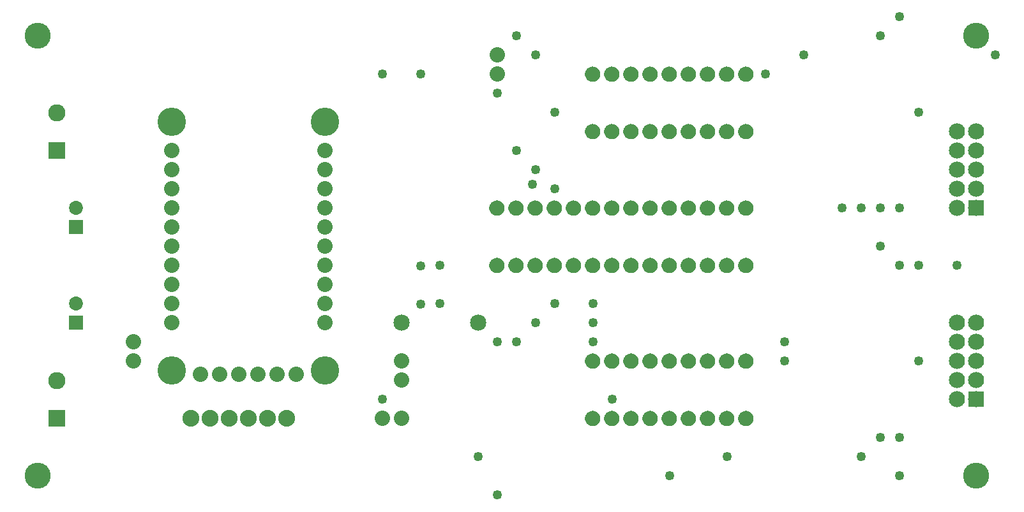
<source format=gts>
G04 MADE WITH FRITZING*
G04 WWW.FRITZING.ORG*
G04 DOUBLE SIDED*
G04 HOLES PLATED*
G04 CONTOUR ON CENTER OF CONTOUR VECTOR*
%ASAXBY*%
%FSLAX23Y23*%
%MOIN*%
%OFA0B0*%
%SFA1.0B1.0*%
%ADD10C,0.090000*%
%ADD11C,0.049370*%
%ADD12C,0.080000*%
%ADD13C,0.148425*%
%ADD14C,0.085000*%
%ADD15C,0.072992*%
%ADD16C,0.084000*%
%ADD17C,0.135984*%
%ADD18C,0.088000*%
%ADD19R,0.090000X0.090000*%
%ADD20R,0.072992X0.072992*%
%ADD21R,0.084000X0.084000*%
%ADD22R,0.001000X0.001000*%
%LNMASK1*%
G90*
G70*
G54D10*
X272Y478D03*
X272Y675D03*
G54D11*
X2172Y1077D03*
X2172Y1277D03*
G54D12*
X2072Y478D03*
X1972Y478D03*
X2072Y778D03*
X2072Y678D03*
X2572Y2278D03*
X2572Y2378D03*
X672Y878D03*
X672Y778D03*
G54D11*
X1973Y579D03*
G54D13*
X872Y728D03*
X872Y2028D03*
G54D12*
X1022Y708D03*
X1122Y708D03*
X1222Y708D03*
X1322Y708D03*
X1422Y708D03*
X1522Y708D03*
X872Y1878D03*
X872Y1778D03*
X872Y1678D03*
X872Y1578D03*
X872Y1478D03*
X872Y1378D03*
X872Y1278D03*
X872Y1178D03*
X872Y1078D03*
G54D13*
X1672Y2028D03*
G54D12*
X872Y978D03*
G54D13*
X1672Y728D03*
G54D12*
X1672Y978D03*
X1672Y1078D03*
X1672Y1178D03*
X1672Y1278D03*
X1672Y1378D03*
X1672Y1478D03*
X1672Y1578D03*
X1672Y1678D03*
X1672Y1778D03*
X1672Y1878D03*
G54D14*
X2072Y978D03*
X2472Y978D03*
G54D15*
X372Y1479D03*
X372Y1578D03*
X372Y979D03*
X372Y1078D03*
G54D10*
X272Y1878D03*
X272Y2075D03*
G54D16*
X4972Y1578D03*
X4972Y1678D03*
X4972Y1778D03*
X4972Y1878D03*
X4972Y1978D03*
X5072Y1578D03*
X5072Y1678D03*
X5072Y1778D03*
X5072Y1878D03*
X5072Y1978D03*
X4972Y578D03*
X4972Y678D03*
X4972Y778D03*
X4972Y878D03*
X4972Y978D03*
X5072Y578D03*
X5072Y678D03*
X5072Y778D03*
X5072Y878D03*
X5072Y978D03*
G54D17*
X5072Y178D03*
X5072Y2478D03*
X172Y178D03*
X172Y2478D03*
G54D18*
X972Y478D03*
X1072Y478D03*
X1172Y478D03*
X1272Y478D03*
X1372Y478D03*
X1472Y478D03*
G54D11*
X2872Y1078D03*
X3072Y1078D03*
X3072Y978D03*
X2772Y978D03*
X3072Y878D03*
X2672Y878D03*
X2572Y78D03*
X2572Y878D03*
X3172Y578D03*
X3472Y178D03*
X2872Y2078D03*
X2872Y1678D03*
X2772Y2378D03*
X2772Y1778D03*
X2672Y2478D03*
X2672Y1878D03*
X4772Y2078D03*
X4072Y878D03*
X3972Y2278D03*
X4472Y1578D03*
X4372Y1578D03*
X4172Y2378D03*
X5172Y2378D03*
X4572Y1378D03*
X4572Y1578D03*
X4572Y2478D03*
X4672Y2578D03*
X4672Y1578D03*
X4772Y778D03*
X4772Y1278D03*
X4972Y1278D03*
X4072Y778D03*
X4572Y378D03*
X4472Y278D03*
X4672Y378D03*
X4672Y1278D03*
X4672Y178D03*
X3772Y278D03*
X2472Y278D03*
X2272Y1278D03*
X2272Y1078D03*
X2572Y2178D03*
X2172Y2278D03*
X1972Y2278D03*
X2756Y1704D03*
G54D19*
X272Y478D03*
G54D20*
X372Y1479D03*
X372Y979D03*
G54D19*
X272Y1878D03*
G54D21*
X5072Y1578D03*
X5072Y578D03*
G54D22*
X3068Y2318D02*
X3074Y2318D01*
X3168Y2318D02*
X3174Y2318D01*
X3268Y2318D02*
X3274Y2318D01*
X3368Y2318D02*
X3374Y2318D01*
X3468Y2318D02*
X3474Y2318D01*
X3568Y2318D02*
X3574Y2318D01*
X3668Y2318D02*
X3674Y2318D01*
X3768Y2318D02*
X3774Y2318D01*
X3868Y2318D02*
X3874Y2318D01*
X3062Y2317D02*
X3080Y2317D01*
X3162Y2317D02*
X3180Y2317D01*
X3262Y2317D02*
X3280Y2317D01*
X3362Y2317D02*
X3380Y2317D01*
X3462Y2317D02*
X3480Y2317D01*
X3562Y2317D02*
X3580Y2317D01*
X3662Y2317D02*
X3680Y2317D01*
X3762Y2317D02*
X3780Y2317D01*
X3862Y2317D02*
X3880Y2317D01*
X3059Y2316D02*
X3083Y2316D01*
X3159Y2316D02*
X3183Y2316D01*
X3259Y2316D02*
X3283Y2316D01*
X3359Y2316D02*
X3383Y2316D01*
X3459Y2316D02*
X3483Y2316D01*
X3559Y2316D02*
X3583Y2316D01*
X3659Y2316D02*
X3683Y2316D01*
X3759Y2316D02*
X3783Y2316D01*
X3859Y2316D02*
X3883Y2316D01*
X3056Y2315D02*
X3086Y2315D01*
X3156Y2315D02*
X3186Y2315D01*
X3256Y2315D02*
X3286Y2315D01*
X3356Y2315D02*
X3386Y2315D01*
X3456Y2315D02*
X3486Y2315D01*
X3556Y2315D02*
X3586Y2315D01*
X3656Y2315D02*
X3686Y2315D01*
X3756Y2315D02*
X3786Y2315D01*
X3856Y2315D02*
X3886Y2315D01*
X3054Y2314D02*
X3088Y2314D01*
X3154Y2314D02*
X3188Y2314D01*
X3254Y2314D02*
X3288Y2314D01*
X3354Y2314D02*
X3388Y2314D01*
X3454Y2314D02*
X3488Y2314D01*
X3554Y2314D02*
X3588Y2314D01*
X3654Y2314D02*
X3688Y2314D01*
X3754Y2314D02*
X3788Y2314D01*
X3854Y2314D02*
X3888Y2314D01*
X3052Y2313D02*
X3090Y2313D01*
X3152Y2313D02*
X3190Y2313D01*
X3252Y2313D02*
X3290Y2313D01*
X3352Y2313D02*
X3390Y2313D01*
X3452Y2313D02*
X3490Y2313D01*
X3552Y2313D02*
X3590Y2313D01*
X3652Y2313D02*
X3690Y2313D01*
X3752Y2313D02*
X3790Y2313D01*
X3852Y2313D02*
X3890Y2313D01*
X3050Y2312D02*
X3092Y2312D01*
X3150Y2312D02*
X3192Y2312D01*
X3250Y2312D02*
X3292Y2312D01*
X3350Y2312D02*
X3392Y2312D01*
X3450Y2312D02*
X3492Y2312D01*
X3550Y2312D02*
X3592Y2312D01*
X3650Y2312D02*
X3692Y2312D01*
X3750Y2312D02*
X3792Y2312D01*
X3850Y2312D02*
X3892Y2312D01*
X3049Y2311D02*
X3093Y2311D01*
X3149Y2311D02*
X3193Y2311D01*
X3249Y2311D02*
X3293Y2311D01*
X3349Y2311D02*
X3393Y2311D01*
X3449Y2311D02*
X3493Y2311D01*
X3549Y2311D02*
X3593Y2311D01*
X3649Y2311D02*
X3693Y2311D01*
X3749Y2311D02*
X3793Y2311D01*
X3849Y2311D02*
X3893Y2311D01*
X3047Y2310D02*
X3095Y2310D01*
X3147Y2310D02*
X3195Y2310D01*
X3247Y2310D02*
X3295Y2310D01*
X3347Y2310D02*
X3395Y2310D01*
X3447Y2310D02*
X3495Y2310D01*
X3547Y2310D02*
X3595Y2310D01*
X3647Y2310D02*
X3695Y2310D01*
X3747Y2310D02*
X3795Y2310D01*
X3847Y2310D02*
X3895Y2310D01*
X3046Y2309D02*
X3096Y2309D01*
X3146Y2309D02*
X3196Y2309D01*
X3246Y2309D02*
X3296Y2309D01*
X3346Y2309D02*
X3396Y2309D01*
X3446Y2309D02*
X3496Y2309D01*
X3546Y2309D02*
X3596Y2309D01*
X3646Y2309D02*
X3696Y2309D01*
X3746Y2309D02*
X3796Y2309D01*
X3846Y2309D02*
X3896Y2309D01*
X3045Y2308D02*
X3097Y2308D01*
X3145Y2308D02*
X3197Y2308D01*
X3245Y2308D02*
X3297Y2308D01*
X3345Y2308D02*
X3397Y2308D01*
X3445Y2308D02*
X3497Y2308D01*
X3545Y2308D02*
X3597Y2308D01*
X3645Y2308D02*
X3697Y2308D01*
X3745Y2308D02*
X3797Y2308D01*
X3845Y2308D02*
X3897Y2308D01*
X3044Y2307D02*
X3098Y2307D01*
X3144Y2307D02*
X3198Y2307D01*
X3244Y2307D02*
X3298Y2307D01*
X3344Y2307D02*
X3398Y2307D01*
X3444Y2307D02*
X3498Y2307D01*
X3544Y2307D02*
X3598Y2307D01*
X3644Y2307D02*
X3698Y2307D01*
X3744Y2307D02*
X3798Y2307D01*
X3844Y2307D02*
X3898Y2307D01*
X3043Y2306D02*
X3099Y2306D01*
X3143Y2306D02*
X3199Y2306D01*
X3243Y2306D02*
X3299Y2306D01*
X3343Y2306D02*
X3399Y2306D01*
X3443Y2306D02*
X3499Y2306D01*
X3543Y2306D02*
X3599Y2306D01*
X3643Y2306D02*
X3699Y2306D01*
X3743Y2306D02*
X3799Y2306D01*
X3843Y2306D02*
X3899Y2306D01*
X3042Y2305D02*
X3100Y2305D01*
X3142Y2305D02*
X3200Y2305D01*
X3242Y2305D02*
X3300Y2305D01*
X3342Y2305D02*
X3400Y2305D01*
X3442Y2305D02*
X3500Y2305D01*
X3542Y2305D02*
X3600Y2305D01*
X3642Y2305D02*
X3700Y2305D01*
X3742Y2305D02*
X3800Y2305D01*
X3842Y2305D02*
X3900Y2305D01*
X3041Y2304D02*
X3101Y2304D01*
X3141Y2304D02*
X3201Y2304D01*
X3241Y2304D02*
X3301Y2304D01*
X3341Y2304D02*
X3401Y2304D01*
X3441Y2304D02*
X3501Y2304D01*
X3541Y2304D02*
X3601Y2304D01*
X3641Y2304D02*
X3701Y2304D01*
X3741Y2304D02*
X3801Y2304D01*
X3841Y2304D02*
X3901Y2304D01*
X3040Y2303D02*
X3102Y2303D01*
X3140Y2303D02*
X3202Y2303D01*
X3240Y2303D02*
X3302Y2303D01*
X3340Y2303D02*
X3402Y2303D01*
X3440Y2303D02*
X3502Y2303D01*
X3540Y2303D02*
X3602Y2303D01*
X3640Y2303D02*
X3702Y2303D01*
X3740Y2303D02*
X3802Y2303D01*
X3840Y2303D02*
X3902Y2303D01*
X3040Y2302D02*
X3103Y2302D01*
X3140Y2302D02*
X3203Y2302D01*
X3240Y2302D02*
X3303Y2302D01*
X3340Y2302D02*
X3403Y2302D01*
X3440Y2302D02*
X3503Y2302D01*
X3539Y2302D02*
X3603Y2302D01*
X3639Y2302D02*
X3703Y2302D01*
X3739Y2302D02*
X3803Y2302D01*
X3839Y2302D02*
X3903Y2302D01*
X3039Y2301D02*
X3103Y2301D01*
X3139Y2301D02*
X3203Y2301D01*
X3239Y2301D02*
X3303Y2301D01*
X3339Y2301D02*
X3403Y2301D01*
X3439Y2301D02*
X3503Y2301D01*
X3539Y2301D02*
X3603Y2301D01*
X3639Y2301D02*
X3703Y2301D01*
X3739Y2301D02*
X3803Y2301D01*
X3839Y2301D02*
X3903Y2301D01*
X3038Y2300D02*
X3104Y2300D01*
X3138Y2300D02*
X3204Y2300D01*
X3238Y2300D02*
X3304Y2300D01*
X3338Y2300D02*
X3404Y2300D01*
X3438Y2300D02*
X3504Y2300D01*
X3538Y2300D02*
X3604Y2300D01*
X3638Y2300D02*
X3704Y2300D01*
X3738Y2300D02*
X3804Y2300D01*
X3838Y2300D02*
X3904Y2300D01*
X3038Y2299D02*
X3105Y2299D01*
X3138Y2299D02*
X3205Y2299D01*
X3238Y2299D02*
X3305Y2299D01*
X3337Y2299D02*
X3405Y2299D01*
X3437Y2299D02*
X3505Y2299D01*
X3537Y2299D02*
X3605Y2299D01*
X3637Y2299D02*
X3705Y2299D01*
X3737Y2299D02*
X3805Y2299D01*
X3837Y2299D02*
X3905Y2299D01*
X3037Y2298D02*
X3105Y2298D01*
X3137Y2298D02*
X3205Y2298D01*
X3237Y2298D02*
X3305Y2298D01*
X3337Y2298D02*
X3405Y2298D01*
X3437Y2298D02*
X3505Y2298D01*
X3537Y2298D02*
X3605Y2298D01*
X3637Y2298D02*
X3705Y2298D01*
X3737Y2298D02*
X3805Y2298D01*
X3837Y2298D02*
X3905Y2298D01*
X3036Y2297D02*
X3106Y2297D01*
X3136Y2297D02*
X3206Y2297D01*
X3236Y2297D02*
X3306Y2297D01*
X3336Y2297D02*
X3406Y2297D01*
X3436Y2297D02*
X3506Y2297D01*
X3536Y2297D02*
X3606Y2297D01*
X3636Y2297D02*
X3706Y2297D01*
X3736Y2297D02*
X3806Y2297D01*
X3836Y2297D02*
X3906Y2297D01*
X3036Y2296D02*
X3106Y2296D01*
X3136Y2296D02*
X3206Y2296D01*
X3236Y2296D02*
X3306Y2296D01*
X3336Y2296D02*
X3406Y2296D01*
X3436Y2296D02*
X3506Y2296D01*
X3536Y2296D02*
X3606Y2296D01*
X3636Y2296D02*
X3706Y2296D01*
X3736Y2296D02*
X3806Y2296D01*
X3836Y2296D02*
X3906Y2296D01*
X3035Y2295D02*
X3107Y2295D01*
X3135Y2295D02*
X3207Y2295D01*
X3235Y2295D02*
X3307Y2295D01*
X3335Y2295D02*
X3407Y2295D01*
X3435Y2295D02*
X3507Y2295D01*
X3535Y2295D02*
X3607Y2295D01*
X3635Y2295D02*
X3707Y2295D01*
X3735Y2295D02*
X3807Y2295D01*
X3835Y2295D02*
X3907Y2295D01*
X3035Y2294D02*
X3107Y2294D01*
X3135Y2294D02*
X3207Y2294D01*
X3235Y2294D02*
X3307Y2294D01*
X3335Y2294D02*
X3407Y2294D01*
X3435Y2294D02*
X3507Y2294D01*
X3535Y2294D02*
X3607Y2294D01*
X3635Y2294D02*
X3707Y2294D01*
X3735Y2294D02*
X3807Y2294D01*
X3835Y2294D02*
X3907Y2294D01*
X3034Y2293D02*
X3108Y2293D01*
X3134Y2293D02*
X3208Y2293D01*
X3234Y2293D02*
X3308Y2293D01*
X3334Y2293D02*
X3408Y2293D01*
X3434Y2293D02*
X3508Y2293D01*
X3534Y2293D02*
X3608Y2293D01*
X3634Y2293D02*
X3708Y2293D01*
X3734Y2293D02*
X3808Y2293D01*
X3834Y2293D02*
X3908Y2293D01*
X3034Y2292D02*
X3108Y2292D01*
X3134Y2292D02*
X3208Y2292D01*
X3234Y2292D02*
X3308Y2292D01*
X3334Y2292D02*
X3408Y2292D01*
X3434Y2292D02*
X3508Y2292D01*
X3534Y2292D02*
X3608Y2292D01*
X3634Y2292D02*
X3708Y2292D01*
X3734Y2292D02*
X3808Y2292D01*
X3834Y2292D02*
X3908Y2292D01*
X3034Y2291D02*
X3108Y2291D01*
X3134Y2291D02*
X3208Y2291D01*
X3234Y2291D02*
X3308Y2291D01*
X3334Y2291D02*
X3408Y2291D01*
X3434Y2291D02*
X3508Y2291D01*
X3534Y2291D02*
X3608Y2291D01*
X3634Y2291D02*
X3708Y2291D01*
X3734Y2291D02*
X3808Y2291D01*
X3834Y2291D02*
X3908Y2291D01*
X3033Y2290D02*
X3109Y2290D01*
X3133Y2290D02*
X3209Y2290D01*
X3233Y2290D02*
X3309Y2290D01*
X3333Y2290D02*
X3409Y2290D01*
X3433Y2290D02*
X3509Y2290D01*
X3533Y2290D02*
X3609Y2290D01*
X3633Y2290D02*
X3709Y2290D01*
X3733Y2290D02*
X3809Y2290D01*
X3833Y2290D02*
X3909Y2290D01*
X3033Y2289D02*
X3109Y2289D01*
X3133Y2289D02*
X3209Y2289D01*
X3233Y2289D02*
X3309Y2289D01*
X3333Y2289D02*
X3409Y2289D01*
X3433Y2289D02*
X3509Y2289D01*
X3533Y2289D02*
X3609Y2289D01*
X3633Y2289D02*
X3709Y2289D01*
X3733Y2289D02*
X3809Y2289D01*
X3833Y2289D02*
X3909Y2289D01*
X3033Y2288D02*
X3109Y2288D01*
X3133Y2288D02*
X3209Y2288D01*
X3233Y2288D02*
X3309Y2288D01*
X3333Y2288D02*
X3409Y2288D01*
X3433Y2288D02*
X3509Y2288D01*
X3533Y2288D02*
X3609Y2288D01*
X3633Y2288D02*
X3709Y2288D01*
X3733Y2288D02*
X3809Y2288D01*
X3833Y2288D02*
X3909Y2288D01*
X3033Y2287D02*
X3109Y2287D01*
X3133Y2287D02*
X3209Y2287D01*
X3233Y2287D02*
X3309Y2287D01*
X3333Y2287D02*
X3409Y2287D01*
X3433Y2287D02*
X3509Y2287D01*
X3533Y2287D02*
X3609Y2287D01*
X3633Y2287D02*
X3709Y2287D01*
X3733Y2287D02*
X3809Y2287D01*
X3833Y2287D02*
X3909Y2287D01*
X3032Y2286D02*
X3110Y2286D01*
X3132Y2286D02*
X3210Y2286D01*
X3232Y2286D02*
X3310Y2286D01*
X3332Y2286D02*
X3410Y2286D01*
X3432Y2286D02*
X3510Y2286D01*
X3532Y2286D02*
X3610Y2286D01*
X3632Y2286D02*
X3710Y2286D01*
X3732Y2286D02*
X3810Y2286D01*
X3832Y2286D02*
X3910Y2286D01*
X3032Y2285D02*
X3110Y2285D01*
X3132Y2285D02*
X3210Y2285D01*
X3232Y2285D02*
X3310Y2285D01*
X3332Y2285D02*
X3410Y2285D01*
X3432Y2285D02*
X3510Y2285D01*
X3532Y2285D02*
X3610Y2285D01*
X3632Y2285D02*
X3710Y2285D01*
X3732Y2285D02*
X3810Y2285D01*
X3832Y2285D02*
X3910Y2285D01*
X3032Y2284D02*
X3110Y2284D01*
X3132Y2284D02*
X3210Y2284D01*
X3232Y2284D02*
X3310Y2284D01*
X3332Y2284D02*
X3410Y2284D01*
X3432Y2284D02*
X3510Y2284D01*
X3532Y2284D02*
X3610Y2284D01*
X3632Y2284D02*
X3710Y2284D01*
X3732Y2284D02*
X3810Y2284D01*
X3832Y2284D02*
X3910Y2284D01*
X3032Y2283D02*
X3110Y2283D01*
X3132Y2283D02*
X3210Y2283D01*
X3232Y2283D02*
X3310Y2283D01*
X3332Y2283D02*
X3410Y2283D01*
X3432Y2283D02*
X3510Y2283D01*
X3532Y2283D02*
X3610Y2283D01*
X3632Y2283D02*
X3710Y2283D01*
X3732Y2283D02*
X3810Y2283D01*
X3832Y2283D02*
X3910Y2283D01*
X3032Y2282D02*
X3110Y2282D01*
X3132Y2282D02*
X3210Y2282D01*
X3232Y2282D02*
X3310Y2282D01*
X3332Y2282D02*
X3410Y2282D01*
X3432Y2282D02*
X3510Y2282D01*
X3532Y2282D02*
X3610Y2282D01*
X3632Y2282D02*
X3710Y2282D01*
X3732Y2282D02*
X3810Y2282D01*
X3832Y2282D02*
X3910Y2282D01*
X3032Y2281D02*
X3110Y2281D01*
X3132Y2281D02*
X3210Y2281D01*
X3232Y2281D02*
X3310Y2281D01*
X3332Y2281D02*
X3410Y2281D01*
X3432Y2281D02*
X3510Y2281D01*
X3532Y2281D02*
X3610Y2281D01*
X3632Y2281D02*
X3710Y2281D01*
X3732Y2281D02*
X3810Y2281D01*
X3832Y2281D02*
X3910Y2281D01*
X3032Y2280D02*
X3110Y2280D01*
X3132Y2280D02*
X3210Y2280D01*
X3232Y2280D02*
X3310Y2280D01*
X3332Y2280D02*
X3410Y2280D01*
X3432Y2280D02*
X3510Y2280D01*
X3532Y2280D02*
X3610Y2280D01*
X3632Y2280D02*
X3710Y2280D01*
X3732Y2280D02*
X3810Y2280D01*
X3832Y2280D02*
X3910Y2280D01*
X3032Y2279D02*
X3111Y2279D01*
X3132Y2279D02*
X3211Y2279D01*
X3232Y2279D02*
X3311Y2279D01*
X3332Y2279D02*
X3410Y2279D01*
X3432Y2279D02*
X3510Y2279D01*
X3532Y2279D02*
X3610Y2279D01*
X3632Y2279D02*
X3710Y2279D01*
X3732Y2279D02*
X3810Y2279D01*
X3832Y2279D02*
X3910Y2279D01*
X3032Y2278D02*
X3111Y2278D01*
X3132Y2278D02*
X3211Y2278D01*
X3232Y2278D02*
X3311Y2278D01*
X3332Y2278D02*
X3411Y2278D01*
X3432Y2278D02*
X3511Y2278D01*
X3532Y2278D02*
X3611Y2278D01*
X3632Y2278D02*
X3710Y2278D01*
X3732Y2278D02*
X3810Y2278D01*
X3832Y2278D02*
X3910Y2278D01*
X3032Y2277D02*
X3110Y2277D01*
X3132Y2277D02*
X3210Y2277D01*
X3232Y2277D02*
X3310Y2277D01*
X3332Y2277D02*
X3410Y2277D01*
X3432Y2277D02*
X3510Y2277D01*
X3532Y2277D02*
X3610Y2277D01*
X3632Y2277D02*
X3710Y2277D01*
X3732Y2277D02*
X3810Y2277D01*
X3832Y2277D02*
X3910Y2277D01*
X3032Y2276D02*
X3110Y2276D01*
X3132Y2276D02*
X3210Y2276D01*
X3232Y2276D02*
X3310Y2276D01*
X3332Y2276D02*
X3410Y2276D01*
X3432Y2276D02*
X3510Y2276D01*
X3532Y2276D02*
X3610Y2276D01*
X3632Y2276D02*
X3710Y2276D01*
X3732Y2276D02*
X3810Y2276D01*
X3832Y2276D02*
X3910Y2276D01*
X3032Y2275D02*
X3110Y2275D01*
X3132Y2275D02*
X3210Y2275D01*
X3232Y2275D02*
X3310Y2275D01*
X3332Y2275D02*
X3410Y2275D01*
X3432Y2275D02*
X3510Y2275D01*
X3532Y2275D02*
X3610Y2275D01*
X3632Y2275D02*
X3710Y2275D01*
X3732Y2275D02*
X3810Y2275D01*
X3832Y2275D02*
X3910Y2275D01*
X3032Y2274D02*
X3110Y2274D01*
X3132Y2274D02*
X3210Y2274D01*
X3232Y2274D02*
X3310Y2274D01*
X3332Y2274D02*
X3410Y2274D01*
X3432Y2274D02*
X3510Y2274D01*
X3532Y2274D02*
X3610Y2274D01*
X3632Y2274D02*
X3710Y2274D01*
X3732Y2274D02*
X3810Y2274D01*
X3832Y2274D02*
X3910Y2274D01*
X3032Y2273D02*
X3110Y2273D01*
X3132Y2273D02*
X3210Y2273D01*
X3232Y2273D02*
X3310Y2273D01*
X3332Y2273D02*
X3410Y2273D01*
X3432Y2273D02*
X3510Y2273D01*
X3532Y2273D02*
X3610Y2273D01*
X3632Y2273D02*
X3710Y2273D01*
X3732Y2273D02*
X3810Y2273D01*
X3832Y2273D02*
X3910Y2273D01*
X3032Y2272D02*
X3110Y2272D01*
X3132Y2272D02*
X3210Y2272D01*
X3232Y2272D02*
X3310Y2272D01*
X3332Y2272D02*
X3410Y2272D01*
X3432Y2272D02*
X3510Y2272D01*
X3532Y2272D02*
X3610Y2272D01*
X3632Y2272D02*
X3710Y2272D01*
X3732Y2272D02*
X3810Y2272D01*
X3832Y2272D02*
X3910Y2272D01*
X3032Y2271D02*
X3110Y2271D01*
X3132Y2271D02*
X3210Y2271D01*
X3232Y2271D02*
X3310Y2271D01*
X3332Y2271D02*
X3410Y2271D01*
X3432Y2271D02*
X3510Y2271D01*
X3532Y2271D02*
X3610Y2271D01*
X3632Y2271D02*
X3710Y2271D01*
X3732Y2271D02*
X3810Y2271D01*
X3832Y2271D02*
X3910Y2271D01*
X3033Y2270D02*
X3110Y2270D01*
X3132Y2270D02*
X3210Y2270D01*
X3232Y2270D02*
X3310Y2270D01*
X3332Y2270D02*
X3410Y2270D01*
X3432Y2270D02*
X3510Y2270D01*
X3532Y2270D02*
X3610Y2270D01*
X3632Y2270D02*
X3710Y2270D01*
X3732Y2270D02*
X3810Y2270D01*
X3832Y2270D02*
X3910Y2270D01*
X3033Y2269D02*
X3109Y2269D01*
X3133Y2269D02*
X3209Y2269D01*
X3233Y2269D02*
X3309Y2269D01*
X3333Y2269D02*
X3409Y2269D01*
X3433Y2269D02*
X3509Y2269D01*
X3533Y2269D02*
X3609Y2269D01*
X3633Y2269D02*
X3709Y2269D01*
X3733Y2269D02*
X3809Y2269D01*
X3833Y2269D02*
X3909Y2269D01*
X3033Y2268D02*
X3109Y2268D01*
X3133Y2268D02*
X3209Y2268D01*
X3233Y2268D02*
X3309Y2268D01*
X3333Y2268D02*
X3409Y2268D01*
X3433Y2268D02*
X3509Y2268D01*
X3533Y2268D02*
X3609Y2268D01*
X3633Y2268D02*
X3709Y2268D01*
X3733Y2268D02*
X3809Y2268D01*
X3833Y2268D02*
X3909Y2268D01*
X3033Y2267D02*
X3109Y2267D01*
X3133Y2267D02*
X3209Y2267D01*
X3233Y2267D02*
X3309Y2267D01*
X3333Y2267D02*
X3409Y2267D01*
X3433Y2267D02*
X3509Y2267D01*
X3533Y2267D02*
X3609Y2267D01*
X3633Y2267D02*
X3709Y2267D01*
X3733Y2267D02*
X3809Y2267D01*
X3833Y2267D02*
X3909Y2267D01*
X3034Y2266D02*
X3109Y2266D01*
X3134Y2266D02*
X3209Y2266D01*
X3234Y2266D02*
X3309Y2266D01*
X3333Y2266D02*
X3409Y2266D01*
X3433Y2266D02*
X3509Y2266D01*
X3533Y2266D02*
X3609Y2266D01*
X3633Y2266D02*
X3709Y2266D01*
X3733Y2266D02*
X3809Y2266D01*
X3833Y2266D02*
X3909Y2266D01*
X3034Y2265D02*
X3108Y2265D01*
X3134Y2265D02*
X3208Y2265D01*
X3234Y2265D02*
X3308Y2265D01*
X3334Y2265D02*
X3408Y2265D01*
X3434Y2265D02*
X3508Y2265D01*
X3534Y2265D02*
X3608Y2265D01*
X3634Y2265D02*
X3708Y2265D01*
X3734Y2265D02*
X3808Y2265D01*
X3834Y2265D02*
X3908Y2265D01*
X3034Y2264D02*
X3108Y2264D01*
X3134Y2264D02*
X3208Y2264D01*
X3234Y2264D02*
X3308Y2264D01*
X3334Y2264D02*
X3408Y2264D01*
X3434Y2264D02*
X3508Y2264D01*
X3534Y2264D02*
X3608Y2264D01*
X3634Y2264D02*
X3708Y2264D01*
X3734Y2264D02*
X3808Y2264D01*
X3834Y2264D02*
X3908Y2264D01*
X3035Y2263D02*
X3108Y2263D01*
X3135Y2263D02*
X3208Y2263D01*
X3235Y2263D02*
X3308Y2263D01*
X3335Y2263D02*
X3408Y2263D01*
X3435Y2263D02*
X3508Y2263D01*
X3535Y2263D02*
X3608Y2263D01*
X3635Y2263D02*
X3707Y2263D01*
X3735Y2263D02*
X3807Y2263D01*
X3835Y2263D02*
X3907Y2263D01*
X3035Y2262D02*
X3107Y2262D01*
X3135Y2262D02*
X3207Y2262D01*
X3235Y2262D02*
X3307Y2262D01*
X3335Y2262D02*
X3407Y2262D01*
X3435Y2262D02*
X3507Y2262D01*
X3535Y2262D02*
X3607Y2262D01*
X3635Y2262D02*
X3707Y2262D01*
X3735Y2262D02*
X3807Y2262D01*
X3835Y2262D02*
X3907Y2262D01*
X3036Y2261D02*
X3107Y2261D01*
X3136Y2261D02*
X3207Y2261D01*
X3235Y2261D02*
X3307Y2261D01*
X3335Y2261D02*
X3407Y2261D01*
X3435Y2261D02*
X3507Y2261D01*
X3535Y2261D02*
X3607Y2261D01*
X3635Y2261D02*
X3707Y2261D01*
X3735Y2261D02*
X3807Y2261D01*
X3835Y2261D02*
X3907Y2261D01*
X3036Y2260D02*
X3106Y2260D01*
X3136Y2260D02*
X3206Y2260D01*
X3236Y2260D02*
X3306Y2260D01*
X3336Y2260D02*
X3406Y2260D01*
X3436Y2260D02*
X3506Y2260D01*
X3536Y2260D02*
X3606Y2260D01*
X3636Y2260D02*
X3706Y2260D01*
X3736Y2260D02*
X3806Y2260D01*
X3836Y2260D02*
X3906Y2260D01*
X3037Y2259D02*
X3106Y2259D01*
X3137Y2259D02*
X3206Y2259D01*
X3237Y2259D02*
X3306Y2259D01*
X3337Y2259D02*
X3406Y2259D01*
X3437Y2259D02*
X3506Y2259D01*
X3536Y2259D02*
X3606Y2259D01*
X3636Y2259D02*
X3706Y2259D01*
X3736Y2259D02*
X3806Y2259D01*
X3836Y2259D02*
X3906Y2259D01*
X3037Y2258D02*
X3105Y2258D01*
X3137Y2258D02*
X3205Y2258D01*
X3237Y2258D02*
X3305Y2258D01*
X3337Y2258D02*
X3405Y2258D01*
X3437Y2258D02*
X3505Y2258D01*
X3537Y2258D02*
X3605Y2258D01*
X3637Y2258D02*
X3705Y2258D01*
X3737Y2258D02*
X3805Y2258D01*
X3837Y2258D02*
X3905Y2258D01*
X3038Y2257D02*
X3104Y2257D01*
X3138Y2257D02*
X3204Y2257D01*
X3238Y2257D02*
X3304Y2257D01*
X3338Y2257D02*
X3404Y2257D01*
X3438Y2257D02*
X3504Y2257D01*
X3538Y2257D02*
X3604Y2257D01*
X3638Y2257D02*
X3704Y2257D01*
X3738Y2257D02*
X3804Y2257D01*
X3838Y2257D02*
X3904Y2257D01*
X3038Y2256D02*
X3104Y2256D01*
X3138Y2256D02*
X3204Y2256D01*
X3238Y2256D02*
X3304Y2256D01*
X3338Y2256D02*
X3404Y2256D01*
X3438Y2256D02*
X3504Y2256D01*
X3538Y2256D02*
X3604Y2256D01*
X3638Y2256D02*
X3704Y2256D01*
X3738Y2256D02*
X3804Y2256D01*
X3838Y2256D02*
X3904Y2256D01*
X3039Y2255D02*
X3103Y2255D01*
X3139Y2255D02*
X3203Y2255D01*
X3239Y2255D02*
X3303Y2255D01*
X3339Y2255D02*
X3403Y2255D01*
X3439Y2255D02*
X3503Y2255D01*
X3539Y2255D02*
X3603Y2255D01*
X3639Y2255D02*
X3703Y2255D01*
X3739Y2255D02*
X3803Y2255D01*
X3839Y2255D02*
X3903Y2255D01*
X3040Y2254D02*
X3102Y2254D01*
X3140Y2254D02*
X3202Y2254D01*
X3240Y2254D02*
X3302Y2254D01*
X3340Y2254D02*
X3402Y2254D01*
X3440Y2254D02*
X3502Y2254D01*
X3540Y2254D02*
X3602Y2254D01*
X3640Y2254D02*
X3702Y2254D01*
X3740Y2254D02*
X3802Y2254D01*
X3840Y2254D02*
X3902Y2254D01*
X3041Y2253D02*
X3102Y2253D01*
X3141Y2253D02*
X3202Y2253D01*
X3241Y2253D02*
X3302Y2253D01*
X3341Y2253D02*
X3402Y2253D01*
X3441Y2253D02*
X3502Y2253D01*
X3541Y2253D02*
X3602Y2253D01*
X3641Y2253D02*
X3701Y2253D01*
X3741Y2253D02*
X3801Y2253D01*
X3841Y2253D02*
X3901Y2253D01*
X3041Y2252D02*
X3101Y2252D01*
X3141Y2252D02*
X3201Y2252D01*
X3241Y2252D02*
X3301Y2252D01*
X3341Y2252D02*
X3401Y2252D01*
X3441Y2252D02*
X3501Y2252D01*
X3541Y2252D02*
X3601Y2252D01*
X3641Y2252D02*
X3701Y2252D01*
X3741Y2252D02*
X3801Y2252D01*
X3841Y2252D02*
X3901Y2252D01*
X3042Y2251D02*
X3100Y2251D01*
X3142Y2251D02*
X3200Y2251D01*
X3242Y2251D02*
X3300Y2251D01*
X3342Y2251D02*
X3400Y2251D01*
X3442Y2251D02*
X3500Y2251D01*
X3542Y2251D02*
X3600Y2251D01*
X3642Y2251D02*
X3700Y2251D01*
X3742Y2251D02*
X3800Y2251D01*
X3842Y2251D02*
X3900Y2251D01*
X3043Y2250D02*
X3099Y2250D01*
X3143Y2250D02*
X3199Y2250D01*
X3243Y2250D02*
X3299Y2250D01*
X3343Y2250D02*
X3399Y2250D01*
X3443Y2250D02*
X3499Y2250D01*
X3543Y2250D02*
X3599Y2250D01*
X3643Y2250D02*
X3699Y2250D01*
X3743Y2250D02*
X3799Y2250D01*
X3843Y2250D02*
X3899Y2250D01*
X3044Y2249D02*
X3098Y2249D01*
X3144Y2249D02*
X3198Y2249D01*
X3244Y2249D02*
X3298Y2249D01*
X3344Y2249D02*
X3398Y2249D01*
X3444Y2249D02*
X3498Y2249D01*
X3544Y2249D02*
X3598Y2249D01*
X3644Y2249D02*
X3698Y2249D01*
X3744Y2249D02*
X3798Y2249D01*
X3844Y2249D02*
X3898Y2249D01*
X3045Y2248D02*
X3097Y2248D01*
X3145Y2248D02*
X3197Y2248D01*
X3245Y2248D02*
X3297Y2248D01*
X3345Y2248D02*
X3397Y2248D01*
X3445Y2248D02*
X3497Y2248D01*
X3545Y2248D02*
X3597Y2248D01*
X3645Y2248D02*
X3697Y2248D01*
X3745Y2248D02*
X3797Y2248D01*
X3845Y2248D02*
X3897Y2248D01*
X3047Y2247D02*
X3095Y2247D01*
X3147Y2247D02*
X3195Y2247D01*
X3247Y2247D02*
X3295Y2247D01*
X3347Y2247D02*
X3395Y2247D01*
X3447Y2247D02*
X3495Y2247D01*
X3547Y2247D02*
X3595Y2247D01*
X3647Y2247D02*
X3695Y2247D01*
X3747Y2247D02*
X3795Y2247D01*
X3847Y2247D02*
X3895Y2247D01*
X3048Y2246D02*
X3094Y2246D01*
X3148Y2246D02*
X3194Y2246D01*
X3248Y2246D02*
X3294Y2246D01*
X3348Y2246D02*
X3394Y2246D01*
X3448Y2246D02*
X3494Y2246D01*
X3548Y2246D02*
X3594Y2246D01*
X3648Y2246D02*
X3694Y2246D01*
X3748Y2246D02*
X3794Y2246D01*
X3848Y2246D02*
X3894Y2246D01*
X3049Y2245D02*
X3093Y2245D01*
X3149Y2245D02*
X3193Y2245D01*
X3249Y2245D02*
X3293Y2245D01*
X3349Y2245D02*
X3393Y2245D01*
X3449Y2245D02*
X3493Y2245D01*
X3549Y2245D02*
X3593Y2245D01*
X3649Y2245D02*
X3693Y2245D01*
X3749Y2245D02*
X3793Y2245D01*
X3849Y2245D02*
X3893Y2245D01*
X3051Y2244D02*
X3091Y2244D01*
X3151Y2244D02*
X3191Y2244D01*
X3251Y2244D02*
X3291Y2244D01*
X3351Y2244D02*
X3391Y2244D01*
X3451Y2244D02*
X3491Y2244D01*
X3551Y2244D02*
X3591Y2244D01*
X3651Y2244D02*
X3691Y2244D01*
X3751Y2244D02*
X3791Y2244D01*
X3851Y2244D02*
X3891Y2244D01*
X3053Y2243D02*
X3089Y2243D01*
X3153Y2243D02*
X3189Y2243D01*
X3253Y2243D02*
X3289Y2243D01*
X3353Y2243D02*
X3389Y2243D01*
X3453Y2243D02*
X3489Y2243D01*
X3553Y2243D02*
X3589Y2243D01*
X3653Y2243D02*
X3689Y2243D01*
X3753Y2243D02*
X3789Y2243D01*
X3853Y2243D02*
X3889Y2243D01*
X3055Y2242D02*
X3087Y2242D01*
X3155Y2242D02*
X3187Y2242D01*
X3255Y2242D02*
X3287Y2242D01*
X3355Y2242D02*
X3387Y2242D01*
X3455Y2242D02*
X3487Y2242D01*
X3555Y2242D02*
X3587Y2242D01*
X3655Y2242D02*
X3687Y2242D01*
X3755Y2242D02*
X3787Y2242D01*
X3855Y2242D02*
X3887Y2242D01*
X3057Y2241D02*
X3085Y2241D01*
X3157Y2241D02*
X3185Y2241D01*
X3257Y2241D02*
X3285Y2241D01*
X3357Y2241D02*
X3385Y2241D01*
X3457Y2241D02*
X3485Y2241D01*
X3557Y2241D02*
X3585Y2241D01*
X3657Y2241D02*
X3685Y2241D01*
X3757Y2241D02*
X3785Y2241D01*
X3857Y2241D02*
X3885Y2241D01*
X3060Y2240D02*
X3082Y2240D01*
X3160Y2240D02*
X3182Y2240D01*
X3260Y2240D02*
X3282Y2240D01*
X3360Y2240D02*
X3382Y2240D01*
X3460Y2240D02*
X3482Y2240D01*
X3560Y2240D02*
X3582Y2240D01*
X3660Y2240D02*
X3682Y2240D01*
X3760Y2240D02*
X3782Y2240D01*
X3860Y2240D02*
X3882Y2240D01*
X3064Y2239D02*
X3078Y2239D01*
X3164Y2239D02*
X3178Y2239D01*
X3264Y2239D02*
X3278Y2239D01*
X3364Y2239D02*
X3378Y2239D01*
X3464Y2239D02*
X3478Y2239D01*
X3564Y2239D02*
X3578Y2239D01*
X3664Y2239D02*
X3678Y2239D01*
X3764Y2239D02*
X3778Y2239D01*
X3864Y2239D02*
X3878Y2239D01*
X3068Y2018D02*
X3074Y2018D01*
X3168Y2018D02*
X3174Y2018D01*
X3268Y2018D02*
X3274Y2018D01*
X3368Y2018D02*
X3374Y2018D01*
X3468Y2018D02*
X3474Y2018D01*
X3568Y2018D02*
X3574Y2018D01*
X3668Y2018D02*
X3674Y2018D01*
X3768Y2018D02*
X3774Y2018D01*
X3868Y2018D02*
X3874Y2018D01*
X3062Y2017D02*
X3080Y2017D01*
X3162Y2017D02*
X3180Y2017D01*
X3262Y2017D02*
X3280Y2017D01*
X3362Y2017D02*
X3380Y2017D01*
X3462Y2017D02*
X3480Y2017D01*
X3562Y2017D02*
X3580Y2017D01*
X3662Y2017D02*
X3680Y2017D01*
X3762Y2017D02*
X3780Y2017D01*
X3862Y2017D02*
X3880Y2017D01*
X3059Y2016D02*
X3084Y2016D01*
X3159Y2016D02*
X3184Y2016D01*
X3259Y2016D02*
X3284Y2016D01*
X3359Y2016D02*
X3384Y2016D01*
X3459Y2016D02*
X3483Y2016D01*
X3559Y2016D02*
X3583Y2016D01*
X3659Y2016D02*
X3683Y2016D01*
X3759Y2016D02*
X3783Y2016D01*
X3859Y2016D02*
X3883Y2016D01*
X3056Y2015D02*
X3086Y2015D01*
X3156Y2015D02*
X3186Y2015D01*
X3256Y2015D02*
X3286Y2015D01*
X3356Y2015D02*
X3386Y2015D01*
X3456Y2015D02*
X3486Y2015D01*
X3556Y2015D02*
X3586Y2015D01*
X3656Y2015D02*
X3686Y2015D01*
X3756Y2015D02*
X3786Y2015D01*
X3856Y2015D02*
X3886Y2015D01*
X3054Y2014D02*
X3088Y2014D01*
X3154Y2014D02*
X3188Y2014D01*
X3254Y2014D02*
X3288Y2014D01*
X3354Y2014D02*
X3388Y2014D01*
X3454Y2014D02*
X3488Y2014D01*
X3554Y2014D02*
X3588Y2014D01*
X3654Y2014D02*
X3688Y2014D01*
X3754Y2014D02*
X3788Y2014D01*
X3854Y2014D02*
X3888Y2014D01*
X3052Y2013D02*
X3090Y2013D01*
X3152Y2013D02*
X3190Y2013D01*
X3252Y2013D02*
X3290Y2013D01*
X3352Y2013D02*
X3390Y2013D01*
X3452Y2013D02*
X3490Y2013D01*
X3552Y2013D02*
X3590Y2013D01*
X3652Y2013D02*
X3690Y2013D01*
X3752Y2013D02*
X3790Y2013D01*
X3852Y2013D02*
X3890Y2013D01*
X3050Y2012D02*
X3092Y2012D01*
X3150Y2012D02*
X3192Y2012D01*
X3250Y2012D02*
X3292Y2012D01*
X3350Y2012D02*
X3392Y2012D01*
X3450Y2012D02*
X3492Y2012D01*
X3550Y2012D02*
X3592Y2012D01*
X3650Y2012D02*
X3692Y2012D01*
X3750Y2012D02*
X3792Y2012D01*
X3850Y2012D02*
X3892Y2012D01*
X3049Y2011D02*
X3093Y2011D01*
X3149Y2011D02*
X3193Y2011D01*
X3249Y2011D02*
X3293Y2011D01*
X3349Y2011D02*
X3393Y2011D01*
X3449Y2011D02*
X3493Y2011D01*
X3549Y2011D02*
X3593Y2011D01*
X3649Y2011D02*
X3693Y2011D01*
X3749Y2011D02*
X3793Y2011D01*
X3849Y2011D02*
X3893Y2011D01*
X3047Y2010D02*
X3095Y2010D01*
X3147Y2010D02*
X3195Y2010D01*
X3247Y2010D02*
X3295Y2010D01*
X3347Y2010D02*
X3395Y2010D01*
X3447Y2010D02*
X3495Y2010D01*
X3547Y2010D02*
X3595Y2010D01*
X3647Y2010D02*
X3695Y2010D01*
X3747Y2010D02*
X3795Y2010D01*
X3847Y2010D02*
X3895Y2010D01*
X3046Y2009D02*
X3096Y2009D01*
X3146Y2009D02*
X3196Y2009D01*
X3246Y2009D02*
X3296Y2009D01*
X3346Y2009D02*
X3396Y2009D01*
X3446Y2009D02*
X3496Y2009D01*
X3546Y2009D02*
X3596Y2009D01*
X3646Y2009D02*
X3696Y2009D01*
X3746Y2009D02*
X3796Y2009D01*
X3846Y2009D02*
X3896Y2009D01*
X3045Y2008D02*
X3097Y2008D01*
X3145Y2008D02*
X3197Y2008D01*
X3245Y2008D02*
X3297Y2008D01*
X3345Y2008D02*
X3397Y2008D01*
X3445Y2008D02*
X3497Y2008D01*
X3545Y2008D02*
X3597Y2008D01*
X3645Y2008D02*
X3697Y2008D01*
X3745Y2008D02*
X3797Y2008D01*
X3845Y2008D02*
X3897Y2008D01*
X3044Y2007D02*
X3098Y2007D01*
X3144Y2007D02*
X3198Y2007D01*
X3244Y2007D02*
X3298Y2007D01*
X3344Y2007D02*
X3398Y2007D01*
X3444Y2007D02*
X3498Y2007D01*
X3544Y2007D02*
X3598Y2007D01*
X3644Y2007D02*
X3698Y2007D01*
X3744Y2007D02*
X3798Y2007D01*
X3844Y2007D02*
X3898Y2007D01*
X3043Y2006D02*
X3099Y2006D01*
X3143Y2006D02*
X3199Y2006D01*
X3243Y2006D02*
X3299Y2006D01*
X3343Y2006D02*
X3399Y2006D01*
X3443Y2006D02*
X3499Y2006D01*
X3543Y2006D02*
X3599Y2006D01*
X3643Y2006D02*
X3699Y2006D01*
X3743Y2006D02*
X3799Y2006D01*
X3843Y2006D02*
X3899Y2006D01*
X3042Y2005D02*
X3100Y2005D01*
X3142Y2005D02*
X3200Y2005D01*
X3242Y2005D02*
X3300Y2005D01*
X3342Y2005D02*
X3400Y2005D01*
X3442Y2005D02*
X3500Y2005D01*
X3542Y2005D02*
X3600Y2005D01*
X3642Y2005D02*
X3700Y2005D01*
X3742Y2005D02*
X3800Y2005D01*
X3842Y2005D02*
X3900Y2005D01*
X3041Y2004D02*
X3101Y2004D01*
X3141Y2004D02*
X3201Y2004D01*
X3241Y2004D02*
X3301Y2004D01*
X3341Y2004D02*
X3401Y2004D01*
X3441Y2004D02*
X3501Y2004D01*
X3541Y2004D02*
X3601Y2004D01*
X3641Y2004D02*
X3701Y2004D01*
X3741Y2004D02*
X3801Y2004D01*
X3841Y2004D02*
X3901Y2004D01*
X3040Y2003D02*
X3102Y2003D01*
X3140Y2003D02*
X3202Y2003D01*
X3240Y2003D02*
X3302Y2003D01*
X3340Y2003D02*
X3402Y2003D01*
X3440Y2003D02*
X3502Y2003D01*
X3540Y2003D02*
X3602Y2003D01*
X3640Y2003D02*
X3702Y2003D01*
X3740Y2003D02*
X3802Y2003D01*
X3840Y2003D02*
X3902Y2003D01*
X3040Y2002D02*
X3103Y2002D01*
X3140Y2002D02*
X3203Y2002D01*
X3240Y2002D02*
X3303Y2002D01*
X3340Y2002D02*
X3403Y2002D01*
X3440Y2002D02*
X3503Y2002D01*
X3539Y2002D02*
X3603Y2002D01*
X3639Y2002D02*
X3703Y2002D01*
X3739Y2002D02*
X3803Y2002D01*
X3839Y2002D02*
X3903Y2002D01*
X3039Y2001D02*
X3103Y2001D01*
X3139Y2001D02*
X3203Y2001D01*
X3239Y2001D02*
X3303Y2001D01*
X3339Y2001D02*
X3403Y2001D01*
X3439Y2001D02*
X3503Y2001D01*
X3539Y2001D02*
X3603Y2001D01*
X3639Y2001D02*
X3703Y2001D01*
X3739Y2001D02*
X3803Y2001D01*
X3839Y2001D02*
X3903Y2001D01*
X3038Y2000D02*
X3104Y2000D01*
X3138Y2000D02*
X3204Y2000D01*
X3238Y2000D02*
X3304Y2000D01*
X3338Y2000D02*
X3404Y2000D01*
X3438Y2000D02*
X3504Y2000D01*
X3538Y2000D02*
X3604Y2000D01*
X3638Y2000D02*
X3704Y2000D01*
X3738Y2000D02*
X3804Y2000D01*
X3838Y2000D02*
X3904Y2000D01*
X3038Y1999D02*
X3105Y1999D01*
X3138Y1999D02*
X3205Y1999D01*
X3237Y1999D02*
X3305Y1999D01*
X3337Y1999D02*
X3405Y1999D01*
X3437Y1999D02*
X3505Y1999D01*
X3537Y1999D02*
X3605Y1999D01*
X3637Y1999D02*
X3705Y1999D01*
X3737Y1999D02*
X3805Y1999D01*
X3837Y1999D02*
X3905Y1999D01*
X3037Y1998D02*
X3105Y1998D01*
X3137Y1998D02*
X3205Y1998D01*
X3237Y1998D02*
X3305Y1998D01*
X3337Y1998D02*
X3405Y1998D01*
X3437Y1998D02*
X3505Y1998D01*
X3537Y1998D02*
X3605Y1998D01*
X3637Y1998D02*
X3705Y1998D01*
X3737Y1998D02*
X3805Y1998D01*
X3837Y1998D02*
X3905Y1998D01*
X3036Y1997D02*
X3106Y1997D01*
X3136Y1997D02*
X3206Y1997D01*
X3236Y1997D02*
X3306Y1997D01*
X3336Y1997D02*
X3406Y1997D01*
X3436Y1997D02*
X3506Y1997D01*
X3536Y1997D02*
X3606Y1997D01*
X3636Y1997D02*
X3706Y1997D01*
X3736Y1997D02*
X3806Y1997D01*
X3836Y1997D02*
X3906Y1997D01*
X3036Y1996D02*
X3106Y1996D01*
X3136Y1996D02*
X3206Y1996D01*
X3236Y1996D02*
X3306Y1996D01*
X3336Y1996D02*
X3406Y1996D01*
X3436Y1996D02*
X3506Y1996D01*
X3536Y1996D02*
X3606Y1996D01*
X3636Y1996D02*
X3706Y1996D01*
X3736Y1996D02*
X3806Y1996D01*
X3836Y1996D02*
X3906Y1996D01*
X3035Y1995D02*
X3107Y1995D01*
X3135Y1995D02*
X3207Y1995D01*
X3235Y1995D02*
X3307Y1995D01*
X3335Y1995D02*
X3407Y1995D01*
X3435Y1995D02*
X3507Y1995D01*
X3535Y1995D02*
X3607Y1995D01*
X3635Y1995D02*
X3707Y1995D01*
X3735Y1995D02*
X3807Y1995D01*
X3835Y1995D02*
X3907Y1995D01*
X3035Y1994D02*
X3107Y1994D01*
X3135Y1994D02*
X3207Y1994D01*
X3235Y1994D02*
X3307Y1994D01*
X3335Y1994D02*
X3407Y1994D01*
X3435Y1994D02*
X3507Y1994D01*
X3535Y1994D02*
X3607Y1994D01*
X3635Y1994D02*
X3707Y1994D01*
X3735Y1994D02*
X3807Y1994D01*
X3835Y1994D02*
X3907Y1994D01*
X3034Y1993D02*
X3108Y1993D01*
X3134Y1993D02*
X3208Y1993D01*
X3234Y1993D02*
X3308Y1993D01*
X3334Y1993D02*
X3408Y1993D01*
X3434Y1993D02*
X3508Y1993D01*
X3534Y1993D02*
X3608Y1993D01*
X3634Y1993D02*
X3708Y1993D01*
X3734Y1993D02*
X3808Y1993D01*
X3834Y1993D02*
X3908Y1993D01*
X3034Y1992D02*
X3108Y1992D01*
X3134Y1992D02*
X3208Y1992D01*
X3234Y1992D02*
X3308Y1992D01*
X3334Y1992D02*
X3408Y1992D01*
X3434Y1992D02*
X3508Y1992D01*
X3534Y1992D02*
X3608Y1992D01*
X3634Y1992D02*
X3708Y1992D01*
X3734Y1992D02*
X3808Y1992D01*
X3834Y1992D02*
X3908Y1992D01*
X3034Y1991D02*
X3108Y1991D01*
X3134Y1991D02*
X3208Y1991D01*
X3234Y1991D02*
X3308Y1991D01*
X3334Y1991D02*
X3408Y1991D01*
X3434Y1991D02*
X3508Y1991D01*
X3534Y1991D02*
X3608Y1991D01*
X3634Y1991D02*
X3708Y1991D01*
X3734Y1991D02*
X3808Y1991D01*
X3834Y1991D02*
X3908Y1991D01*
X3033Y1990D02*
X3109Y1990D01*
X3133Y1990D02*
X3209Y1990D01*
X3233Y1990D02*
X3309Y1990D01*
X3333Y1990D02*
X3409Y1990D01*
X3433Y1990D02*
X3509Y1990D01*
X3533Y1990D02*
X3609Y1990D01*
X3633Y1990D02*
X3709Y1990D01*
X3733Y1990D02*
X3809Y1990D01*
X3833Y1990D02*
X3909Y1990D01*
X3033Y1989D02*
X3109Y1989D01*
X3133Y1989D02*
X3209Y1989D01*
X3233Y1989D02*
X3309Y1989D01*
X3333Y1989D02*
X3409Y1989D01*
X3433Y1989D02*
X3509Y1989D01*
X3533Y1989D02*
X3609Y1989D01*
X3633Y1989D02*
X3709Y1989D01*
X3733Y1989D02*
X3809Y1989D01*
X3833Y1989D02*
X3909Y1989D01*
X3033Y1988D02*
X3109Y1988D01*
X3133Y1988D02*
X3209Y1988D01*
X3233Y1988D02*
X3309Y1988D01*
X3333Y1988D02*
X3409Y1988D01*
X3433Y1988D02*
X3509Y1988D01*
X3533Y1988D02*
X3609Y1988D01*
X3633Y1988D02*
X3709Y1988D01*
X3733Y1988D02*
X3809Y1988D01*
X3833Y1988D02*
X3909Y1988D01*
X3033Y1987D02*
X3109Y1987D01*
X3133Y1987D02*
X3209Y1987D01*
X3233Y1987D02*
X3309Y1987D01*
X3333Y1987D02*
X3409Y1987D01*
X3433Y1987D02*
X3509Y1987D01*
X3533Y1987D02*
X3609Y1987D01*
X3633Y1987D02*
X3709Y1987D01*
X3733Y1987D02*
X3809Y1987D01*
X3833Y1987D02*
X3909Y1987D01*
X3032Y1986D02*
X3110Y1986D01*
X3132Y1986D02*
X3210Y1986D01*
X3232Y1986D02*
X3310Y1986D01*
X3332Y1986D02*
X3410Y1986D01*
X3432Y1986D02*
X3510Y1986D01*
X3532Y1986D02*
X3610Y1986D01*
X3632Y1986D02*
X3710Y1986D01*
X3732Y1986D02*
X3810Y1986D01*
X3832Y1986D02*
X3910Y1986D01*
X3032Y1985D02*
X3110Y1985D01*
X3132Y1985D02*
X3210Y1985D01*
X3232Y1985D02*
X3310Y1985D01*
X3332Y1985D02*
X3410Y1985D01*
X3432Y1985D02*
X3510Y1985D01*
X3532Y1985D02*
X3610Y1985D01*
X3632Y1985D02*
X3710Y1985D01*
X3732Y1985D02*
X3810Y1985D01*
X3832Y1985D02*
X3910Y1985D01*
X3032Y1984D02*
X3110Y1984D01*
X3132Y1984D02*
X3210Y1984D01*
X3232Y1984D02*
X3310Y1984D01*
X3332Y1984D02*
X3410Y1984D01*
X3432Y1984D02*
X3510Y1984D01*
X3532Y1984D02*
X3610Y1984D01*
X3632Y1984D02*
X3710Y1984D01*
X3732Y1984D02*
X3810Y1984D01*
X3832Y1984D02*
X3910Y1984D01*
X3032Y1983D02*
X3110Y1983D01*
X3132Y1983D02*
X3210Y1983D01*
X3232Y1983D02*
X3310Y1983D01*
X3332Y1983D02*
X3410Y1983D01*
X3432Y1983D02*
X3510Y1983D01*
X3532Y1983D02*
X3610Y1983D01*
X3632Y1983D02*
X3710Y1983D01*
X3732Y1983D02*
X3810Y1983D01*
X3832Y1983D02*
X3910Y1983D01*
X3032Y1982D02*
X3110Y1982D01*
X3132Y1982D02*
X3210Y1982D01*
X3232Y1982D02*
X3310Y1982D01*
X3332Y1982D02*
X3410Y1982D01*
X3432Y1982D02*
X3510Y1982D01*
X3532Y1982D02*
X3610Y1982D01*
X3632Y1982D02*
X3710Y1982D01*
X3732Y1982D02*
X3810Y1982D01*
X3832Y1982D02*
X3910Y1982D01*
X3032Y1981D02*
X3110Y1981D01*
X3132Y1981D02*
X3210Y1981D01*
X3232Y1981D02*
X3310Y1981D01*
X3332Y1981D02*
X3410Y1981D01*
X3432Y1981D02*
X3510Y1981D01*
X3532Y1981D02*
X3610Y1981D01*
X3632Y1981D02*
X3710Y1981D01*
X3732Y1981D02*
X3810Y1981D01*
X3832Y1981D02*
X3910Y1981D01*
X3032Y1980D02*
X3110Y1980D01*
X3132Y1980D02*
X3210Y1980D01*
X3232Y1980D02*
X3310Y1980D01*
X3332Y1980D02*
X3410Y1980D01*
X3432Y1980D02*
X3510Y1980D01*
X3532Y1980D02*
X3610Y1980D01*
X3632Y1980D02*
X3710Y1980D01*
X3732Y1980D02*
X3810Y1980D01*
X3832Y1980D02*
X3910Y1980D01*
X3032Y1979D02*
X3111Y1979D01*
X3132Y1979D02*
X3211Y1979D01*
X3232Y1979D02*
X3311Y1979D01*
X3332Y1979D02*
X3410Y1979D01*
X3432Y1979D02*
X3510Y1979D01*
X3532Y1979D02*
X3610Y1979D01*
X3632Y1979D02*
X3710Y1979D01*
X3732Y1979D02*
X3810Y1979D01*
X3832Y1979D02*
X3910Y1979D01*
X3032Y1978D02*
X3111Y1978D01*
X3132Y1978D02*
X3211Y1978D01*
X3232Y1978D02*
X3311Y1978D01*
X3332Y1978D02*
X3411Y1978D01*
X3432Y1978D02*
X3511Y1978D01*
X3532Y1978D02*
X3611Y1978D01*
X3632Y1978D02*
X3710Y1978D01*
X3732Y1978D02*
X3810Y1978D01*
X3832Y1978D02*
X3910Y1978D01*
X3032Y1977D02*
X3110Y1977D01*
X3132Y1977D02*
X3210Y1977D01*
X3232Y1977D02*
X3310Y1977D01*
X3332Y1977D02*
X3410Y1977D01*
X3432Y1977D02*
X3510Y1977D01*
X3532Y1977D02*
X3610Y1977D01*
X3632Y1977D02*
X3710Y1977D01*
X3732Y1977D02*
X3810Y1977D01*
X3832Y1977D02*
X3910Y1977D01*
X3032Y1976D02*
X3110Y1976D01*
X3132Y1976D02*
X3210Y1976D01*
X3232Y1976D02*
X3310Y1976D01*
X3332Y1976D02*
X3410Y1976D01*
X3432Y1976D02*
X3510Y1976D01*
X3532Y1976D02*
X3610Y1976D01*
X3632Y1976D02*
X3710Y1976D01*
X3732Y1976D02*
X3810Y1976D01*
X3832Y1976D02*
X3910Y1976D01*
X3032Y1975D02*
X3110Y1975D01*
X3132Y1975D02*
X3210Y1975D01*
X3232Y1975D02*
X3310Y1975D01*
X3332Y1975D02*
X3410Y1975D01*
X3432Y1975D02*
X3510Y1975D01*
X3532Y1975D02*
X3610Y1975D01*
X3632Y1975D02*
X3710Y1975D01*
X3732Y1975D02*
X3810Y1975D01*
X3832Y1975D02*
X3910Y1975D01*
X3032Y1974D02*
X3110Y1974D01*
X3132Y1974D02*
X3210Y1974D01*
X3232Y1974D02*
X3310Y1974D01*
X3332Y1974D02*
X3410Y1974D01*
X3432Y1974D02*
X3510Y1974D01*
X3532Y1974D02*
X3610Y1974D01*
X3632Y1974D02*
X3710Y1974D01*
X3732Y1974D02*
X3810Y1974D01*
X3832Y1974D02*
X3910Y1974D01*
X3032Y1973D02*
X3110Y1973D01*
X3132Y1973D02*
X3210Y1973D01*
X3232Y1973D02*
X3310Y1973D01*
X3332Y1973D02*
X3410Y1973D01*
X3432Y1973D02*
X3510Y1973D01*
X3532Y1973D02*
X3610Y1973D01*
X3632Y1973D02*
X3710Y1973D01*
X3732Y1973D02*
X3810Y1973D01*
X3832Y1973D02*
X3910Y1973D01*
X3032Y1972D02*
X3110Y1972D01*
X3132Y1972D02*
X3210Y1972D01*
X3232Y1972D02*
X3310Y1972D01*
X3332Y1972D02*
X3410Y1972D01*
X3432Y1972D02*
X3510Y1972D01*
X3532Y1972D02*
X3610Y1972D01*
X3632Y1972D02*
X3710Y1972D01*
X3732Y1972D02*
X3810Y1972D01*
X3832Y1972D02*
X3910Y1972D01*
X3032Y1971D02*
X3110Y1971D01*
X3132Y1971D02*
X3210Y1971D01*
X3232Y1971D02*
X3310Y1971D01*
X3332Y1971D02*
X3410Y1971D01*
X3432Y1971D02*
X3510Y1971D01*
X3532Y1971D02*
X3610Y1971D01*
X3632Y1971D02*
X3710Y1971D01*
X3732Y1971D02*
X3810Y1971D01*
X3832Y1971D02*
X3910Y1971D01*
X3033Y1970D02*
X3110Y1970D01*
X3132Y1970D02*
X3210Y1970D01*
X3232Y1970D02*
X3310Y1970D01*
X3332Y1970D02*
X3410Y1970D01*
X3432Y1970D02*
X3510Y1970D01*
X3532Y1970D02*
X3610Y1970D01*
X3632Y1970D02*
X3710Y1970D01*
X3732Y1970D02*
X3810Y1970D01*
X3832Y1970D02*
X3910Y1970D01*
X3033Y1969D02*
X3109Y1969D01*
X3133Y1969D02*
X3209Y1969D01*
X3233Y1969D02*
X3309Y1969D01*
X3333Y1969D02*
X3409Y1969D01*
X3433Y1969D02*
X3509Y1969D01*
X3533Y1969D02*
X3609Y1969D01*
X3633Y1969D02*
X3709Y1969D01*
X3733Y1969D02*
X3809Y1969D01*
X3833Y1969D02*
X3909Y1969D01*
X3033Y1968D02*
X3109Y1968D01*
X3133Y1968D02*
X3209Y1968D01*
X3233Y1968D02*
X3309Y1968D01*
X3333Y1968D02*
X3409Y1968D01*
X3433Y1968D02*
X3509Y1968D01*
X3533Y1968D02*
X3609Y1968D01*
X3633Y1968D02*
X3709Y1968D01*
X3733Y1968D02*
X3809Y1968D01*
X3833Y1968D02*
X3909Y1968D01*
X3033Y1967D02*
X3109Y1967D01*
X3133Y1967D02*
X3209Y1967D01*
X3233Y1967D02*
X3309Y1967D01*
X3333Y1967D02*
X3409Y1967D01*
X3433Y1967D02*
X3509Y1967D01*
X3533Y1967D02*
X3609Y1967D01*
X3633Y1967D02*
X3709Y1967D01*
X3733Y1967D02*
X3809Y1967D01*
X3833Y1967D02*
X3909Y1967D01*
X3034Y1966D02*
X3109Y1966D01*
X3134Y1966D02*
X3209Y1966D01*
X3234Y1966D02*
X3309Y1966D01*
X3334Y1966D02*
X3409Y1966D01*
X3433Y1966D02*
X3509Y1966D01*
X3533Y1966D02*
X3609Y1966D01*
X3633Y1966D02*
X3709Y1966D01*
X3733Y1966D02*
X3809Y1966D01*
X3833Y1966D02*
X3909Y1966D01*
X3034Y1965D02*
X3108Y1965D01*
X3134Y1965D02*
X3208Y1965D01*
X3234Y1965D02*
X3308Y1965D01*
X3334Y1965D02*
X3408Y1965D01*
X3434Y1965D02*
X3508Y1965D01*
X3534Y1965D02*
X3608Y1965D01*
X3634Y1965D02*
X3708Y1965D01*
X3734Y1965D02*
X3808Y1965D01*
X3834Y1965D02*
X3908Y1965D01*
X3034Y1964D02*
X3108Y1964D01*
X3134Y1964D02*
X3208Y1964D01*
X3234Y1964D02*
X3308Y1964D01*
X3334Y1964D02*
X3408Y1964D01*
X3434Y1964D02*
X3508Y1964D01*
X3534Y1964D02*
X3608Y1964D01*
X3634Y1964D02*
X3708Y1964D01*
X3734Y1964D02*
X3808Y1964D01*
X3834Y1964D02*
X3908Y1964D01*
X3035Y1963D02*
X3108Y1963D01*
X3135Y1963D02*
X3208Y1963D01*
X3235Y1963D02*
X3308Y1963D01*
X3335Y1963D02*
X3408Y1963D01*
X3435Y1963D02*
X3508Y1963D01*
X3535Y1963D02*
X3608Y1963D01*
X3635Y1963D02*
X3707Y1963D01*
X3735Y1963D02*
X3807Y1963D01*
X3835Y1963D02*
X3907Y1963D01*
X3035Y1962D02*
X3107Y1962D01*
X3135Y1962D02*
X3207Y1962D01*
X3235Y1962D02*
X3307Y1962D01*
X3335Y1962D02*
X3407Y1962D01*
X3435Y1962D02*
X3507Y1962D01*
X3535Y1962D02*
X3607Y1962D01*
X3635Y1962D02*
X3707Y1962D01*
X3735Y1962D02*
X3807Y1962D01*
X3835Y1962D02*
X3907Y1962D01*
X3036Y1961D02*
X3107Y1961D01*
X3136Y1961D02*
X3207Y1961D01*
X3236Y1961D02*
X3307Y1961D01*
X3336Y1961D02*
X3407Y1961D01*
X3435Y1961D02*
X3507Y1961D01*
X3535Y1961D02*
X3607Y1961D01*
X3635Y1961D02*
X3707Y1961D01*
X3735Y1961D02*
X3807Y1961D01*
X3835Y1961D02*
X3907Y1961D01*
X3036Y1960D02*
X3106Y1960D01*
X3136Y1960D02*
X3206Y1960D01*
X3236Y1960D02*
X3306Y1960D01*
X3336Y1960D02*
X3406Y1960D01*
X3436Y1960D02*
X3506Y1960D01*
X3536Y1960D02*
X3606Y1960D01*
X3636Y1960D02*
X3706Y1960D01*
X3736Y1960D02*
X3806Y1960D01*
X3836Y1960D02*
X3906Y1960D01*
X3037Y1959D02*
X3106Y1959D01*
X3137Y1959D02*
X3206Y1959D01*
X3237Y1959D02*
X3306Y1959D01*
X3337Y1959D02*
X3406Y1959D01*
X3437Y1959D02*
X3506Y1959D01*
X3536Y1959D02*
X3606Y1959D01*
X3636Y1959D02*
X3706Y1959D01*
X3736Y1959D02*
X3806Y1959D01*
X3836Y1959D02*
X3906Y1959D01*
X3037Y1958D02*
X3105Y1958D01*
X3137Y1958D02*
X3205Y1958D01*
X3237Y1958D02*
X3305Y1958D01*
X3337Y1958D02*
X3405Y1958D01*
X3437Y1958D02*
X3505Y1958D01*
X3537Y1958D02*
X3605Y1958D01*
X3637Y1958D02*
X3705Y1958D01*
X3737Y1958D02*
X3805Y1958D01*
X3837Y1958D02*
X3905Y1958D01*
X3038Y1957D02*
X3104Y1957D01*
X3138Y1957D02*
X3204Y1957D01*
X3238Y1957D02*
X3304Y1957D01*
X3338Y1957D02*
X3404Y1957D01*
X3438Y1957D02*
X3504Y1957D01*
X3538Y1957D02*
X3604Y1957D01*
X3638Y1957D02*
X3704Y1957D01*
X3738Y1957D02*
X3804Y1957D01*
X3838Y1957D02*
X3904Y1957D01*
X3038Y1956D02*
X3104Y1956D01*
X3138Y1956D02*
X3204Y1956D01*
X3238Y1956D02*
X3304Y1956D01*
X3338Y1956D02*
X3404Y1956D01*
X3438Y1956D02*
X3504Y1956D01*
X3538Y1956D02*
X3604Y1956D01*
X3638Y1956D02*
X3704Y1956D01*
X3738Y1956D02*
X3804Y1956D01*
X3838Y1956D02*
X3904Y1956D01*
X3039Y1955D02*
X3103Y1955D01*
X3139Y1955D02*
X3203Y1955D01*
X3239Y1955D02*
X3303Y1955D01*
X3339Y1955D02*
X3403Y1955D01*
X3439Y1955D02*
X3503Y1955D01*
X3539Y1955D02*
X3603Y1955D01*
X3639Y1955D02*
X3703Y1955D01*
X3739Y1955D02*
X3803Y1955D01*
X3839Y1955D02*
X3903Y1955D01*
X3040Y1954D02*
X3102Y1954D01*
X3140Y1954D02*
X3202Y1954D01*
X3240Y1954D02*
X3302Y1954D01*
X3340Y1954D02*
X3402Y1954D01*
X3440Y1954D02*
X3502Y1954D01*
X3540Y1954D02*
X3602Y1954D01*
X3640Y1954D02*
X3702Y1954D01*
X3740Y1954D02*
X3802Y1954D01*
X3840Y1954D02*
X3902Y1954D01*
X3041Y1953D02*
X3102Y1953D01*
X3141Y1953D02*
X3202Y1953D01*
X3241Y1953D02*
X3302Y1953D01*
X3341Y1953D02*
X3402Y1953D01*
X3441Y1953D02*
X3501Y1953D01*
X3541Y1953D02*
X3601Y1953D01*
X3641Y1953D02*
X3701Y1953D01*
X3741Y1953D02*
X3801Y1953D01*
X3841Y1953D02*
X3901Y1953D01*
X3041Y1952D02*
X3101Y1952D01*
X3141Y1952D02*
X3201Y1952D01*
X3241Y1952D02*
X3301Y1952D01*
X3341Y1952D02*
X3401Y1952D01*
X3441Y1952D02*
X3501Y1952D01*
X3541Y1952D02*
X3601Y1952D01*
X3641Y1952D02*
X3701Y1952D01*
X3741Y1952D02*
X3801Y1952D01*
X3841Y1952D02*
X3901Y1952D01*
X3042Y1951D02*
X3100Y1951D01*
X3142Y1951D02*
X3200Y1951D01*
X3242Y1951D02*
X3300Y1951D01*
X3342Y1951D02*
X3400Y1951D01*
X3442Y1951D02*
X3500Y1951D01*
X3542Y1951D02*
X3600Y1951D01*
X3642Y1951D02*
X3700Y1951D01*
X3742Y1951D02*
X3800Y1951D01*
X3842Y1951D02*
X3900Y1951D01*
X3043Y1950D02*
X3099Y1950D01*
X3143Y1950D02*
X3199Y1950D01*
X3243Y1950D02*
X3299Y1950D01*
X3343Y1950D02*
X3399Y1950D01*
X3443Y1950D02*
X3499Y1950D01*
X3543Y1950D02*
X3599Y1950D01*
X3643Y1950D02*
X3699Y1950D01*
X3743Y1950D02*
X3799Y1950D01*
X3843Y1950D02*
X3899Y1950D01*
X3044Y1949D02*
X3098Y1949D01*
X3144Y1949D02*
X3198Y1949D01*
X3244Y1949D02*
X3298Y1949D01*
X3344Y1949D02*
X3398Y1949D01*
X3444Y1949D02*
X3498Y1949D01*
X3544Y1949D02*
X3598Y1949D01*
X3644Y1949D02*
X3698Y1949D01*
X3744Y1949D02*
X3798Y1949D01*
X3844Y1949D02*
X3898Y1949D01*
X3045Y1948D02*
X3097Y1948D01*
X3145Y1948D02*
X3197Y1948D01*
X3245Y1948D02*
X3297Y1948D01*
X3345Y1948D02*
X3397Y1948D01*
X3445Y1948D02*
X3497Y1948D01*
X3545Y1948D02*
X3597Y1948D01*
X3645Y1948D02*
X3697Y1948D01*
X3745Y1948D02*
X3797Y1948D01*
X3845Y1948D02*
X3897Y1948D01*
X3047Y1947D02*
X3095Y1947D01*
X3147Y1947D02*
X3195Y1947D01*
X3247Y1947D02*
X3295Y1947D01*
X3347Y1947D02*
X3395Y1947D01*
X3447Y1947D02*
X3495Y1947D01*
X3547Y1947D02*
X3595Y1947D01*
X3647Y1947D02*
X3695Y1947D01*
X3747Y1947D02*
X3795Y1947D01*
X3847Y1947D02*
X3895Y1947D01*
X3048Y1946D02*
X3094Y1946D01*
X3148Y1946D02*
X3194Y1946D01*
X3248Y1946D02*
X3294Y1946D01*
X3348Y1946D02*
X3394Y1946D01*
X3448Y1946D02*
X3494Y1946D01*
X3548Y1946D02*
X3594Y1946D01*
X3648Y1946D02*
X3694Y1946D01*
X3748Y1946D02*
X3794Y1946D01*
X3848Y1946D02*
X3894Y1946D01*
X3049Y1945D02*
X3093Y1945D01*
X3149Y1945D02*
X3193Y1945D01*
X3249Y1945D02*
X3293Y1945D01*
X3349Y1945D02*
X3393Y1945D01*
X3449Y1945D02*
X3493Y1945D01*
X3549Y1945D02*
X3593Y1945D01*
X3649Y1945D02*
X3693Y1945D01*
X3749Y1945D02*
X3793Y1945D01*
X3849Y1945D02*
X3893Y1945D01*
X3051Y1944D02*
X3091Y1944D01*
X3151Y1944D02*
X3191Y1944D01*
X3251Y1944D02*
X3291Y1944D01*
X3351Y1944D02*
X3391Y1944D01*
X3451Y1944D02*
X3491Y1944D01*
X3551Y1944D02*
X3591Y1944D01*
X3651Y1944D02*
X3691Y1944D01*
X3751Y1944D02*
X3791Y1944D01*
X3851Y1944D02*
X3891Y1944D01*
X3053Y1943D02*
X3089Y1943D01*
X3153Y1943D02*
X3189Y1943D01*
X3253Y1943D02*
X3289Y1943D01*
X3353Y1943D02*
X3389Y1943D01*
X3453Y1943D02*
X3489Y1943D01*
X3553Y1943D02*
X3589Y1943D01*
X3653Y1943D02*
X3689Y1943D01*
X3753Y1943D02*
X3789Y1943D01*
X3853Y1943D02*
X3889Y1943D01*
X3055Y1942D02*
X3087Y1942D01*
X3155Y1942D02*
X3187Y1942D01*
X3255Y1942D02*
X3287Y1942D01*
X3355Y1942D02*
X3387Y1942D01*
X3455Y1942D02*
X3487Y1942D01*
X3555Y1942D02*
X3587Y1942D01*
X3655Y1942D02*
X3687Y1942D01*
X3755Y1942D02*
X3787Y1942D01*
X3855Y1942D02*
X3887Y1942D01*
X3057Y1941D02*
X3085Y1941D01*
X3157Y1941D02*
X3185Y1941D01*
X3257Y1941D02*
X3285Y1941D01*
X3357Y1941D02*
X3385Y1941D01*
X3457Y1941D02*
X3485Y1941D01*
X3557Y1941D02*
X3585Y1941D01*
X3657Y1941D02*
X3685Y1941D01*
X3757Y1941D02*
X3785Y1941D01*
X3857Y1941D02*
X3885Y1941D01*
X3060Y1940D02*
X3082Y1940D01*
X3160Y1940D02*
X3182Y1940D01*
X3260Y1940D02*
X3282Y1940D01*
X3360Y1940D02*
X3382Y1940D01*
X3460Y1940D02*
X3482Y1940D01*
X3560Y1940D02*
X3582Y1940D01*
X3660Y1940D02*
X3682Y1940D01*
X3760Y1940D02*
X3782Y1940D01*
X3860Y1940D02*
X3882Y1940D01*
X3064Y1939D02*
X3078Y1939D01*
X3164Y1939D02*
X3178Y1939D01*
X3264Y1939D02*
X3278Y1939D01*
X3364Y1939D02*
X3378Y1939D01*
X3464Y1939D02*
X3478Y1939D01*
X3564Y1939D02*
X3578Y1939D01*
X3664Y1939D02*
X3678Y1939D01*
X3764Y1939D02*
X3778Y1939D01*
X3864Y1939D02*
X3878Y1939D01*
X2568Y1618D02*
X2575Y1618D01*
X2668Y1618D02*
X2674Y1618D01*
X2768Y1618D02*
X2774Y1618D01*
X2868Y1618D02*
X2874Y1618D01*
X2968Y1618D02*
X2974Y1618D01*
X3068Y1618D02*
X3074Y1618D01*
X3168Y1618D02*
X3174Y1618D01*
X3268Y1618D02*
X3274Y1618D01*
X3368Y1618D02*
X3374Y1618D01*
X3468Y1618D02*
X3474Y1618D01*
X3568Y1618D02*
X3574Y1618D01*
X3668Y1618D02*
X3674Y1618D01*
X3768Y1618D02*
X3774Y1618D01*
X3868Y1618D02*
X3874Y1618D01*
X2562Y1617D02*
X2580Y1617D01*
X2662Y1617D02*
X2680Y1617D01*
X2762Y1617D02*
X2780Y1617D01*
X2862Y1617D02*
X2880Y1617D01*
X2962Y1617D02*
X2980Y1617D01*
X3062Y1617D02*
X3080Y1617D01*
X3162Y1617D02*
X3180Y1617D01*
X3262Y1617D02*
X3280Y1617D01*
X3362Y1617D02*
X3380Y1617D01*
X3462Y1617D02*
X3480Y1617D01*
X3562Y1617D02*
X3580Y1617D01*
X3662Y1617D02*
X3680Y1617D01*
X3762Y1617D02*
X3780Y1617D01*
X3862Y1617D02*
X3880Y1617D01*
X2559Y1616D02*
X2584Y1616D01*
X2659Y1616D02*
X2684Y1616D01*
X2759Y1616D02*
X2784Y1616D01*
X2859Y1616D02*
X2884Y1616D01*
X2959Y1616D02*
X2984Y1616D01*
X3059Y1616D02*
X3084Y1616D01*
X3159Y1616D02*
X3184Y1616D01*
X3259Y1616D02*
X3284Y1616D01*
X3359Y1616D02*
X3384Y1616D01*
X3459Y1616D02*
X3484Y1616D01*
X3559Y1616D02*
X3584Y1616D01*
X3659Y1616D02*
X3684Y1616D01*
X3758Y1616D02*
X3784Y1616D01*
X3858Y1616D02*
X3883Y1616D01*
X2556Y1615D02*
X2586Y1615D01*
X2656Y1615D02*
X2686Y1615D01*
X2756Y1615D02*
X2786Y1615D01*
X2856Y1615D02*
X2886Y1615D01*
X2956Y1615D02*
X2986Y1615D01*
X3056Y1615D02*
X3086Y1615D01*
X3156Y1615D02*
X3186Y1615D01*
X3256Y1615D02*
X3286Y1615D01*
X3356Y1615D02*
X3386Y1615D01*
X3456Y1615D02*
X3486Y1615D01*
X3556Y1615D02*
X3586Y1615D01*
X3656Y1615D02*
X3686Y1615D01*
X3756Y1615D02*
X3786Y1615D01*
X3856Y1615D02*
X3886Y1615D01*
X2554Y1614D02*
X2588Y1614D01*
X2654Y1614D02*
X2688Y1614D01*
X2754Y1614D02*
X2788Y1614D01*
X2854Y1614D02*
X2888Y1614D01*
X2954Y1614D02*
X2988Y1614D01*
X3054Y1614D02*
X3088Y1614D01*
X3154Y1614D02*
X3188Y1614D01*
X3254Y1614D02*
X3288Y1614D01*
X3354Y1614D02*
X3388Y1614D01*
X3454Y1614D02*
X3488Y1614D01*
X3554Y1614D02*
X3588Y1614D01*
X3654Y1614D02*
X3688Y1614D01*
X3754Y1614D02*
X3788Y1614D01*
X3854Y1614D02*
X3888Y1614D01*
X2552Y1613D02*
X2590Y1613D01*
X2652Y1613D02*
X2690Y1613D01*
X2752Y1613D02*
X2790Y1613D01*
X2852Y1613D02*
X2890Y1613D01*
X2952Y1613D02*
X2990Y1613D01*
X3052Y1613D02*
X3090Y1613D01*
X3152Y1613D02*
X3190Y1613D01*
X3252Y1613D02*
X3290Y1613D01*
X3352Y1613D02*
X3390Y1613D01*
X3452Y1613D02*
X3490Y1613D01*
X3552Y1613D02*
X3590Y1613D01*
X3652Y1613D02*
X3690Y1613D01*
X3752Y1613D02*
X3790Y1613D01*
X3852Y1613D02*
X3890Y1613D01*
X2550Y1612D02*
X2592Y1612D01*
X2650Y1612D02*
X2692Y1612D01*
X2750Y1612D02*
X2792Y1612D01*
X2850Y1612D02*
X2892Y1612D01*
X2950Y1612D02*
X2992Y1612D01*
X3050Y1612D02*
X3092Y1612D01*
X3150Y1612D02*
X3192Y1612D01*
X3250Y1612D02*
X3292Y1612D01*
X3350Y1612D02*
X3392Y1612D01*
X3450Y1612D02*
X3492Y1612D01*
X3550Y1612D02*
X3592Y1612D01*
X3650Y1612D02*
X3692Y1612D01*
X3750Y1612D02*
X3792Y1612D01*
X3850Y1612D02*
X3892Y1612D01*
X2549Y1611D02*
X2593Y1611D01*
X2649Y1611D02*
X2693Y1611D01*
X2749Y1611D02*
X2793Y1611D01*
X2849Y1611D02*
X2893Y1611D01*
X2949Y1611D02*
X2993Y1611D01*
X3049Y1611D02*
X3093Y1611D01*
X3149Y1611D02*
X3193Y1611D01*
X3249Y1611D02*
X3293Y1611D01*
X3349Y1611D02*
X3393Y1611D01*
X3449Y1611D02*
X3493Y1611D01*
X3549Y1611D02*
X3593Y1611D01*
X3649Y1611D02*
X3693Y1611D01*
X3749Y1611D02*
X3793Y1611D01*
X3849Y1611D02*
X3893Y1611D01*
X2547Y1610D02*
X2595Y1610D01*
X2647Y1610D02*
X2695Y1610D01*
X2747Y1610D02*
X2795Y1610D01*
X2847Y1610D02*
X2895Y1610D01*
X2947Y1610D02*
X2995Y1610D01*
X3047Y1610D02*
X3095Y1610D01*
X3147Y1610D02*
X3195Y1610D01*
X3247Y1610D02*
X3295Y1610D01*
X3347Y1610D02*
X3395Y1610D01*
X3447Y1610D02*
X3495Y1610D01*
X3547Y1610D02*
X3595Y1610D01*
X3647Y1610D02*
X3695Y1610D01*
X3747Y1610D02*
X3795Y1610D01*
X3847Y1610D02*
X3895Y1610D01*
X2546Y1609D02*
X2596Y1609D01*
X2646Y1609D02*
X2696Y1609D01*
X2746Y1609D02*
X2796Y1609D01*
X2846Y1609D02*
X2896Y1609D01*
X2946Y1609D02*
X2996Y1609D01*
X3046Y1609D02*
X3096Y1609D01*
X3146Y1609D02*
X3196Y1609D01*
X3246Y1609D02*
X3296Y1609D01*
X3346Y1609D02*
X3396Y1609D01*
X3446Y1609D02*
X3496Y1609D01*
X3546Y1609D02*
X3596Y1609D01*
X3646Y1609D02*
X3696Y1609D01*
X3746Y1609D02*
X3796Y1609D01*
X3846Y1609D02*
X3896Y1609D01*
X2545Y1608D02*
X2597Y1608D01*
X2645Y1608D02*
X2697Y1608D01*
X2745Y1608D02*
X2797Y1608D01*
X2845Y1608D02*
X2897Y1608D01*
X2945Y1608D02*
X2997Y1608D01*
X3045Y1608D02*
X3097Y1608D01*
X3145Y1608D02*
X3197Y1608D01*
X3245Y1608D02*
X3297Y1608D01*
X3345Y1608D02*
X3397Y1608D01*
X3445Y1608D02*
X3497Y1608D01*
X3545Y1608D02*
X3597Y1608D01*
X3645Y1608D02*
X3697Y1608D01*
X3745Y1608D02*
X3797Y1608D01*
X3845Y1608D02*
X3897Y1608D01*
X2544Y1607D02*
X2598Y1607D01*
X2644Y1607D02*
X2698Y1607D01*
X2744Y1607D02*
X2798Y1607D01*
X2844Y1607D02*
X2898Y1607D01*
X2944Y1607D02*
X2998Y1607D01*
X3044Y1607D02*
X3098Y1607D01*
X3144Y1607D02*
X3198Y1607D01*
X3244Y1607D02*
X3298Y1607D01*
X3344Y1607D02*
X3398Y1607D01*
X3444Y1607D02*
X3498Y1607D01*
X3544Y1607D02*
X3598Y1607D01*
X3644Y1607D02*
X3698Y1607D01*
X3744Y1607D02*
X3798Y1607D01*
X3844Y1607D02*
X3898Y1607D01*
X2543Y1606D02*
X2599Y1606D01*
X2643Y1606D02*
X2699Y1606D01*
X2743Y1606D02*
X2799Y1606D01*
X2843Y1606D02*
X2899Y1606D01*
X2943Y1606D02*
X2999Y1606D01*
X3043Y1606D02*
X3099Y1606D01*
X3143Y1606D02*
X3199Y1606D01*
X3243Y1606D02*
X3299Y1606D01*
X3343Y1606D02*
X3399Y1606D01*
X3443Y1606D02*
X3499Y1606D01*
X3543Y1606D02*
X3599Y1606D01*
X3643Y1606D02*
X3699Y1606D01*
X3743Y1606D02*
X3799Y1606D01*
X3843Y1606D02*
X3899Y1606D01*
X2542Y1605D02*
X2600Y1605D01*
X2642Y1605D02*
X2700Y1605D01*
X2742Y1605D02*
X2800Y1605D01*
X2842Y1605D02*
X2900Y1605D01*
X2942Y1605D02*
X3000Y1605D01*
X3042Y1605D02*
X3100Y1605D01*
X3142Y1605D02*
X3200Y1605D01*
X3242Y1605D02*
X3300Y1605D01*
X3342Y1605D02*
X3400Y1605D01*
X3442Y1605D02*
X3500Y1605D01*
X3542Y1605D02*
X3600Y1605D01*
X3642Y1605D02*
X3700Y1605D01*
X3742Y1605D02*
X3800Y1605D01*
X3842Y1605D02*
X3900Y1605D01*
X2541Y1604D02*
X2601Y1604D01*
X2641Y1604D02*
X2701Y1604D01*
X2741Y1604D02*
X2801Y1604D01*
X2841Y1604D02*
X2901Y1604D01*
X2941Y1604D02*
X3001Y1604D01*
X3041Y1604D02*
X3101Y1604D01*
X3141Y1604D02*
X3201Y1604D01*
X3241Y1604D02*
X3301Y1604D01*
X3341Y1604D02*
X3401Y1604D01*
X3441Y1604D02*
X3501Y1604D01*
X3541Y1604D02*
X3601Y1604D01*
X3641Y1604D02*
X3701Y1604D01*
X3741Y1604D02*
X3801Y1604D01*
X3841Y1604D02*
X3901Y1604D01*
X2540Y1603D02*
X2602Y1603D01*
X2640Y1603D02*
X2702Y1603D01*
X2740Y1603D02*
X2802Y1603D01*
X2840Y1603D02*
X2902Y1603D01*
X2940Y1603D02*
X3002Y1603D01*
X3040Y1603D02*
X3102Y1603D01*
X3140Y1603D02*
X3202Y1603D01*
X3240Y1603D02*
X3302Y1603D01*
X3340Y1603D02*
X3402Y1603D01*
X3440Y1603D02*
X3502Y1603D01*
X3540Y1603D02*
X3602Y1603D01*
X3640Y1603D02*
X3702Y1603D01*
X3740Y1603D02*
X3802Y1603D01*
X3840Y1603D02*
X3902Y1603D01*
X2540Y1602D02*
X2603Y1602D01*
X2640Y1602D02*
X2703Y1602D01*
X2740Y1602D02*
X2803Y1602D01*
X2840Y1602D02*
X2903Y1602D01*
X2940Y1602D02*
X3003Y1602D01*
X3040Y1602D02*
X3103Y1602D01*
X3140Y1602D02*
X3203Y1602D01*
X3240Y1602D02*
X3303Y1602D01*
X3339Y1602D02*
X3403Y1602D01*
X3439Y1602D02*
X3503Y1602D01*
X3539Y1602D02*
X3603Y1602D01*
X3639Y1602D02*
X3703Y1602D01*
X3739Y1602D02*
X3803Y1602D01*
X3839Y1602D02*
X3903Y1602D01*
X2539Y1601D02*
X2603Y1601D01*
X2639Y1601D02*
X2703Y1601D01*
X2739Y1601D02*
X2803Y1601D01*
X2839Y1601D02*
X2903Y1601D01*
X2939Y1601D02*
X3003Y1601D01*
X3039Y1601D02*
X3103Y1601D01*
X3139Y1601D02*
X3203Y1601D01*
X3239Y1601D02*
X3303Y1601D01*
X3339Y1601D02*
X3403Y1601D01*
X3439Y1601D02*
X3503Y1601D01*
X3539Y1601D02*
X3603Y1601D01*
X3639Y1601D02*
X3703Y1601D01*
X3739Y1601D02*
X3803Y1601D01*
X3839Y1601D02*
X3903Y1601D01*
X2538Y1600D02*
X2604Y1600D01*
X2638Y1600D02*
X2704Y1600D01*
X2738Y1600D02*
X2804Y1600D01*
X2838Y1600D02*
X2904Y1600D01*
X2938Y1600D02*
X3004Y1600D01*
X3038Y1600D02*
X3104Y1600D01*
X3138Y1600D02*
X3204Y1600D01*
X3238Y1600D02*
X3304Y1600D01*
X3338Y1600D02*
X3404Y1600D01*
X3438Y1600D02*
X3504Y1600D01*
X3538Y1600D02*
X3604Y1600D01*
X3638Y1600D02*
X3704Y1600D01*
X3738Y1600D02*
X3804Y1600D01*
X3838Y1600D02*
X3904Y1600D01*
X2538Y1599D02*
X2605Y1599D01*
X2638Y1599D02*
X2705Y1599D01*
X2738Y1599D02*
X2805Y1599D01*
X2838Y1599D02*
X2905Y1599D01*
X2938Y1599D02*
X3005Y1599D01*
X3038Y1599D02*
X3105Y1599D01*
X3137Y1599D02*
X3205Y1599D01*
X3237Y1599D02*
X3305Y1599D01*
X3337Y1599D02*
X3405Y1599D01*
X3437Y1599D02*
X3505Y1599D01*
X3537Y1599D02*
X3605Y1599D01*
X3637Y1599D02*
X3705Y1599D01*
X3737Y1599D02*
X3805Y1599D01*
X3837Y1599D02*
X3905Y1599D01*
X2537Y1598D02*
X2605Y1598D01*
X2637Y1598D02*
X2705Y1598D01*
X2737Y1598D02*
X2805Y1598D01*
X2837Y1598D02*
X2905Y1598D01*
X2937Y1598D02*
X3005Y1598D01*
X3037Y1598D02*
X3105Y1598D01*
X3137Y1598D02*
X3205Y1598D01*
X3237Y1598D02*
X3305Y1598D01*
X3337Y1598D02*
X3405Y1598D01*
X3437Y1598D02*
X3505Y1598D01*
X3537Y1598D02*
X3605Y1598D01*
X3637Y1598D02*
X3705Y1598D01*
X3737Y1598D02*
X3805Y1598D01*
X3837Y1598D02*
X3905Y1598D01*
X2536Y1597D02*
X2606Y1597D01*
X2636Y1597D02*
X2706Y1597D01*
X2736Y1597D02*
X2806Y1597D01*
X2836Y1597D02*
X2906Y1597D01*
X2936Y1597D02*
X3006Y1597D01*
X3036Y1597D02*
X3106Y1597D01*
X3136Y1597D02*
X3206Y1597D01*
X3236Y1597D02*
X3306Y1597D01*
X3336Y1597D02*
X3406Y1597D01*
X3436Y1597D02*
X3506Y1597D01*
X3536Y1597D02*
X3606Y1597D01*
X3636Y1597D02*
X3706Y1597D01*
X3736Y1597D02*
X3806Y1597D01*
X3836Y1597D02*
X3906Y1597D01*
X2536Y1596D02*
X2606Y1596D01*
X2636Y1596D02*
X2706Y1596D01*
X2736Y1596D02*
X2806Y1596D01*
X2836Y1596D02*
X2906Y1596D01*
X2936Y1596D02*
X3006Y1596D01*
X3036Y1596D02*
X3106Y1596D01*
X3136Y1596D02*
X3206Y1596D01*
X3236Y1596D02*
X3306Y1596D01*
X3336Y1596D02*
X3406Y1596D01*
X3436Y1596D02*
X3506Y1596D01*
X3536Y1596D02*
X3606Y1596D01*
X3636Y1596D02*
X3706Y1596D01*
X3736Y1596D02*
X3806Y1596D01*
X3836Y1596D02*
X3906Y1596D01*
X2535Y1595D02*
X2607Y1595D01*
X2635Y1595D02*
X2707Y1595D01*
X2735Y1595D02*
X2807Y1595D01*
X2835Y1595D02*
X2907Y1595D01*
X2935Y1595D02*
X3007Y1595D01*
X3035Y1595D02*
X3107Y1595D01*
X3135Y1595D02*
X3207Y1595D01*
X3235Y1595D02*
X3307Y1595D01*
X3335Y1595D02*
X3407Y1595D01*
X3435Y1595D02*
X3507Y1595D01*
X3535Y1595D02*
X3607Y1595D01*
X3635Y1595D02*
X3707Y1595D01*
X3735Y1595D02*
X3807Y1595D01*
X3835Y1595D02*
X3907Y1595D01*
X2535Y1594D02*
X2607Y1594D01*
X2635Y1594D02*
X2707Y1594D01*
X2735Y1594D02*
X2807Y1594D01*
X2835Y1594D02*
X2907Y1594D01*
X2935Y1594D02*
X3007Y1594D01*
X3035Y1594D02*
X3107Y1594D01*
X3135Y1594D02*
X3207Y1594D01*
X3235Y1594D02*
X3307Y1594D01*
X3335Y1594D02*
X3407Y1594D01*
X3435Y1594D02*
X3507Y1594D01*
X3535Y1594D02*
X3607Y1594D01*
X3635Y1594D02*
X3707Y1594D01*
X3735Y1594D02*
X3807Y1594D01*
X3835Y1594D02*
X3907Y1594D01*
X2534Y1593D02*
X2608Y1593D01*
X2634Y1593D02*
X2708Y1593D01*
X2734Y1593D02*
X2808Y1593D01*
X2834Y1593D02*
X2908Y1593D01*
X2934Y1593D02*
X3008Y1593D01*
X3034Y1593D02*
X3108Y1593D01*
X3134Y1593D02*
X3208Y1593D01*
X3234Y1593D02*
X3308Y1593D01*
X3334Y1593D02*
X3408Y1593D01*
X3434Y1593D02*
X3508Y1593D01*
X3534Y1593D02*
X3608Y1593D01*
X3634Y1593D02*
X3708Y1593D01*
X3734Y1593D02*
X3808Y1593D01*
X3834Y1593D02*
X3908Y1593D01*
X2534Y1592D02*
X2608Y1592D01*
X2634Y1592D02*
X2708Y1592D01*
X2734Y1592D02*
X2808Y1592D01*
X2834Y1592D02*
X2908Y1592D01*
X2934Y1592D02*
X3008Y1592D01*
X3034Y1592D02*
X3108Y1592D01*
X3134Y1592D02*
X3208Y1592D01*
X3234Y1592D02*
X3308Y1592D01*
X3334Y1592D02*
X3408Y1592D01*
X3434Y1592D02*
X3508Y1592D01*
X3534Y1592D02*
X3608Y1592D01*
X3634Y1592D02*
X3708Y1592D01*
X3734Y1592D02*
X3808Y1592D01*
X3834Y1592D02*
X3908Y1592D01*
X2534Y1591D02*
X2608Y1591D01*
X2634Y1591D02*
X2708Y1591D01*
X2734Y1591D02*
X2808Y1591D01*
X2834Y1591D02*
X2908Y1591D01*
X2934Y1591D02*
X3008Y1591D01*
X3034Y1591D02*
X3108Y1591D01*
X3134Y1591D02*
X3208Y1591D01*
X3234Y1591D02*
X3308Y1591D01*
X3334Y1591D02*
X3408Y1591D01*
X3434Y1591D02*
X3508Y1591D01*
X3534Y1591D02*
X3608Y1591D01*
X3634Y1591D02*
X3708Y1591D01*
X3734Y1591D02*
X3808Y1591D01*
X3834Y1591D02*
X3908Y1591D01*
X2533Y1590D02*
X2609Y1590D01*
X2633Y1590D02*
X2709Y1590D01*
X2733Y1590D02*
X2809Y1590D01*
X2833Y1590D02*
X2909Y1590D01*
X2933Y1590D02*
X3009Y1590D01*
X3033Y1590D02*
X3109Y1590D01*
X3133Y1590D02*
X3209Y1590D01*
X3233Y1590D02*
X3309Y1590D01*
X3333Y1590D02*
X3409Y1590D01*
X3433Y1590D02*
X3509Y1590D01*
X3533Y1590D02*
X3609Y1590D01*
X3633Y1590D02*
X3709Y1590D01*
X3733Y1590D02*
X3809Y1590D01*
X3833Y1590D02*
X3909Y1590D01*
X2533Y1589D02*
X2609Y1589D01*
X2633Y1589D02*
X2709Y1589D01*
X2733Y1589D02*
X2809Y1589D01*
X2833Y1589D02*
X2909Y1589D01*
X2933Y1589D02*
X3009Y1589D01*
X3033Y1589D02*
X3109Y1589D01*
X3133Y1589D02*
X3209Y1589D01*
X3233Y1589D02*
X3309Y1589D01*
X3333Y1589D02*
X3409Y1589D01*
X3433Y1589D02*
X3509Y1589D01*
X3533Y1589D02*
X3609Y1589D01*
X3633Y1589D02*
X3709Y1589D01*
X3733Y1589D02*
X3809Y1589D01*
X3833Y1589D02*
X3909Y1589D01*
X2533Y1588D02*
X2609Y1588D01*
X2633Y1588D02*
X2709Y1588D01*
X2733Y1588D02*
X2809Y1588D01*
X2833Y1588D02*
X2909Y1588D01*
X2933Y1588D02*
X3009Y1588D01*
X3033Y1588D02*
X3109Y1588D01*
X3133Y1588D02*
X3209Y1588D01*
X3233Y1588D02*
X3309Y1588D01*
X3333Y1588D02*
X3409Y1588D01*
X3433Y1588D02*
X3509Y1588D01*
X3533Y1588D02*
X3609Y1588D01*
X3633Y1588D02*
X3709Y1588D01*
X3733Y1588D02*
X3809Y1588D01*
X3833Y1588D02*
X3909Y1588D01*
X2533Y1587D02*
X2610Y1587D01*
X2633Y1587D02*
X2710Y1587D01*
X2733Y1587D02*
X2810Y1587D01*
X2833Y1587D02*
X2910Y1587D01*
X2933Y1587D02*
X3010Y1587D01*
X3033Y1587D02*
X3109Y1587D01*
X3133Y1587D02*
X3209Y1587D01*
X3233Y1587D02*
X3309Y1587D01*
X3333Y1587D02*
X3409Y1587D01*
X3433Y1587D02*
X3509Y1587D01*
X3533Y1587D02*
X3609Y1587D01*
X3633Y1587D02*
X3709Y1587D01*
X3733Y1587D02*
X3809Y1587D01*
X3833Y1587D02*
X3909Y1587D01*
X2532Y1586D02*
X2610Y1586D01*
X2632Y1586D02*
X2710Y1586D01*
X2732Y1586D02*
X2810Y1586D01*
X2832Y1586D02*
X2910Y1586D01*
X2932Y1586D02*
X3010Y1586D01*
X3032Y1586D02*
X3110Y1586D01*
X3132Y1586D02*
X3210Y1586D01*
X3232Y1586D02*
X3310Y1586D01*
X3332Y1586D02*
X3410Y1586D01*
X3432Y1586D02*
X3510Y1586D01*
X3532Y1586D02*
X3610Y1586D01*
X3632Y1586D02*
X3710Y1586D01*
X3732Y1586D02*
X3810Y1586D01*
X3832Y1586D02*
X3910Y1586D01*
X2532Y1585D02*
X2610Y1585D01*
X2632Y1585D02*
X2710Y1585D01*
X2732Y1585D02*
X2810Y1585D01*
X2832Y1585D02*
X2910Y1585D01*
X2932Y1585D02*
X3010Y1585D01*
X3032Y1585D02*
X3110Y1585D01*
X3132Y1585D02*
X3210Y1585D01*
X3232Y1585D02*
X3310Y1585D01*
X3332Y1585D02*
X3410Y1585D01*
X3432Y1585D02*
X3510Y1585D01*
X3532Y1585D02*
X3610Y1585D01*
X3632Y1585D02*
X3710Y1585D01*
X3732Y1585D02*
X3810Y1585D01*
X3832Y1585D02*
X3910Y1585D01*
X2532Y1584D02*
X2610Y1584D01*
X2632Y1584D02*
X2710Y1584D01*
X2732Y1584D02*
X2810Y1584D01*
X2832Y1584D02*
X2910Y1584D01*
X2932Y1584D02*
X3010Y1584D01*
X3032Y1584D02*
X3110Y1584D01*
X3132Y1584D02*
X3210Y1584D01*
X3232Y1584D02*
X3310Y1584D01*
X3332Y1584D02*
X3410Y1584D01*
X3432Y1584D02*
X3510Y1584D01*
X3532Y1584D02*
X3610Y1584D01*
X3632Y1584D02*
X3710Y1584D01*
X3732Y1584D02*
X3810Y1584D01*
X3832Y1584D02*
X3910Y1584D01*
X2532Y1583D02*
X2610Y1583D01*
X2632Y1583D02*
X2710Y1583D01*
X2732Y1583D02*
X2810Y1583D01*
X2832Y1583D02*
X2910Y1583D01*
X2932Y1583D02*
X3010Y1583D01*
X3032Y1583D02*
X3110Y1583D01*
X3132Y1583D02*
X3210Y1583D01*
X3232Y1583D02*
X3310Y1583D01*
X3332Y1583D02*
X3410Y1583D01*
X3432Y1583D02*
X3510Y1583D01*
X3532Y1583D02*
X3610Y1583D01*
X3632Y1583D02*
X3710Y1583D01*
X3732Y1583D02*
X3810Y1583D01*
X3832Y1583D02*
X3910Y1583D01*
X2532Y1582D02*
X2610Y1582D01*
X2632Y1582D02*
X2710Y1582D01*
X2732Y1582D02*
X2810Y1582D01*
X2832Y1582D02*
X2910Y1582D01*
X2932Y1582D02*
X3010Y1582D01*
X3032Y1582D02*
X3110Y1582D01*
X3132Y1582D02*
X3210Y1582D01*
X3232Y1582D02*
X3310Y1582D01*
X3332Y1582D02*
X3410Y1582D01*
X3432Y1582D02*
X3510Y1582D01*
X3532Y1582D02*
X3610Y1582D01*
X3632Y1582D02*
X3710Y1582D01*
X3732Y1582D02*
X3810Y1582D01*
X3832Y1582D02*
X3910Y1582D01*
X2532Y1581D02*
X2610Y1581D01*
X2632Y1581D02*
X2710Y1581D01*
X2732Y1581D02*
X2810Y1581D01*
X2832Y1581D02*
X2910Y1581D01*
X2932Y1581D02*
X3010Y1581D01*
X3032Y1581D02*
X3110Y1581D01*
X3132Y1581D02*
X3210Y1581D01*
X3232Y1581D02*
X3310Y1581D01*
X3332Y1581D02*
X3410Y1581D01*
X3432Y1581D02*
X3510Y1581D01*
X3532Y1581D02*
X3610Y1581D01*
X3632Y1581D02*
X3710Y1581D01*
X3732Y1581D02*
X3810Y1581D01*
X3832Y1581D02*
X3910Y1581D01*
X2532Y1580D02*
X2611Y1580D01*
X2632Y1580D02*
X2711Y1580D01*
X2732Y1580D02*
X2810Y1580D01*
X2832Y1580D02*
X2910Y1580D01*
X2932Y1580D02*
X3010Y1580D01*
X3032Y1580D02*
X3110Y1580D01*
X3132Y1580D02*
X3210Y1580D01*
X3232Y1580D02*
X3310Y1580D01*
X3332Y1580D02*
X3410Y1580D01*
X3432Y1580D02*
X3510Y1580D01*
X3532Y1580D02*
X3610Y1580D01*
X3632Y1580D02*
X3710Y1580D01*
X3732Y1580D02*
X3810Y1580D01*
X3832Y1580D02*
X3910Y1580D01*
X2532Y1579D02*
X2611Y1579D01*
X2632Y1579D02*
X2711Y1579D01*
X2732Y1579D02*
X2811Y1579D01*
X2832Y1579D02*
X2911Y1579D01*
X2932Y1579D02*
X3011Y1579D01*
X3032Y1579D02*
X3111Y1579D01*
X3132Y1579D02*
X3211Y1579D01*
X3232Y1579D02*
X3311Y1579D01*
X3332Y1579D02*
X3410Y1579D01*
X3432Y1579D02*
X3510Y1579D01*
X3532Y1579D02*
X3610Y1579D01*
X3632Y1579D02*
X3710Y1579D01*
X3732Y1579D02*
X3810Y1579D01*
X3832Y1579D02*
X3910Y1579D01*
X2532Y1578D02*
X2611Y1578D01*
X2632Y1578D02*
X2711Y1578D01*
X2732Y1578D02*
X2811Y1578D01*
X2832Y1578D02*
X2911Y1578D01*
X2932Y1578D02*
X3011Y1578D01*
X3032Y1578D02*
X3111Y1578D01*
X3132Y1578D02*
X3211Y1578D01*
X3232Y1578D02*
X3311Y1578D01*
X3332Y1578D02*
X3411Y1578D01*
X3432Y1578D02*
X3511Y1578D01*
X3532Y1578D02*
X3610Y1578D01*
X3632Y1578D02*
X3710Y1578D01*
X3732Y1578D02*
X3810Y1578D01*
X3832Y1578D02*
X3910Y1578D01*
X2532Y1577D02*
X2611Y1577D01*
X2632Y1577D02*
X2711Y1577D01*
X2732Y1577D02*
X2811Y1577D01*
X2832Y1577D02*
X2911Y1577D01*
X2932Y1577D02*
X3011Y1577D01*
X3032Y1577D02*
X3110Y1577D01*
X3132Y1577D02*
X3210Y1577D01*
X3232Y1577D02*
X3310Y1577D01*
X3332Y1577D02*
X3410Y1577D01*
X3432Y1577D02*
X3510Y1577D01*
X3532Y1577D02*
X3610Y1577D01*
X3632Y1577D02*
X3710Y1577D01*
X3732Y1577D02*
X3810Y1577D01*
X3832Y1577D02*
X3910Y1577D01*
X2532Y1576D02*
X2610Y1576D01*
X2632Y1576D02*
X2710Y1576D01*
X2732Y1576D02*
X2810Y1576D01*
X2832Y1576D02*
X2910Y1576D01*
X2932Y1576D02*
X3010Y1576D01*
X3032Y1576D02*
X3110Y1576D01*
X3132Y1576D02*
X3210Y1576D01*
X3232Y1576D02*
X3310Y1576D01*
X3332Y1576D02*
X3410Y1576D01*
X3432Y1576D02*
X3510Y1576D01*
X3532Y1576D02*
X3610Y1576D01*
X3632Y1576D02*
X3710Y1576D01*
X3732Y1576D02*
X3810Y1576D01*
X3832Y1576D02*
X3910Y1576D01*
X2532Y1575D02*
X2610Y1575D01*
X2632Y1575D02*
X2710Y1575D01*
X2732Y1575D02*
X2810Y1575D01*
X2832Y1575D02*
X2910Y1575D01*
X2932Y1575D02*
X3010Y1575D01*
X3032Y1575D02*
X3110Y1575D01*
X3132Y1575D02*
X3210Y1575D01*
X3232Y1575D02*
X3310Y1575D01*
X3332Y1575D02*
X3410Y1575D01*
X3432Y1575D02*
X3510Y1575D01*
X3532Y1575D02*
X3610Y1575D01*
X3632Y1575D02*
X3710Y1575D01*
X3732Y1575D02*
X3810Y1575D01*
X3832Y1575D02*
X3910Y1575D01*
X2532Y1574D02*
X2610Y1574D01*
X2632Y1574D02*
X2710Y1574D01*
X2732Y1574D02*
X2810Y1574D01*
X2832Y1574D02*
X2910Y1574D01*
X2932Y1574D02*
X3010Y1574D01*
X3032Y1574D02*
X3110Y1574D01*
X3132Y1574D02*
X3210Y1574D01*
X3232Y1574D02*
X3310Y1574D01*
X3332Y1574D02*
X3410Y1574D01*
X3432Y1574D02*
X3510Y1574D01*
X3532Y1574D02*
X3610Y1574D01*
X3632Y1574D02*
X3710Y1574D01*
X3732Y1574D02*
X3810Y1574D01*
X3832Y1574D02*
X3910Y1574D01*
X2532Y1573D02*
X2610Y1573D01*
X2632Y1573D02*
X2710Y1573D01*
X2732Y1573D02*
X2810Y1573D01*
X2832Y1573D02*
X2910Y1573D01*
X2932Y1573D02*
X3010Y1573D01*
X3032Y1573D02*
X3110Y1573D01*
X3132Y1573D02*
X3210Y1573D01*
X3232Y1573D02*
X3310Y1573D01*
X3332Y1573D02*
X3410Y1573D01*
X3432Y1573D02*
X3510Y1573D01*
X3532Y1573D02*
X3610Y1573D01*
X3632Y1573D02*
X3710Y1573D01*
X3732Y1573D02*
X3810Y1573D01*
X3832Y1573D02*
X3910Y1573D01*
X2532Y1572D02*
X2610Y1572D01*
X2632Y1572D02*
X2710Y1572D01*
X2732Y1572D02*
X2810Y1572D01*
X2832Y1572D02*
X2910Y1572D01*
X2932Y1572D02*
X3010Y1572D01*
X3032Y1572D02*
X3110Y1572D01*
X3132Y1572D02*
X3210Y1572D01*
X3232Y1572D02*
X3310Y1572D01*
X3332Y1572D02*
X3410Y1572D01*
X3432Y1572D02*
X3510Y1572D01*
X3532Y1572D02*
X3610Y1572D01*
X3632Y1572D02*
X3710Y1572D01*
X3732Y1572D02*
X3810Y1572D01*
X3832Y1572D02*
X3910Y1572D01*
X2532Y1571D02*
X2610Y1571D01*
X2632Y1571D02*
X2710Y1571D01*
X2732Y1571D02*
X2810Y1571D01*
X2832Y1571D02*
X2910Y1571D01*
X2932Y1571D02*
X3010Y1571D01*
X3032Y1571D02*
X3110Y1571D01*
X3132Y1571D02*
X3210Y1571D01*
X3232Y1571D02*
X3310Y1571D01*
X3332Y1571D02*
X3410Y1571D01*
X3432Y1571D02*
X3510Y1571D01*
X3532Y1571D02*
X3610Y1571D01*
X3632Y1571D02*
X3710Y1571D01*
X3732Y1571D02*
X3810Y1571D01*
X3832Y1571D02*
X3910Y1571D01*
X2533Y1570D02*
X2610Y1570D01*
X2633Y1570D02*
X2710Y1570D01*
X2733Y1570D02*
X2810Y1570D01*
X2833Y1570D02*
X2910Y1570D01*
X2933Y1570D02*
X3010Y1570D01*
X3033Y1570D02*
X3110Y1570D01*
X3132Y1570D02*
X3210Y1570D01*
X3232Y1570D02*
X3310Y1570D01*
X3332Y1570D02*
X3410Y1570D01*
X3432Y1570D02*
X3510Y1570D01*
X3532Y1570D02*
X3610Y1570D01*
X3632Y1570D02*
X3710Y1570D01*
X3732Y1570D02*
X3810Y1570D01*
X3832Y1570D02*
X3910Y1570D01*
X2533Y1569D02*
X2609Y1569D01*
X2633Y1569D02*
X2709Y1569D01*
X2733Y1569D02*
X2809Y1569D01*
X2833Y1569D02*
X2909Y1569D01*
X2933Y1569D02*
X3009Y1569D01*
X3033Y1569D02*
X3109Y1569D01*
X3133Y1569D02*
X3209Y1569D01*
X3233Y1569D02*
X3309Y1569D01*
X3333Y1569D02*
X3409Y1569D01*
X3433Y1569D02*
X3509Y1569D01*
X3533Y1569D02*
X3609Y1569D01*
X3633Y1569D02*
X3709Y1569D01*
X3733Y1569D02*
X3809Y1569D01*
X3833Y1569D02*
X3909Y1569D01*
X2533Y1568D02*
X2609Y1568D01*
X2633Y1568D02*
X2709Y1568D01*
X2733Y1568D02*
X2809Y1568D01*
X2833Y1568D02*
X2909Y1568D01*
X2933Y1568D02*
X3009Y1568D01*
X3033Y1568D02*
X3109Y1568D01*
X3133Y1568D02*
X3209Y1568D01*
X3233Y1568D02*
X3309Y1568D01*
X3333Y1568D02*
X3409Y1568D01*
X3433Y1568D02*
X3509Y1568D01*
X3533Y1568D02*
X3609Y1568D01*
X3633Y1568D02*
X3709Y1568D01*
X3733Y1568D02*
X3809Y1568D01*
X3833Y1568D02*
X3909Y1568D01*
X2533Y1567D02*
X2609Y1567D01*
X2633Y1567D02*
X2709Y1567D01*
X2733Y1567D02*
X2809Y1567D01*
X2833Y1567D02*
X2909Y1567D01*
X2933Y1567D02*
X3009Y1567D01*
X3033Y1567D02*
X3109Y1567D01*
X3133Y1567D02*
X3209Y1567D01*
X3233Y1567D02*
X3309Y1567D01*
X3333Y1567D02*
X3409Y1567D01*
X3433Y1567D02*
X3509Y1567D01*
X3533Y1567D02*
X3609Y1567D01*
X3633Y1567D02*
X3709Y1567D01*
X3733Y1567D02*
X3809Y1567D01*
X3833Y1567D02*
X3909Y1567D01*
X2534Y1566D02*
X2609Y1566D01*
X2634Y1566D02*
X2709Y1566D01*
X2734Y1566D02*
X2809Y1566D01*
X2834Y1566D02*
X2909Y1566D01*
X2934Y1566D02*
X3009Y1566D01*
X3034Y1566D02*
X3109Y1566D01*
X3134Y1566D02*
X3209Y1566D01*
X3234Y1566D02*
X3309Y1566D01*
X3334Y1566D02*
X3409Y1566D01*
X3433Y1566D02*
X3509Y1566D01*
X3533Y1566D02*
X3609Y1566D01*
X3633Y1566D02*
X3709Y1566D01*
X3733Y1566D02*
X3809Y1566D01*
X3833Y1566D02*
X3909Y1566D01*
X2534Y1565D02*
X2608Y1565D01*
X2634Y1565D02*
X2708Y1565D01*
X2734Y1565D02*
X2808Y1565D01*
X2834Y1565D02*
X2908Y1565D01*
X2934Y1565D02*
X3008Y1565D01*
X3034Y1565D02*
X3108Y1565D01*
X3134Y1565D02*
X3208Y1565D01*
X3234Y1565D02*
X3308Y1565D01*
X3334Y1565D02*
X3408Y1565D01*
X3434Y1565D02*
X3508Y1565D01*
X3534Y1565D02*
X3608Y1565D01*
X3634Y1565D02*
X3708Y1565D01*
X3734Y1565D02*
X3808Y1565D01*
X3834Y1565D02*
X3908Y1565D01*
X2534Y1564D02*
X2608Y1564D01*
X2634Y1564D02*
X2708Y1564D01*
X2734Y1564D02*
X2808Y1564D01*
X2834Y1564D02*
X2908Y1564D01*
X2934Y1564D02*
X3008Y1564D01*
X3034Y1564D02*
X3108Y1564D01*
X3134Y1564D02*
X3208Y1564D01*
X3234Y1564D02*
X3308Y1564D01*
X3334Y1564D02*
X3408Y1564D01*
X3434Y1564D02*
X3508Y1564D01*
X3534Y1564D02*
X3608Y1564D01*
X3634Y1564D02*
X3708Y1564D01*
X3734Y1564D02*
X3808Y1564D01*
X3834Y1564D02*
X3908Y1564D01*
X2535Y1563D02*
X2608Y1563D01*
X2635Y1563D02*
X2708Y1563D01*
X2735Y1563D02*
X2808Y1563D01*
X2835Y1563D02*
X2908Y1563D01*
X2935Y1563D02*
X3008Y1563D01*
X3035Y1563D02*
X3108Y1563D01*
X3135Y1563D02*
X3208Y1563D01*
X3235Y1563D02*
X3308Y1563D01*
X3335Y1563D02*
X3408Y1563D01*
X3435Y1563D02*
X3507Y1563D01*
X3535Y1563D02*
X3607Y1563D01*
X3635Y1563D02*
X3707Y1563D01*
X3735Y1563D02*
X3807Y1563D01*
X3835Y1563D02*
X3907Y1563D01*
X2535Y1562D02*
X2607Y1562D01*
X2635Y1562D02*
X2707Y1562D01*
X2735Y1562D02*
X2807Y1562D01*
X2835Y1562D02*
X2907Y1562D01*
X2935Y1562D02*
X3007Y1562D01*
X3035Y1562D02*
X3107Y1562D01*
X3135Y1562D02*
X3207Y1562D01*
X3235Y1562D02*
X3307Y1562D01*
X3335Y1562D02*
X3407Y1562D01*
X3435Y1562D02*
X3507Y1562D01*
X3535Y1562D02*
X3607Y1562D01*
X3635Y1562D02*
X3707Y1562D01*
X3735Y1562D02*
X3807Y1562D01*
X3835Y1562D02*
X3907Y1562D01*
X2536Y1561D02*
X2607Y1561D01*
X2636Y1561D02*
X2707Y1561D01*
X2736Y1561D02*
X2807Y1561D01*
X2836Y1561D02*
X2907Y1561D01*
X2936Y1561D02*
X3007Y1561D01*
X3036Y1561D02*
X3107Y1561D01*
X3136Y1561D02*
X3207Y1561D01*
X3236Y1561D02*
X3307Y1561D01*
X3336Y1561D02*
X3407Y1561D01*
X3435Y1561D02*
X3507Y1561D01*
X3535Y1561D02*
X3607Y1561D01*
X3635Y1561D02*
X3707Y1561D01*
X3735Y1561D02*
X3807Y1561D01*
X3835Y1561D02*
X3907Y1561D01*
X2536Y1560D02*
X2606Y1560D01*
X2636Y1560D02*
X2706Y1560D01*
X2736Y1560D02*
X2806Y1560D01*
X2836Y1560D02*
X2906Y1560D01*
X2936Y1560D02*
X3006Y1560D01*
X3036Y1560D02*
X3106Y1560D01*
X3136Y1560D02*
X3206Y1560D01*
X3236Y1560D02*
X3306Y1560D01*
X3336Y1560D02*
X3406Y1560D01*
X3436Y1560D02*
X3506Y1560D01*
X3536Y1560D02*
X3606Y1560D01*
X3636Y1560D02*
X3706Y1560D01*
X3736Y1560D02*
X3806Y1560D01*
X3836Y1560D02*
X3906Y1560D01*
X2537Y1559D02*
X2606Y1559D01*
X2637Y1559D02*
X2706Y1559D01*
X2737Y1559D02*
X2806Y1559D01*
X2837Y1559D02*
X2906Y1559D01*
X2937Y1559D02*
X3006Y1559D01*
X3037Y1559D02*
X3106Y1559D01*
X3137Y1559D02*
X3206Y1559D01*
X3237Y1559D02*
X3306Y1559D01*
X3337Y1559D02*
X3406Y1559D01*
X3437Y1559D02*
X3506Y1559D01*
X3537Y1559D02*
X3606Y1559D01*
X3637Y1559D02*
X3706Y1559D01*
X3736Y1559D02*
X3806Y1559D01*
X3836Y1559D02*
X3906Y1559D01*
X2537Y1558D02*
X2605Y1558D01*
X2637Y1558D02*
X2705Y1558D01*
X2737Y1558D02*
X2805Y1558D01*
X2837Y1558D02*
X2905Y1558D01*
X2937Y1558D02*
X3005Y1558D01*
X3037Y1558D02*
X3105Y1558D01*
X3137Y1558D02*
X3205Y1558D01*
X3237Y1558D02*
X3305Y1558D01*
X3337Y1558D02*
X3405Y1558D01*
X3437Y1558D02*
X3505Y1558D01*
X3537Y1558D02*
X3605Y1558D01*
X3637Y1558D02*
X3705Y1558D01*
X3737Y1558D02*
X3805Y1558D01*
X3837Y1558D02*
X3905Y1558D01*
X2538Y1557D02*
X2604Y1557D01*
X2638Y1557D02*
X2704Y1557D01*
X2738Y1557D02*
X2804Y1557D01*
X2838Y1557D02*
X2904Y1557D01*
X2938Y1557D02*
X3004Y1557D01*
X3038Y1557D02*
X3104Y1557D01*
X3138Y1557D02*
X3204Y1557D01*
X3238Y1557D02*
X3304Y1557D01*
X3338Y1557D02*
X3404Y1557D01*
X3438Y1557D02*
X3504Y1557D01*
X3538Y1557D02*
X3604Y1557D01*
X3638Y1557D02*
X3704Y1557D01*
X3738Y1557D02*
X3804Y1557D01*
X3838Y1557D02*
X3904Y1557D01*
X2538Y1556D02*
X2604Y1556D01*
X2638Y1556D02*
X2704Y1556D01*
X2738Y1556D02*
X2804Y1556D01*
X2838Y1556D02*
X2904Y1556D01*
X2938Y1556D02*
X3004Y1556D01*
X3038Y1556D02*
X3104Y1556D01*
X3138Y1556D02*
X3204Y1556D01*
X3238Y1556D02*
X3304Y1556D01*
X3338Y1556D02*
X3404Y1556D01*
X3438Y1556D02*
X3504Y1556D01*
X3538Y1556D02*
X3604Y1556D01*
X3638Y1556D02*
X3704Y1556D01*
X3738Y1556D02*
X3804Y1556D01*
X3838Y1556D02*
X3904Y1556D01*
X2539Y1555D02*
X2603Y1555D01*
X2639Y1555D02*
X2703Y1555D01*
X2739Y1555D02*
X2803Y1555D01*
X2839Y1555D02*
X2903Y1555D01*
X2939Y1555D02*
X3003Y1555D01*
X3039Y1555D02*
X3103Y1555D01*
X3139Y1555D02*
X3203Y1555D01*
X3239Y1555D02*
X3303Y1555D01*
X3339Y1555D02*
X3403Y1555D01*
X3439Y1555D02*
X3503Y1555D01*
X3539Y1555D02*
X3603Y1555D01*
X3639Y1555D02*
X3703Y1555D01*
X3739Y1555D02*
X3803Y1555D01*
X3839Y1555D02*
X3903Y1555D01*
X2540Y1554D02*
X2602Y1554D01*
X2640Y1554D02*
X2702Y1554D01*
X2740Y1554D02*
X2802Y1554D01*
X2840Y1554D02*
X2902Y1554D01*
X2940Y1554D02*
X3002Y1554D01*
X3040Y1554D02*
X3102Y1554D01*
X3140Y1554D02*
X3202Y1554D01*
X3240Y1554D02*
X3302Y1554D01*
X3340Y1554D02*
X3402Y1554D01*
X3440Y1554D02*
X3502Y1554D01*
X3540Y1554D02*
X3602Y1554D01*
X3640Y1554D02*
X3702Y1554D01*
X3740Y1554D02*
X3802Y1554D01*
X3840Y1554D02*
X3902Y1554D01*
X2541Y1553D02*
X2602Y1553D01*
X2641Y1553D02*
X2702Y1553D01*
X2741Y1553D02*
X2802Y1553D01*
X2841Y1553D02*
X2902Y1553D01*
X2941Y1553D02*
X3002Y1553D01*
X3041Y1553D02*
X3102Y1553D01*
X3141Y1553D02*
X3202Y1553D01*
X3241Y1553D02*
X3302Y1553D01*
X3341Y1553D02*
X3402Y1553D01*
X3441Y1553D02*
X3501Y1553D01*
X3541Y1553D02*
X3601Y1553D01*
X3641Y1553D02*
X3701Y1553D01*
X3741Y1553D02*
X3801Y1553D01*
X3841Y1553D02*
X3901Y1553D01*
X2542Y1552D02*
X2601Y1552D01*
X2641Y1552D02*
X2701Y1552D01*
X2741Y1552D02*
X2801Y1552D01*
X2841Y1552D02*
X2901Y1552D01*
X2941Y1552D02*
X3001Y1552D01*
X3041Y1552D02*
X3101Y1552D01*
X3141Y1552D02*
X3201Y1552D01*
X3241Y1552D02*
X3301Y1552D01*
X3341Y1552D02*
X3401Y1552D01*
X3441Y1552D02*
X3501Y1552D01*
X3541Y1552D02*
X3601Y1552D01*
X3641Y1552D02*
X3701Y1552D01*
X3741Y1552D02*
X3801Y1552D01*
X3841Y1552D02*
X3901Y1552D01*
X2542Y1551D02*
X2600Y1551D01*
X2642Y1551D02*
X2700Y1551D01*
X2742Y1551D02*
X2800Y1551D01*
X2842Y1551D02*
X2900Y1551D01*
X2942Y1551D02*
X3000Y1551D01*
X3042Y1551D02*
X3100Y1551D01*
X3142Y1551D02*
X3200Y1551D01*
X3242Y1551D02*
X3300Y1551D01*
X3342Y1551D02*
X3400Y1551D01*
X3442Y1551D02*
X3500Y1551D01*
X3542Y1551D02*
X3600Y1551D01*
X3642Y1551D02*
X3700Y1551D01*
X3742Y1551D02*
X3800Y1551D01*
X3842Y1551D02*
X3900Y1551D01*
X2543Y1550D02*
X2599Y1550D01*
X2643Y1550D02*
X2699Y1550D01*
X2743Y1550D02*
X2799Y1550D01*
X2843Y1550D02*
X2899Y1550D01*
X2943Y1550D02*
X2999Y1550D01*
X3043Y1550D02*
X3099Y1550D01*
X3143Y1550D02*
X3199Y1550D01*
X3243Y1550D02*
X3299Y1550D01*
X3343Y1550D02*
X3399Y1550D01*
X3443Y1550D02*
X3499Y1550D01*
X3543Y1550D02*
X3599Y1550D01*
X3643Y1550D02*
X3699Y1550D01*
X3743Y1550D02*
X3799Y1550D01*
X3843Y1550D02*
X3899Y1550D01*
X2544Y1549D02*
X2598Y1549D01*
X2644Y1549D02*
X2698Y1549D01*
X2744Y1549D02*
X2798Y1549D01*
X2844Y1549D02*
X2898Y1549D01*
X2944Y1549D02*
X2998Y1549D01*
X3044Y1549D02*
X3098Y1549D01*
X3144Y1549D02*
X3198Y1549D01*
X3244Y1549D02*
X3298Y1549D01*
X3344Y1549D02*
X3398Y1549D01*
X3444Y1549D02*
X3498Y1549D01*
X3544Y1549D02*
X3598Y1549D01*
X3644Y1549D02*
X3698Y1549D01*
X3744Y1549D02*
X3798Y1549D01*
X3844Y1549D02*
X3898Y1549D01*
X2546Y1548D02*
X2597Y1548D01*
X2646Y1548D02*
X2697Y1548D01*
X2746Y1548D02*
X2797Y1548D01*
X2846Y1548D02*
X2897Y1548D01*
X2945Y1548D02*
X2997Y1548D01*
X3045Y1548D02*
X3097Y1548D01*
X3145Y1548D02*
X3197Y1548D01*
X3245Y1548D02*
X3297Y1548D01*
X3345Y1548D02*
X3397Y1548D01*
X3445Y1548D02*
X3497Y1548D01*
X3545Y1548D02*
X3597Y1548D01*
X3645Y1548D02*
X3697Y1548D01*
X3745Y1548D02*
X3797Y1548D01*
X3845Y1548D02*
X3897Y1548D01*
X2547Y1547D02*
X2595Y1547D01*
X2647Y1547D02*
X2695Y1547D01*
X2747Y1547D02*
X2795Y1547D01*
X2847Y1547D02*
X2895Y1547D01*
X2947Y1547D02*
X2995Y1547D01*
X3047Y1547D02*
X3095Y1547D01*
X3147Y1547D02*
X3195Y1547D01*
X3247Y1547D02*
X3295Y1547D01*
X3347Y1547D02*
X3395Y1547D01*
X3447Y1547D02*
X3495Y1547D01*
X3547Y1547D02*
X3595Y1547D01*
X3647Y1547D02*
X3695Y1547D01*
X3747Y1547D02*
X3795Y1547D01*
X3847Y1547D02*
X3895Y1547D01*
X2548Y1546D02*
X2594Y1546D01*
X2648Y1546D02*
X2694Y1546D01*
X2748Y1546D02*
X2794Y1546D01*
X2848Y1546D02*
X2894Y1546D01*
X2948Y1546D02*
X2994Y1546D01*
X3048Y1546D02*
X3094Y1546D01*
X3148Y1546D02*
X3194Y1546D01*
X3248Y1546D02*
X3294Y1546D01*
X3348Y1546D02*
X3394Y1546D01*
X3448Y1546D02*
X3494Y1546D01*
X3548Y1546D02*
X3594Y1546D01*
X3648Y1546D02*
X3694Y1546D01*
X3748Y1546D02*
X3794Y1546D01*
X3848Y1546D02*
X3894Y1546D01*
X2550Y1545D02*
X2593Y1545D01*
X2650Y1545D02*
X2693Y1545D01*
X2749Y1545D02*
X2793Y1545D01*
X2849Y1545D02*
X2893Y1545D01*
X2949Y1545D02*
X2993Y1545D01*
X3049Y1545D02*
X3093Y1545D01*
X3149Y1545D02*
X3193Y1545D01*
X3249Y1545D02*
X3293Y1545D01*
X3349Y1545D02*
X3393Y1545D01*
X3449Y1545D02*
X3493Y1545D01*
X3549Y1545D02*
X3593Y1545D01*
X3649Y1545D02*
X3693Y1545D01*
X3749Y1545D02*
X3793Y1545D01*
X3849Y1545D02*
X3893Y1545D01*
X2551Y1544D02*
X2591Y1544D01*
X2651Y1544D02*
X2691Y1544D01*
X2751Y1544D02*
X2791Y1544D01*
X2851Y1544D02*
X2891Y1544D01*
X2951Y1544D02*
X2991Y1544D01*
X3051Y1544D02*
X3091Y1544D01*
X3151Y1544D02*
X3191Y1544D01*
X3251Y1544D02*
X3291Y1544D01*
X3351Y1544D02*
X3391Y1544D01*
X3451Y1544D02*
X3491Y1544D01*
X3551Y1544D02*
X3591Y1544D01*
X3651Y1544D02*
X3691Y1544D01*
X3751Y1544D02*
X3791Y1544D01*
X3851Y1544D02*
X3891Y1544D01*
X2553Y1543D02*
X2589Y1543D01*
X2653Y1543D02*
X2689Y1543D01*
X2753Y1543D02*
X2789Y1543D01*
X2853Y1543D02*
X2889Y1543D01*
X2953Y1543D02*
X2989Y1543D01*
X3053Y1543D02*
X3089Y1543D01*
X3153Y1543D02*
X3189Y1543D01*
X3253Y1543D02*
X3289Y1543D01*
X3353Y1543D02*
X3389Y1543D01*
X3453Y1543D02*
X3489Y1543D01*
X3553Y1543D02*
X3589Y1543D01*
X3653Y1543D02*
X3689Y1543D01*
X3753Y1543D02*
X3789Y1543D01*
X3853Y1543D02*
X3889Y1543D01*
X2555Y1542D02*
X2587Y1542D01*
X2655Y1542D02*
X2687Y1542D01*
X2755Y1542D02*
X2787Y1542D01*
X2855Y1542D02*
X2887Y1542D01*
X2955Y1542D02*
X2987Y1542D01*
X3055Y1542D02*
X3087Y1542D01*
X3155Y1542D02*
X3187Y1542D01*
X3255Y1542D02*
X3287Y1542D01*
X3355Y1542D02*
X3387Y1542D01*
X3455Y1542D02*
X3487Y1542D01*
X3555Y1542D02*
X3587Y1542D01*
X3655Y1542D02*
X3687Y1542D01*
X3755Y1542D02*
X3787Y1542D01*
X3855Y1542D02*
X3887Y1542D01*
X2557Y1541D02*
X2585Y1541D01*
X2657Y1541D02*
X2685Y1541D01*
X2757Y1541D02*
X2785Y1541D01*
X2857Y1541D02*
X2885Y1541D01*
X2957Y1541D02*
X2985Y1541D01*
X3057Y1541D02*
X3085Y1541D01*
X3157Y1541D02*
X3185Y1541D01*
X3257Y1541D02*
X3285Y1541D01*
X3357Y1541D02*
X3385Y1541D01*
X3457Y1541D02*
X3485Y1541D01*
X3557Y1541D02*
X3585Y1541D01*
X3657Y1541D02*
X3685Y1541D01*
X3757Y1541D02*
X3785Y1541D01*
X3857Y1541D02*
X3885Y1541D01*
X2560Y1540D02*
X2582Y1540D01*
X2660Y1540D02*
X2682Y1540D01*
X2760Y1540D02*
X2782Y1540D01*
X2860Y1540D02*
X2882Y1540D01*
X2960Y1540D02*
X2982Y1540D01*
X3060Y1540D02*
X3082Y1540D01*
X3160Y1540D02*
X3182Y1540D01*
X3260Y1540D02*
X3282Y1540D01*
X3360Y1540D02*
X3382Y1540D01*
X3460Y1540D02*
X3482Y1540D01*
X3560Y1540D02*
X3582Y1540D01*
X3660Y1540D02*
X3682Y1540D01*
X3760Y1540D02*
X3782Y1540D01*
X3860Y1540D02*
X3882Y1540D01*
X2564Y1539D02*
X2578Y1539D01*
X2664Y1539D02*
X2678Y1539D01*
X2764Y1539D02*
X2778Y1539D01*
X2864Y1539D02*
X2878Y1539D01*
X2964Y1539D02*
X2978Y1539D01*
X3064Y1539D02*
X3078Y1539D01*
X3164Y1539D02*
X3178Y1539D01*
X3264Y1539D02*
X3278Y1539D01*
X3364Y1539D02*
X3378Y1539D01*
X3464Y1539D02*
X3478Y1539D01*
X3564Y1539D02*
X3578Y1539D01*
X3664Y1539D02*
X3678Y1539D01*
X3764Y1539D02*
X3778Y1539D01*
X3864Y1539D02*
X3878Y1539D01*
X2568Y1318D02*
X2575Y1318D01*
X2668Y1318D02*
X2675Y1318D01*
X2768Y1318D02*
X2775Y1318D01*
X2868Y1318D02*
X2875Y1318D01*
X2968Y1318D02*
X2975Y1318D01*
X3068Y1318D02*
X3075Y1318D01*
X3168Y1318D02*
X3175Y1318D01*
X3268Y1318D02*
X3275Y1318D01*
X3368Y1318D02*
X3375Y1318D01*
X3468Y1318D02*
X3475Y1318D01*
X3568Y1318D02*
X3575Y1318D01*
X3667Y1318D02*
X3675Y1318D01*
X3767Y1318D02*
X3775Y1318D01*
X3867Y1318D02*
X3875Y1318D01*
X2562Y1317D02*
X2580Y1317D01*
X2662Y1317D02*
X2680Y1317D01*
X2762Y1317D02*
X2780Y1317D01*
X2862Y1317D02*
X2880Y1317D01*
X2962Y1317D02*
X2980Y1317D01*
X3062Y1317D02*
X3080Y1317D01*
X3162Y1317D02*
X3180Y1317D01*
X3262Y1317D02*
X3280Y1317D01*
X3362Y1317D02*
X3380Y1317D01*
X3462Y1317D02*
X3480Y1317D01*
X3562Y1317D02*
X3580Y1317D01*
X3662Y1317D02*
X3680Y1317D01*
X3762Y1317D02*
X3780Y1317D01*
X3862Y1317D02*
X3880Y1317D01*
X2559Y1316D02*
X2584Y1316D01*
X2659Y1316D02*
X2684Y1316D01*
X2759Y1316D02*
X2784Y1316D01*
X2859Y1316D02*
X2884Y1316D01*
X2959Y1316D02*
X2984Y1316D01*
X3059Y1316D02*
X3084Y1316D01*
X3159Y1316D02*
X3184Y1316D01*
X3259Y1316D02*
X3284Y1316D01*
X3358Y1316D02*
X3384Y1316D01*
X3458Y1316D02*
X3484Y1316D01*
X3558Y1316D02*
X3584Y1316D01*
X3658Y1316D02*
X3684Y1316D01*
X3758Y1316D02*
X3784Y1316D01*
X3858Y1316D02*
X3884Y1316D01*
X2556Y1315D02*
X2586Y1315D01*
X2656Y1315D02*
X2686Y1315D01*
X2756Y1315D02*
X2786Y1315D01*
X2856Y1315D02*
X2886Y1315D01*
X2956Y1315D02*
X2986Y1315D01*
X3056Y1315D02*
X3086Y1315D01*
X3156Y1315D02*
X3186Y1315D01*
X3256Y1315D02*
X3286Y1315D01*
X3356Y1315D02*
X3386Y1315D01*
X3456Y1315D02*
X3486Y1315D01*
X3556Y1315D02*
X3586Y1315D01*
X3656Y1315D02*
X3686Y1315D01*
X3756Y1315D02*
X3786Y1315D01*
X3856Y1315D02*
X3886Y1315D01*
X2554Y1314D02*
X2588Y1314D01*
X2654Y1314D02*
X2688Y1314D01*
X2754Y1314D02*
X2788Y1314D01*
X2854Y1314D02*
X2888Y1314D01*
X2954Y1314D02*
X2988Y1314D01*
X3054Y1314D02*
X3088Y1314D01*
X3154Y1314D02*
X3188Y1314D01*
X3254Y1314D02*
X3288Y1314D01*
X3354Y1314D02*
X3388Y1314D01*
X3454Y1314D02*
X3488Y1314D01*
X3554Y1314D02*
X3588Y1314D01*
X3654Y1314D02*
X3688Y1314D01*
X3754Y1314D02*
X3788Y1314D01*
X3854Y1314D02*
X3888Y1314D01*
X2552Y1313D02*
X2590Y1313D01*
X2652Y1313D02*
X2690Y1313D01*
X2752Y1313D02*
X2790Y1313D01*
X2852Y1313D02*
X2890Y1313D01*
X2952Y1313D02*
X2990Y1313D01*
X3052Y1313D02*
X3090Y1313D01*
X3152Y1313D02*
X3190Y1313D01*
X3252Y1313D02*
X3290Y1313D01*
X3352Y1313D02*
X3390Y1313D01*
X3452Y1313D02*
X3490Y1313D01*
X3552Y1313D02*
X3590Y1313D01*
X3652Y1313D02*
X3690Y1313D01*
X3752Y1313D02*
X3790Y1313D01*
X3852Y1313D02*
X3890Y1313D01*
X2550Y1312D02*
X2592Y1312D01*
X2650Y1312D02*
X2692Y1312D01*
X2750Y1312D02*
X2792Y1312D01*
X2850Y1312D02*
X2892Y1312D01*
X2950Y1312D02*
X2992Y1312D01*
X3050Y1312D02*
X3092Y1312D01*
X3150Y1312D02*
X3192Y1312D01*
X3250Y1312D02*
X3292Y1312D01*
X3350Y1312D02*
X3392Y1312D01*
X3450Y1312D02*
X3492Y1312D01*
X3550Y1312D02*
X3592Y1312D01*
X3650Y1312D02*
X3692Y1312D01*
X3750Y1312D02*
X3792Y1312D01*
X3850Y1312D02*
X3892Y1312D01*
X2549Y1311D02*
X2593Y1311D01*
X2649Y1311D02*
X2693Y1311D01*
X2749Y1311D02*
X2793Y1311D01*
X2849Y1311D02*
X2893Y1311D01*
X2949Y1311D02*
X2993Y1311D01*
X3049Y1311D02*
X3093Y1311D01*
X3149Y1311D02*
X3193Y1311D01*
X3249Y1311D02*
X3293Y1311D01*
X3349Y1311D02*
X3393Y1311D01*
X3449Y1311D02*
X3493Y1311D01*
X3549Y1311D02*
X3593Y1311D01*
X3649Y1311D02*
X3693Y1311D01*
X3749Y1311D02*
X3793Y1311D01*
X3849Y1311D02*
X3893Y1311D01*
X2547Y1310D02*
X2595Y1310D01*
X2647Y1310D02*
X2695Y1310D01*
X2747Y1310D02*
X2795Y1310D01*
X2847Y1310D02*
X2895Y1310D01*
X2947Y1310D02*
X2995Y1310D01*
X3047Y1310D02*
X3095Y1310D01*
X3147Y1310D02*
X3195Y1310D01*
X3247Y1310D02*
X3295Y1310D01*
X3347Y1310D02*
X3395Y1310D01*
X3447Y1310D02*
X3495Y1310D01*
X3547Y1310D02*
X3595Y1310D01*
X3647Y1310D02*
X3695Y1310D01*
X3747Y1310D02*
X3795Y1310D01*
X3847Y1310D02*
X3895Y1310D01*
X2546Y1309D02*
X2596Y1309D01*
X2646Y1309D02*
X2696Y1309D01*
X2746Y1309D02*
X2796Y1309D01*
X2846Y1309D02*
X2896Y1309D01*
X2946Y1309D02*
X2996Y1309D01*
X3046Y1309D02*
X3096Y1309D01*
X3146Y1309D02*
X3196Y1309D01*
X3246Y1309D02*
X3296Y1309D01*
X3346Y1309D02*
X3396Y1309D01*
X3446Y1309D02*
X3496Y1309D01*
X3546Y1309D02*
X3596Y1309D01*
X3646Y1309D02*
X3696Y1309D01*
X3746Y1309D02*
X3796Y1309D01*
X3846Y1309D02*
X3896Y1309D01*
X2545Y1308D02*
X2597Y1308D01*
X2645Y1308D02*
X2697Y1308D01*
X2745Y1308D02*
X2797Y1308D01*
X2845Y1308D02*
X2897Y1308D01*
X2945Y1308D02*
X2997Y1308D01*
X3045Y1308D02*
X3097Y1308D01*
X3145Y1308D02*
X3197Y1308D01*
X3245Y1308D02*
X3297Y1308D01*
X3345Y1308D02*
X3397Y1308D01*
X3445Y1308D02*
X3497Y1308D01*
X3545Y1308D02*
X3597Y1308D01*
X3645Y1308D02*
X3697Y1308D01*
X3745Y1308D02*
X3797Y1308D01*
X3845Y1308D02*
X3897Y1308D01*
X2544Y1307D02*
X2598Y1307D01*
X2644Y1307D02*
X2698Y1307D01*
X2744Y1307D02*
X2798Y1307D01*
X2844Y1307D02*
X2898Y1307D01*
X2944Y1307D02*
X2998Y1307D01*
X3044Y1307D02*
X3098Y1307D01*
X3144Y1307D02*
X3198Y1307D01*
X3244Y1307D02*
X3298Y1307D01*
X3344Y1307D02*
X3398Y1307D01*
X3444Y1307D02*
X3498Y1307D01*
X3544Y1307D02*
X3598Y1307D01*
X3644Y1307D02*
X3698Y1307D01*
X3744Y1307D02*
X3798Y1307D01*
X3844Y1307D02*
X3898Y1307D01*
X2543Y1306D02*
X2599Y1306D01*
X2643Y1306D02*
X2699Y1306D01*
X2743Y1306D02*
X2799Y1306D01*
X2843Y1306D02*
X2899Y1306D01*
X2943Y1306D02*
X2999Y1306D01*
X3043Y1306D02*
X3099Y1306D01*
X3143Y1306D02*
X3199Y1306D01*
X3243Y1306D02*
X3299Y1306D01*
X3343Y1306D02*
X3399Y1306D01*
X3443Y1306D02*
X3499Y1306D01*
X3543Y1306D02*
X3599Y1306D01*
X3643Y1306D02*
X3699Y1306D01*
X3743Y1306D02*
X3799Y1306D01*
X3843Y1306D02*
X3899Y1306D01*
X2542Y1305D02*
X2600Y1305D01*
X2642Y1305D02*
X2700Y1305D01*
X2742Y1305D02*
X2800Y1305D01*
X2842Y1305D02*
X2900Y1305D01*
X2942Y1305D02*
X3000Y1305D01*
X3042Y1305D02*
X3100Y1305D01*
X3142Y1305D02*
X3200Y1305D01*
X3242Y1305D02*
X3300Y1305D01*
X3342Y1305D02*
X3400Y1305D01*
X3442Y1305D02*
X3500Y1305D01*
X3542Y1305D02*
X3600Y1305D01*
X3642Y1305D02*
X3700Y1305D01*
X3742Y1305D02*
X3800Y1305D01*
X3842Y1305D02*
X3900Y1305D01*
X2541Y1304D02*
X2601Y1304D01*
X2641Y1304D02*
X2701Y1304D01*
X2741Y1304D02*
X2801Y1304D01*
X2841Y1304D02*
X2901Y1304D01*
X2941Y1304D02*
X3001Y1304D01*
X3041Y1304D02*
X3101Y1304D01*
X3141Y1304D02*
X3201Y1304D01*
X3241Y1304D02*
X3301Y1304D01*
X3341Y1304D02*
X3401Y1304D01*
X3441Y1304D02*
X3501Y1304D01*
X3541Y1304D02*
X3601Y1304D01*
X3641Y1304D02*
X3701Y1304D01*
X3741Y1304D02*
X3801Y1304D01*
X3841Y1304D02*
X3901Y1304D01*
X2540Y1303D02*
X2602Y1303D01*
X2640Y1303D02*
X2702Y1303D01*
X2740Y1303D02*
X2802Y1303D01*
X2840Y1303D02*
X2902Y1303D01*
X2940Y1303D02*
X3002Y1303D01*
X3040Y1303D02*
X3102Y1303D01*
X3140Y1303D02*
X3202Y1303D01*
X3240Y1303D02*
X3302Y1303D01*
X3340Y1303D02*
X3402Y1303D01*
X3440Y1303D02*
X3502Y1303D01*
X3540Y1303D02*
X3602Y1303D01*
X3640Y1303D02*
X3702Y1303D01*
X3740Y1303D02*
X3802Y1303D01*
X3840Y1303D02*
X3902Y1303D01*
X2540Y1302D02*
X2603Y1302D01*
X2640Y1302D02*
X2703Y1302D01*
X2740Y1302D02*
X2803Y1302D01*
X2840Y1302D02*
X2903Y1302D01*
X2940Y1302D02*
X3003Y1302D01*
X3040Y1302D02*
X3103Y1302D01*
X3140Y1302D02*
X3203Y1302D01*
X3239Y1302D02*
X3303Y1302D01*
X3339Y1302D02*
X3403Y1302D01*
X3439Y1302D02*
X3503Y1302D01*
X3539Y1302D02*
X3603Y1302D01*
X3639Y1302D02*
X3703Y1302D01*
X3739Y1302D02*
X3803Y1302D01*
X3839Y1302D02*
X3903Y1302D01*
X2539Y1301D02*
X2603Y1301D01*
X2639Y1301D02*
X2703Y1301D01*
X2739Y1301D02*
X2803Y1301D01*
X2839Y1301D02*
X2903Y1301D01*
X2939Y1301D02*
X3003Y1301D01*
X3039Y1301D02*
X3103Y1301D01*
X3139Y1301D02*
X3203Y1301D01*
X3239Y1301D02*
X3303Y1301D01*
X3339Y1301D02*
X3403Y1301D01*
X3439Y1301D02*
X3503Y1301D01*
X3539Y1301D02*
X3603Y1301D01*
X3639Y1301D02*
X3703Y1301D01*
X3739Y1301D02*
X3803Y1301D01*
X3839Y1301D02*
X3903Y1301D01*
X2538Y1300D02*
X2604Y1300D01*
X2638Y1300D02*
X2704Y1300D01*
X2738Y1300D02*
X2804Y1300D01*
X2838Y1300D02*
X2904Y1300D01*
X2938Y1300D02*
X3004Y1300D01*
X3038Y1300D02*
X3104Y1300D01*
X3138Y1300D02*
X3204Y1300D01*
X3238Y1300D02*
X3304Y1300D01*
X3338Y1300D02*
X3404Y1300D01*
X3438Y1300D02*
X3504Y1300D01*
X3538Y1300D02*
X3604Y1300D01*
X3638Y1300D02*
X3704Y1300D01*
X3738Y1300D02*
X3804Y1300D01*
X3838Y1300D02*
X3904Y1300D01*
X2538Y1299D02*
X2605Y1299D01*
X2638Y1299D02*
X2705Y1299D01*
X2738Y1299D02*
X2805Y1299D01*
X2838Y1299D02*
X2905Y1299D01*
X2938Y1299D02*
X3005Y1299D01*
X3037Y1299D02*
X3105Y1299D01*
X3137Y1299D02*
X3205Y1299D01*
X3237Y1299D02*
X3305Y1299D01*
X3337Y1299D02*
X3405Y1299D01*
X3437Y1299D02*
X3505Y1299D01*
X3537Y1299D02*
X3605Y1299D01*
X3637Y1299D02*
X3705Y1299D01*
X3737Y1299D02*
X3805Y1299D01*
X3837Y1299D02*
X3905Y1299D01*
X2537Y1298D02*
X2605Y1298D01*
X2637Y1298D02*
X2705Y1298D01*
X2737Y1298D02*
X2805Y1298D01*
X2837Y1298D02*
X2905Y1298D01*
X2937Y1298D02*
X3005Y1298D01*
X3037Y1298D02*
X3105Y1298D01*
X3137Y1298D02*
X3205Y1298D01*
X3237Y1298D02*
X3305Y1298D01*
X3337Y1298D02*
X3405Y1298D01*
X3437Y1298D02*
X3505Y1298D01*
X3537Y1298D02*
X3605Y1298D01*
X3637Y1298D02*
X3705Y1298D01*
X3737Y1298D02*
X3805Y1298D01*
X3837Y1298D02*
X3905Y1298D01*
X2536Y1297D02*
X2606Y1297D01*
X2636Y1297D02*
X2706Y1297D01*
X2736Y1297D02*
X2806Y1297D01*
X2836Y1297D02*
X2906Y1297D01*
X2936Y1297D02*
X3006Y1297D01*
X3036Y1297D02*
X3106Y1297D01*
X3136Y1297D02*
X3206Y1297D01*
X3236Y1297D02*
X3306Y1297D01*
X3336Y1297D02*
X3406Y1297D01*
X3436Y1297D02*
X3506Y1297D01*
X3536Y1297D02*
X3606Y1297D01*
X3636Y1297D02*
X3706Y1297D01*
X3736Y1297D02*
X3806Y1297D01*
X3836Y1297D02*
X3906Y1297D01*
X2536Y1296D02*
X2606Y1296D01*
X2636Y1296D02*
X2706Y1296D01*
X2736Y1296D02*
X2806Y1296D01*
X2836Y1296D02*
X2906Y1296D01*
X2936Y1296D02*
X3006Y1296D01*
X3036Y1296D02*
X3106Y1296D01*
X3136Y1296D02*
X3206Y1296D01*
X3236Y1296D02*
X3306Y1296D01*
X3336Y1296D02*
X3406Y1296D01*
X3436Y1296D02*
X3506Y1296D01*
X3536Y1296D02*
X3606Y1296D01*
X3636Y1296D02*
X3706Y1296D01*
X3736Y1296D02*
X3806Y1296D01*
X3836Y1296D02*
X3906Y1296D01*
X2535Y1295D02*
X2607Y1295D01*
X2635Y1295D02*
X2707Y1295D01*
X2735Y1295D02*
X2807Y1295D01*
X2835Y1295D02*
X2907Y1295D01*
X2935Y1295D02*
X3007Y1295D01*
X3035Y1295D02*
X3107Y1295D01*
X3135Y1295D02*
X3207Y1295D01*
X3235Y1295D02*
X3307Y1295D01*
X3335Y1295D02*
X3407Y1295D01*
X3435Y1295D02*
X3507Y1295D01*
X3535Y1295D02*
X3607Y1295D01*
X3635Y1295D02*
X3707Y1295D01*
X3735Y1295D02*
X3807Y1295D01*
X3835Y1295D02*
X3907Y1295D01*
X2535Y1294D02*
X2607Y1294D01*
X2635Y1294D02*
X2707Y1294D01*
X2735Y1294D02*
X2807Y1294D01*
X2835Y1294D02*
X2907Y1294D01*
X2935Y1294D02*
X3007Y1294D01*
X3035Y1294D02*
X3107Y1294D01*
X3135Y1294D02*
X3207Y1294D01*
X3235Y1294D02*
X3307Y1294D01*
X3335Y1294D02*
X3407Y1294D01*
X3435Y1294D02*
X3507Y1294D01*
X3535Y1294D02*
X3607Y1294D01*
X3635Y1294D02*
X3707Y1294D01*
X3735Y1294D02*
X3807Y1294D01*
X3835Y1294D02*
X3907Y1294D01*
X2534Y1293D02*
X2608Y1293D01*
X2634Y1293D02*
X2708Y1293D01*
X2734Y1293D02*
X2808Y1293D01*
X2834Y1293D02*
X2908Y1293D01*
X2934Y1293D02*
X3008Y1293D01*
X3034Y1293D02*
X3108Y1293D01*
X3134Y1293D02*
X3208Y1293D01*
X3234Y1293D02*
X3308Y1293D01*
X3334Y1293D02*
X3408Y1293D01*
X3434Y1293D02*
X3508Y1293D01*
X3534Y1293D02*
X3608Y1293D01*
X3634Y1293D02*
X3708Y1293D01*
X3734Y1293D02*
X3808Y1293D01*
X3834Y1293D02*
X3908Y1293D01*
X2534Y1292D02*
X2608Y1292D01*
X2634Y1292D02*
X2708Y1292D01*
X2734Y1292D02*
X2808Y1292D01*
X2834Y1292D02*
X2908Y1292D01*
X2934Y1292D02*
X3008Y1292D01*
X3034Y1292D02*
X3108Y1292D01*
X3134Y1292D02*
X3208Y1292D01*
X3234Y1292D02*
X3308Y1292D01*
X3334Y1292D02*
X3408Y1292D01*
X3434Y1292D02*
X3508Y1292D01*
X3534Y1292D02*
X3608Y1292D01*
X3634Y1292D02*
X3708Y1292D01*
X3734Y1292D02*
X3808Y1292D01*
X3834Y1292D02*
X3908Y1292D01*
X2534Y1291D02*
X2608Y1291D01*
X2634Y1291D02*
X2708Y1291D01*
X2734Y1291D02*
X2808Y1291D01*
X2834Y1291D02*
X2908Y1291D01*
X2934Y1291D02*
X3008Y1291D01*
X3034Y1291D02*
X3108Y1291D01*
X3134Y1291D02*
X3208Y1291D01*
X3234Y1291D02*
X3308Y1291D01*
X3334Y1291D02*
X3408Y1291D01*
X3434Y1291D02*
X3508Y1291D01*
X3534Y1291D02*
X3608Y1291D01*
X3634Y1291D02*
X3708Y1291D01*
X3734Y1291D02*
X3808Y1291D01*
X3834Y1291D02*
X3908Y1291D01*
X2533Y1290D02*
X2609Y1290D01*
X2633Y1290D02*
X2709Y1290D01*
X2733Y1290D02*
X2809Y1290D01*
X2833Y1290D02*
X2909Y1290D01*
X2933Y1290D02*
X3009Y1290D01*
X3033Y1290D02*
X3109Y1290D01*
X3133Y1290D02*
X3209Y1290D01*
X3233Y1290D02*
X3309Y1290D01*
X3333Y1290D02*
X3409Y1290D01*
X3433Y1290D02*
X3509Y1290D01*
X3533Y1290D02*
X3609Y1290D01*
X3633Y1290D02*
X3709Y1290D01*
X3733Y1290D02*
X3809Y1290D01*
X3833Y1290D02*
X3909Y1290D01*
X2533Y1289D02*
X2609Y1289D01*
X2633Y1289D02*
X2709Y1289D01*
X2733Y1289D02*
X2809Y1289D01*
X2833Y1289D02*
X2909Y1289D01*
X2933Y1289D02*
X3009Y1289D01*
X3033Y1289D02*
X3109Y1289D01*
X3133Y1289D02*
X3209Y1289D01*
X3233Y1289D02*
X3309Y1289D01*
X3333Y1289D02*
X3409Y1289D01*
X3433Y1289D02*
X3509Y1289D01*
X3533Y1289D02*
X3609Y1289D01*
X3633Y1289D02*
X3709Y1289D01*
X3733Y1289D02*
X3809Y1289D01*
X3833Y1289D02*
X3909Y1289D01*
X2533Y1288D02*
X2609Y1288D01*
X2633Y1288D02*
X2709Y1288D01*
X2733Y1288D02*
X2809Y1288D01*
X2833Y1288D02*
X2909Y1288D01*
X2933Y1288D02*
X3009Y1288D01*
X3033Y1288D02*
X3109Y1288D01*
X3133Y1288D02*
X3209Y1288D01*
X3233Y1288D02*
X3309Y1288D01*
X3333Y1288D02*
X3409Y1288D01*
X3433Y1288D02*
X3509Y1288D01*
X3533Y1288D02*
X3609Y1288D01*
X3633Y1288D02*
X3709Y1288D01*
X3733Y1288D02*
X3809Y1288D01*
X3833Y1288D02*
X3909Y1288D01*
X2533Y1287D02*
X2610Y1287D01*
X2633Y1287D02*
X2710Y1287D01*
X2733Y1287D02*
X2810Y1287D01*
X2833Y1287D02*
X2910Y1287D01*
X2933Y1287D02*
X3010Y1287D01*
X3033Y1287D02*
X3109Y1287D01*
X3133Y1287D02*
X3209Y1287D01*
X3233Y1287D02*
X3309Y1287D01*
X3333Y1287D02*
X3409Y1287D01*
X3433Y1287D02*
X3509Y1287D01*
X3533Y1287D02*
X3609Y1287D01*
X3633Y1287D02*
X3709Y1287D01*
X3733Y1287D02*
X3809Y1287D01*
X3833Y1287D02*
X3909Y1287D01*
X2532Y1286D02*
X2610Y1286D01*
X2632Y1286D02*
X2710Y1286D01*
X2732Y1286D02*
X2810Y1286D01*
X2832Y1286D02*
X2910Y1286D01*
X2932Y1286D02*
X3010Y1286D01*
X3032Y1286D02*
X3110Y1286D01*
X3132Y1286D02*
X3210Y1286D01*
X3232Y1286D02*
X3310Y1286D01*
X3332Y1286D02*
X3410Y1286D01*
X3432Y1286D02*
X3510Y1286D01*
X3532Y1286D02*
X3610Y1286D01*
X3632Y1286D02*
X3710Y1286D01*
X3732Y1286D02*
X3810Y1286D01*
X3832Y1286D02*
X3910Y1286D01*
X2532Y1285D02*
X2610Y1285D01*
X2632Y1285D02*
X2710Y1285D01*
X2732Y1285D02*
X2810Y1285D01*
X2832Y1285D02*
X2910Y1285D01*
X2932Y1285D02*
X3010Y1285D01*
X3032Y1285D02*
X3110Y1285D01*
X3132Y1285D02*
X3210Y1285D01*
X3232Y1285D02*
X3310Y1285D01*
X3332Y1285D02*
X3410Y1285D01*
X3432Y1285D02*
X3510Y1285D01*
X3532Y1285D02*
X3610Y1285D01*
X3632Y1285D02*
X3710Y1285D01*
X3732Y1285D02*
X3810Y1285D01*
X3832Y1285D02*
X3910Y1285D01*
X2532Y1284D02*
X2610Y1284D01*
X2632Y1284D02*
X2710Y1284D01*
X2732Y1284D02*
X2810Y1284D01*
X2832Y1284D02*
X2910Y1284D01*
X2932Y1284D02*
X3010Y1284D01*
X3032Y1284D02*
X3110Y1284D01*
X3132Y1284D02*
X3210Y1284D01*
X3232Y1284D02*
X3310Y1284D01*
X3332Y1284D02*
X3410Y1284D01*
X3432Y1284D02*
X3510Y1284D01*
X3532Y1284D02*
X3610Y1284D01*
X3632Y1284D02*
X3710Y1284D01*
X3732Y1284D02*
X3810Y1284D01*
X3832Y1284D02*
X3910Y1284D01*
X2532Y1283D02*
X2610Y1283D01*
X2632Y1283D02*
X2710Y1283D01*
X2732Y1283D02*
X2810Y1283D01*
X2832Y1283D02*
X2910Y1283D01*
X2932Y1283D02*
X3010Y1283D01*
X3032Y1283D02*
X3110Y1283D01*
X3132Y1283D02*
X3210Y1283D01*
X3232Y1283D02*
X3310Y1283D01*
X3332Y1283D02*
X3410Y1283D01*
X3432Y1283D02*
X3510Y1283D01*
X3532Y1283D02*
X3610Y1283D01*
X3632Y1283D02*
X3710Y1283D01*
X3732Y1283D02*
X3810Y1283D01*
X3832Y1283D02*
X3910Y1283D01*
X2532Y1282D02*
X2610Y1282D01*
X2632Y1282D02*
X2710Y1282D01*
X2732Y1282D02*
X2810Y1282D01*
X2832Y1282D02*
X2910Y1282D01*
X2932Y1282D02*
X3010Y1282D01*
X3032Y1282D02*
X3110Y1282D01*
X3132Y1282D02*
X3210Y1282D01*
X3232Y1282D02*
X3310Y1282D01*
X3332Y1282D02*
X3410Y1282D01*
X3432Y1282D02*
X3510Y1282D01*
X3532Y1282D02*
X3610Y1282D01*
X3632Y1282D02*
X3710Y1282D01*
X3732Y1282D02*
X3810Y1282D01*
X3832Y1282D02*
X3910Y1282D01*
X2532Y1281D02*
X2610Y1281D01*
X2632Y1281D02*
X2710Y1281D01*
X2732Y1281D02*
X2810Y1281D01*
X2832Y1281D02*
X2910Y1281D01*
X2932Y1281D02*
X3010Y1281D01*
X3032Y1281D02*
X3110Y1281D01*
X3132Y1281D02*
X3210Y1281D01*
X3232Y1281D02*
X3310Y1281D01*
X3332Y1281D02*
X3410Y1281D01*
X3432Y1281D02*
X3510Y1281D01*
X3532Y1281D02*
X3610Y1281D01*
X3632Y1281D02*
X3710Y1281D01*
X3732Y1281D02*
X3810Y1281D01*
X3832Y1281D02*
X3910Y1281D01*
X2532Y1280D02*
X2611Y1280D01*
X2632Y1280D02*
X2711Y1280D01*
X2732Y1280D02*
X2810Y1280D01*
X2832Y1280D02*
X2910Y1280D01*
X2932Y1280D02*
X3010Y1280D01*
X3032Y1280D02*
X3110Y1280D01*
X3132Y1280D02*
X3210Y1280D01*
X3232Y1280D02*
X3310Y1280D01*
X3332Y1280D02*
X3410Y1280D01*
X3432Y1280D02*
X3510Y1280D01*
X3532Y1280D02*
X3610Y1280D01*
X3632Y1280D02*
X3710Y1280D01*
X3732Y1280D02*
X3810Y1280D01*
X3832Y1280D02*
X3910Y1280D01*
X2532Y1279D02*
X2611Y1279D01*
X2632Y1279D02*
X2711Y1279D01*
X2732Y1279D02*
X2811Y1279D01*
X2832Y1279D02*
X2911Y1279D01*
X2932Y1279D02*
X3011Y1279D01*
X3032Y1279D02*
X3111Y1279D01*
X3132Y1279D02*
X3211Y1279D01*
X3232Y1279D02*
X3311Y1279D01*
X3332Y1279D02*
X3410Y1279D01*
X3432Y1279D02*
X3510Y1279D01*
X3532Y1279D02*
X3610Y1279D01*
X3632Y1279D02*
X3710Y1279D01*
X3732Y1279D02*
X3810Y1279D01*
X3832Y1279D02*
X3910Y1279D01*
X2532Y1278D02*
X2611Y1278D01*
X2632Y1278D02*
X2711Y1278D01*
X2732Y1278D02*
X2811Y1278D01*
X2832Y1278D02*
X2911Y1278D01*
X2932Y1278D02*
X3011Y1278D01*
X3032Y1278D02*
X3111Y1278D01*
X3132Y1278D02*
X3211Y1278D01*
X3232Y1278D02*
X3311Y1278D01*
X3332Y1278D02*
X3411Y1278D01*
X3432Y1278D02*
X3511Y1278D01*
X3532Y1278D02*
X3610Y1278D01*
X3632Y1278D02*
X3710Y1278D01*
X3732Y1278D02*
X3810Y1278D01*
X3832Y1278D02*
X3910Y1278D01*
X2532Y1277D02*
X2611Y1277D01*
X2632Y1277D02*
X2711Y1277D01*
X2732Y1277D02*
X2811Y1277D01*
X2832Y1277D02*
X2911Y1277D01*
X2932Y1277D02*
X3011Y1277D01*
X3032Y1277D02*
X3110Y1277D01*
X3132Y1277D02*
X3210Y1277D01*
X3232Y1277D02*
X3310Y1277D01*
X3332Y1277D02*
X3410Y1277D01*
X3432Y1277D02*
X3510Y1277D01*
X3532Y1277D02*
X3610Y1277D01*
X3632Y1277D02*
X3710Y1277D01*
X3732Y1277D02*
X3810Y1277D01*
X3832Y1277D02*
X3910Y1277D01*
X2532Y1276D02*
X2610Y1276D01*
X2632Y1276D02*
X2710Y1276D01*
X2732Y1276D02*
X2810Y1276D01*
X2832Y1276D02*
X2910Y1276D01*
X2932Y1276D02*
X3010Y1276D01*
X3032Y1276D02*
X3110Y1276D01*
X3132Y1276D02*
X3210Y1276D01*
X3232Y1276D02*
X3310Y1276D01*
X3332Y1276D02*
X3410Y1276D01*
X3432Y1276D02*
X3510Y1276D01*
X3532Y1276D02*
X3610Y1276D01*
X3632Y1276D02*
X3710Y1276D01*
X3732Y1276D02*
X3810Y1276D01*
X3832Y1276D02*
X3910Y1276D01*
X2532Y1275D02*
X2610Y1275D01*
X2632Y1275D02*
X2710Y1275D01*
X2732Y1275D02*
X2810Y1275D01*
X2832Y1275D02*
X2910Y1275D01*
X2932Y1275D02*
X3010Y1275D01*
X3032Y1275D02*
X3110Y1275D01*
X3132Y1275D02*
X3210Y1275D01*
X3232Y1275D02*
X3310Y1275D01*
X3332Y1275D02*
X3410Y1275D01*
X3432Y1275D02*
X3510Y1275D01*
X3532Y1275D02*
X3610Y1275D01*
X3632Y1275D02*
X3710Y1275D01*
X3732Y1275D02*
X3810Y1275D01*
X3832Y1275D02*
X3910Y1275D01*
X2532Y1274D02*
X2610Y1274D01*
X2632Y1274D02*
X2710Y1274D01*
X2732Y1274D02*
X2810Y1274D01*
X2832Y1274D02*
X2910Y1274D01*
X2932Y1274D02*
X3010Y1274D01*
X3032Y1274D02*
X3110Y1274D01*
X3132Y1274D02*
X3210Y1274D01*
X3232Y1274D02*
X3310Y1274D01*
X3332Y1274D02*
X3410Y1274D01*
X3432Y1274D02*
X3510Y1274D01*
X3532Y1274D02*
X3610Y1274D01*
X3632Y1274D02*
X3710Y1274D01*
X3732Y1274D02*
X3810Y1274D01*
X3832Y1274D02*
X3910Y1274D01*
X2532Y1273D02*
X2610Y1273D01*
X2632Y1273D02*
X2710Y1273D01*
X2732Y1273D02*
X2810Y1273D01*
X2832Y1273D02*
X2910Y1273D01*
X2932Y1273D02*
X3010Y1273D01*
X3032Y1273D02*
X3110Y1273D01*
X3132Y1273D02*
X3210Y1273D01*
X3232Y1273D02*
X3310Y1273D01*
X3332Y1273D02*
X3410Y1273D01*
X3432Y1273D02*
X3510Y1273D01*
X3532Y1273D02*
X3610Y1273D01*
X3632Y1273D02*
X3710Y1273D01*
X3732Y1273D02*
X3810Y1273D01*
X3832Y1273D02*
X3910Y1273D01*
X2532Y1272D02*
X2610Y1272D01*
X2632Y1272D02*
X2710Y1272D01*
X2732Y1272D02*
X2810Y1272D01*
X2832Y1272D02*
X2910Y1272D01*
X2932Y1272D02*
X3010Y1272D01*
X3032Y1272D02*
X3110Y1272D01*
X3132Y1272D02*
X3210Y1272D01*
X3232Y1272D02*
X3310Y1272D01*
X3332Y1272D02*
X3410Y1272D01*
X3432Y1272D02*
X3510Y1272D01*
X3532Y1272D02*
X3610Y1272D01*
X3632Y1272D02*
X3710Y1272D01*
X3732Y1272D02*
X3810Y1272D01*
X3832Y1272D02*
X3910Y1272D01*
X2532Y1271D02*
X2610Y1271D01*
X2632Y1271D02*
X2710Y1271D01*
X2732Y1271D02*
X2810Y1271D01*
X2832Y1271D02*
X2910Y1271D01*
X2932Y1271D02*
X3010Y1271D01*
X3032Y1271D02*
X3110Y1271D01*
X3132Y1271D02*
X3210Y1271D01*
X3232Y1271D02*
X3310Y1271D01*
X3332Y1271D02*
X3410Y1271D01*
X3432Y1271D02*
X3510Y1271D01*
X3532Y1271D02*
X3610Y1271D01*
X3632Y1271D02*
X3710Y1271D01*
X3732Y1271D02*
X3810Y1271D01*
X3832Y1271D02*
X3910Y1271D01*
X2533Y1270D02*
X2610Y1270D01*
X2633Y1270D02*
X2710Y1270D01*
X2733Y1270D02*
X2810Y1270D01*
X2833Y1270D02*
X2910Y1270D01*
X2933Y1270D02*
X3010Y1270D01*
X3033Y1270D02*
X3110Y1270D01*
X3133Y1270D02*
X3210Y1270D01*
X3232Y1270D02*
X3310Y1270D01*
X3332Y1270D02*
X3410Y1270D01*
X3432Y1270D02*
X3510Y1270D01*
X3532Y1270D02*
X3610Y1270D01*
X3632Y1270D02*
X3710Y1270D01*
X3732Y1270D02*
X3810Y1270D01*
X3832Y1270D02*
X3910Y1270D01*
X2533Y1269D02*
X2609Y1269D01*
X2633Y1269D02*
X2709Y1269D01*
X2733Y1269D02*
X2809Y1269D01*
X2833Y1269D02*
X2909Y1269D01*
X2933Y1269D02*
X3009Y1269D01*
X3033Y1269D02*
X3109Y1269D01*
X3133Y1269D02*
X3209Y1269D01*
X3233Y1269D02*
X3309Y1269D01*
X3333Y1269D02*
X3409Y1269D01*
X3433Y1269D02*
X3509Y1269D01*
X3533Y1269D02*
X3609Y1269D01*
X3633Y1269D02*
X3709Y1269D01*
X3733Y1269D02*
X3809Y1269D01*
X3833Y1269D02*
X3909Y1269D01*
X2533Y1268D02*
X2609Y1268D01*
X2633Y1268D02*
X2709Y1268D01*
X2733Y1268D02*
X2809Y1268D01*
X2833Y1268D02*
X2909Y1268D01*
X2933Y1268D02*
X3009Y1268D01*
X3033Y1268D02*
X3109Y1268D01*
X3133Y1268D02*
X3209Y1268D01*
X3233Y1268D02*
X3309Y1268D01*
X3333Y1268D02*
X3409Y1268D01*
X3433Y1268D02*
X3509Y1268D01*
X3533Y1268D02*
X3609Y1268D01*
X3633Y1268D02*
X3709Y1268D01*
X3733Y1268D02*
X3809Y1268D01*
X3833Y1268D02*
X3909Y1268D01*
X2533Y1267D02*
X2609Y1267D01*
X2633Y1267D02*
X2709Y1267D01*
X2733Y1267D02*
X2809Y1267D01*
X2833Y1267D02*
X2909Y1267D01*
X2933Y1267D02*
X3009Y1267D01*
X3033Y1267D02*
X3109Y1267D01*
X3133Y1267D02*
X3209Y1267D01*
X3233Y1267D02*
X3309Y1267D01*
X3333Y1267D02*
X3409Y1267D01*
X3433Y1267D02*
X3509Y1267D01*
X3533Y1267D02*
X3609Y1267D01*
X3633Y1267D02*
X3709Y1267D01*
X3733Y1267D02*
X3809Y1267D01*
X3833Y1267D02*
X3909Y1267D01*
X2534Y1266D02*
X2609Y1266D01*
X2634Y1266D02*
X2709Y1266D01*
X2734Y1266D02*
X2809Y1266D01*
X2834Y1266D02*
X2909Y1266D01*
X2934Y1266D02*
X3009Y1266D01*
X3034Y1266D02*
X3109Y1266D01*
X3134Y1266D02*
X3209Y1266D01*
X3234Y1266D02*
X3309Y1266D01*
X3334Y1266D02*
X3409Y1266D01*
X3433Y1266D02*
X3509Y1266D01*
X3533Y1266D02*
X3609Y1266D01*
X3633Y1266D02*
X3709Y1266D01*
X3733Y1266D02*
X3809Y1266D01*
X3833Y1266D02*
X3909Y1266D01*
X2534Y1265D02*
X2608Y1265D01*
X2634Y1265D02*
X2708Y1265D01*
X2734Y1265D02*
X2808Y1265D01*
X2834Y1265D02*
X2908Y1265D01*
X2934Y1265D02*
X3008Y1265D01*
X3034Y1265D02*
X3108Y1265D01*
X3134Y1265D02*
X3208Y1265D01*
X3234Y1265D02*
X3308Y1265D01*
X3334Y1265D02*
X3408Y1265D01*
X3434Y1265D02*
X3508Y1265D01*
X3534Y1265D02*
X3608Y1265D01*
X3634Y1265D02*
X3708Y1265D01*
X3734Y1265D02*
X3808Y1265D01*
X3834Y1265D02*
X3908Y1265D01*
X2534Y1264D02*
X2608Y1264D01*
X2634Y1264D02*
X2708Y1264D01*
X2734Y1264D02*
X2808Y1264D01*
X2834Y1264D02*
X2908Y1264D01*
X2934Y1264D02*
X3008Y1264D01*
X3034Y1264D02*
X3108Y1264D01*
X3134Y1264D02*
X3208Y1264D01*
X3234Y1264D02*
X3308Y1264D01*
X3334Y1264D02*
X3408Y1264D01*
X3434Y1264D02*
X3508Y1264D01*
X3534Y1264D02*
X3608Y1264D01*
X3634Y1264D02*
X3708Y1264D01*
X3734Y1264D02*
X3808Y1264D01*
X3834Y1264D02*
X3908Y1264D01*
X2535Y1263D02*
X2608Y1263D01*
X2635Y1263D02*
X2708Y1263D01*
X2735Y1263D02*
X2808Y1263D01*
X2835Y1263D02*
X2908Y1263D01*
X2935Y1263D02*
X3008Y1263D01*
X3035Y1263D02*
X3108Y1263D01*
X3135Y1263D02*
X3208Y1263D01*
X3235Y1263D02*
X3308Y1263D01*
X3335Y1263D02*
X3408Y1263D01*
X3435Y1263D02*
X3507Y1263D01*
X3535Y1263D02*
X3607Y1263D01*
X3635Y1263D02*
X3707Y1263D01*
X3735Y1263D02*
X3807Y1263D01*
X3835Y1263D02*
X3907Y1263D01*
X2535Y1262D02*
X2607Y1262D01*
X2635Y1262D02*
X2707Y1262D01*
X2735Y1262D02*
X2807Y1262D01*
X2835Y1262D02*
X2907Y1262D01*
X2935Y1262D02*
X3007Y1262D01*
X3035Y1262D02*
X3107Y1262D01*
X3135Y1262D02*
X3207Y1262D01*
X3235Y1262D02*
X3307Y1262D01*
X3335Y1262D02*
X3407Y1262D01*
X3435Y1262D02*
X3507Y1262D01*
X3535Y1262D02*
X3607Y1262D01*
X3635Y1262D02*
X3707Y1262D01*
X3735Y1262D02*
X3807Y1262D01*
X3835Y1262D02*
X3907Y1262D01*
X2536Y1261D02*
X2607Y1261D01*
X2636Y1261D02*
X2707Y1261D01*
X2736Y1261D02*
X2807Y1261D01*
X2836Y1261D02*
X2907Y1261D01*
X2936Y1261D02*
X3007Y1261D01*
X3036Y1261D02*
X3107Y1261D01*
X3136Y1261D02*
X3207Y1261D01*
X3236Y1261D02*
X3307Y1261D01*
X3336Y1261D02*
X3407Y1261D01*
X3436Y1261D02*
X3507Y1261D01*
X3535Y1261D02*
X3607Y1261D01*
X3635Y1261D02*
X3707Y1261D01*
X3735Y1261D02*
X3807Y1261D01*
X3835Y1261D02*
X3907Y1261D01*
X2536Y1260D02*
X2606Y1260D01*
X2636Y1260D02*
X2706Y1260D01*
X2736Y1260D02*
X2806Y1260D01*
X2836Y1260D02*
X2906Y1260D01*
X2936Y1260D02*
X3006Y1260D01*
X3036Y1260D02*
X3106Y1260D01*
X3136Y1260D02*
X3206Y1260D01*
X3236Y1260D02*
X3306Y1260D01*
X3336Y1260D02*
X3406Y1260D01*
X3436Y1260D02*
X3506Y1260D01*
X3536Y1260D02*
X3606Y1260D01*
X3636Y1260D02*
X3706Y1260D01*
X3736Y1260D02*
X3806Y1260D01*
X3836Y1260D02*
X3906Y1260D01*
X2537Y1259D02*
X2606Y1259D01*
X2637Y1259D02*
X2706Y1259D01*
X2737Y1259D02*
X2806Y1259D01*
X2837Y1259D02*
X2906Y1259D01*
X2937Y1259D02*
X3006Y1259D01*
X3037Y1259D02*
X3106Y1259D01*
X3137Y1259D02*
X3206Y1259D01*
X3237Y1259D02*
X3306Y1259D01*
X3337Y1259D02*
X3406Y1259D01*
X3437Y1259D02*
X3506Y1259D01*
X3537Y1259D02*
X3606Y1259D01*
X3637Y1259D02*
X3706Y1259D01*
X3737Y1259D02*
X3805Y1259D01*
X3836Y1259D02*
X3905Y1259D01*
X2537Y1258D02*
X2605Y1258D01*
X2637Y1258D02*
X2705Y1258D01*
X2737Y1258D02*
X2805Y1258D01*
X2837Y1258D02*
X2905Y1258D01*
X2937Y1258D02*
X3005Y1258D01*
X3037Y1258D02*
X3105Y1258D01*
X3137Y1258D02*
X3205Y1258D01*
X3237Y1258D02*
X3305Y1258D01*
X3337Y1258D02*
X3405Y1258D01*
X3437Y1258D02*
X3505Y1258D01*
X3537Y1258D02*
X3605Y1258D01*
X3637Y1258D02*
X3705Y1258D01*
X3737Y1258D02*
X3805Y1258D01*
X3837Y1258D02*
X3905Y1258D01*
X2538Y1257D02*
X2604Y1257D01*
X2638Y1257D02*
X2704Y1257D01*
X2738Y1257D02*
X2804Y1257D01*
X2838Y1257D02*
X2904Y1257D01*
X2938Y1257D02*
X3004Y1257D01*
X3038Y1257D02*
X3104Y1257D01*
X3138Y1257D02*
X3204Y1257D01*
X3238Y1257D02*
X3304Y1257D01*
X3338Y1257D02*
X3404Y1257D01*
X3438Y1257D02*
X3504Y1257D01*
X3538Y1257D02*
X3604Y1257D01*
X3638Y1257D02*
X3704Y1257D01*
X3738Y1257D02*
X3804Y1257D01*
X3838Y1257D02*
X3904Y1257D01*
X2538Y1256D02*
X2604Y1256D01*
X2638Y1256D02*
X2704Y1256D01*
X2738Y1256D02*
X2804Y1256D01*
X2838Y1256D02*
X2904Y1256D01*
X2938Y1256D02*
X3004Y1256D01*
X3038Y1256D02*
X3104Y1256D01*
X3138Y1256D02*
X3204Y1256D01*
X3238Y1256D02*
X3304Y1256D01*
X3338Y1256D02*
X3404Y1256D01*
X3438Y1256D02*
X3504Y1256D01*
X3538Y1256D02*
X3604Y1256D01*
X3638Y1256D02*
X3704Y1256D01*
X3738Y1256D02*
X3804Y1256D01*
X3838Y1256D02*
X3904Y1256D01*
X2539Y1255D02*
X2603Y1255D01*
X2639Y1255D02*
X2703Y1255D01*
X2739Y1255D02*
X2803Y1255D01*
X2839Y1255D02*
X2903Y1255D01*
X2939Y1255D02*
X3003Y1255D01*
X3039Y1255D02*
X3103Y1255D01*
X3139Y1255D02*
X3203Y1255D01*
X3239Y1255D02*
X3303Y1255D01*
X3339Y1255D02*
X3403Y1255D01*
X3439Y1255D02*
X3503Y1255D01*
X3539Y1255D02*
X3603Y1255D01*
X3639Y1255D02*
X3703Y1255D01*
X3739Y1255D02*
X3803Y1255D01*
X3839Y1255D02*
X3903Y1255D01*
X2540Y1254D02*
X2602Y1254D01*
X2640Y1254D02*
X2702Y1254D01*
X2740Y1254D02*
X2802Y1254D01*
X2840Y1254D02*
X2902Y1254D01*
X2940Y1254D02*
X3002Y1254D01*
X3040Y1254D02*
X3102Y1254D01*
X3140Y1254D02*
X3202Y1254D01*
X3240Y1254D02*
X3302Y1254D01*
X3340Y1254D02*
X3402Y1254D01*
X3440Y1254D02*
X3502Y1254D01*
X3540Y1254D02*
X3602Y1254D01*
X3640Y1254D02*
X3702Y1254D01*
X3740Y1254D02*
X3802Y1254D01*
X3840Y1254D02*
X3902Y1254D01*
X2541Y1253D02*
X2602Y1253D01*
X2641Y1253D02*
X2702Y1253D01*
X2741Y1253D02*
X2802Y1253D01*
X2841Y1253D02*
X2902Y1253D01*
X2941Y1253D02*
X3002Y1253D01*
X3041Y1253D02*
X3102Y1253D01*
X3141Y1253D02*
X3202Y1253D01*
X3241Y1253D02*
X3302Y1253D01*
X3341Y1253D02*
X3401Y1253D01*
X3441Y1253D02*
X3501Y1253D01*
X3541Y1253D02*
X3601Y1253D01*
X3641Y1253D02*
X3701Y1253D01*
X3741Y1253D02*
X3801Y1253D01*
X3841Y1253D02*
X3901Y1253D01*
X2542Y1252D02*
X2601Y1252D01*
X2642Y1252D02*
X2701Y1252D01*
X2742Y1252D02*
X2801Y1252D01*
X2841Y1252D02*
X2901Y1252D01*
X2941Y1252D02*
X3001Y1252D01*
X3041Y1252D02*
X3101Y1252D01*
X3141Y1252D02*
X3201Y1252D01*
X3241Y1252D02*
X3301Y1252D01*
X3341Y1252D02*
X3401Y1252D01*
X3441Y1252D02*
X3501Y1252D01*
X3541Y1252D02*
X3601Y1252D01*
X3641Y1252D02*
X3701Y1252D01*
X3741Y1252D02*
X3801Y1252D01*
X3841Y1252D02*
X3901Y1252D01*
X2542Y1251D02*
X2600Y1251D01*
X2642Y1251D02*
X2700Y1251D01*
X2742Y1251D02*
X2800Y1251D01*
X2842Y1251D02*
X2900Y1251D01*
X2942Y1251D02*
X3000Y1251D01*
X3042Y1251D02*
X3100Y1251D01*
X3142Y1251D02*
X3200Y1251D01*
X3242Y1251D02*
X3300Y1251D01*
X3342Y1251D02*
X3400Y1251D01*
X3442Y1251D02*
X3500Y1251D01*
X3542Y1251D02*
X3600Y1251D01*
X3642Y1251D02*
X3700Y1251D01*
X3742Y1251D02*
X3800Y1251D01*
X3842Y1251D02*
X3900Y1251D01*
X2543Y1250D02*
X2599Y1250D01*
X2643Y1250D02*
X2699Y1250D01*
X2743Y1250D02*
X2799Y1250D01*
X2843Y1250D02*
X2899Y1250D01*
X2943Y1250D02*
X2999Y1250D01*
X3043Y1250D02*
X3099Y1250D01*
X3143Y1250D02*
X3199Y1250D01*
X3243Y1250D02*
X3299Y1250D01*
X3343Y1250D02*
X3399Y1250D01*
X3443Y1250D02*
X3499Y1250D01*
X3543Y1250D02*
X3599Y1250D01*
X3643Y1250D02*
X3699Y1250D01*
X3743Y1250D02*
X3799Y1250D01*
X3843Y1250D02*
X3899Y1250D01*
X2544Y1249D02*
X2598Y1249D01*
X2644Y1249D02*
X2698Y1249D01*
X2744Y1249D02*
X2798Y1249D01*
X2844Y1249D02*
X2898Y1249D01*
X2944Y1249D02*
X2998Y1249D01*
X3044Y1249D02*
X3098Y1249D01*
X3144Y1249D02*
X3198Y1249D01*
X3244Y1249D02*
X3298Y1249D01*
X3344Y1249D02*
X3398Y1249D01*
X3444Y1249D02*
X3498Y1249D01*
X3544Y1249D02*
X3598Y1249D01*
X3644Y1249D02*
X3698Y1249D01*
X3744Y1249D02*
X3798Y1249D01*
X3844Y1249D02*
X3898Y1249D01*
X2546Y1248D02*
X2597Y1248D01*
X2646Y1248D02*
X2697Y1248D01*
X2746Y1248D02*
X2797Y1248D01*
X2846Y1248D02*
X2897Y1248D01*
X2945Y1248D02*
X2997Y1248D01*
X3045Y1248D02*
X3097Y1248D01*
X3145Y1248D02*
X3197Y1248D01*
X3245Y1248D02*
X3297Y1248D01*
X3345Y1248D02*
X3397Y1248D01*
X3445Y1248D02*
X3497Y1248D01*
X3545Y1248D02*
X3597Y1248D01*
X3645Y1248D02*
X3697Y1248D01*
X3745Y1248D02*
X3797Y1248D01*
X3845Y1248D02*
X3897Y1248D01*
X2547Y1247D02*
X2595Y1247D01*
X2647Y1247D02*
X2695Y1247D01*
X2747Y1247D02*
X2795Y1247D01*
X2847Y1247D02*
X2895Y1247D01*
X2947Y1247D02*
X2995Y1247D01*
X3047Y1247D02*
X3095Y1247D01*
X3147Y1247D02*
X3195Y1247D01*
X3247Y1247D02*
X3295Y1247D01*
X3347Y1247D02*
X3395Y1247D01*
X3447Y1247D02*
X3495Y1247D01*
X3547Y1247D02*
X3595Y1247D01*
X3647Y1247D02*
X3695Y1247D01*
X3747Y1247D02*
X3795Y1247D01*
X3847Y1247D02*
X3895Y1247D01*
X2548Y1246D02*
X2594Y1246D01*
X2648Y1246D02*
X2694Y1246D01*
X2748Y1246D02*
X2794Y1246D01*
X2848Y1246D02*
X2894Y1246D01*
X2948Y1246D02*
X2994Y1246D01*
X3048Y1246D02*
X3094Y1246D01*
X3148Y1246D02*
X3194Y1246D01*
X3248Y1246D02*
X3294Y1246D01*
X3348Y1246D02*
X3394Y1246D01*
X3448Y1246D02*
X3494Y1246D01*
X3548Y1246D02*
X3594Y1246D01*
X3648Y1246D02*
X3694Y1246D01*
X3748Y1246D02*
X3794Y1246D01*
X3848Y1246D02*
X3894Y1246D01*
X2550Y1245D02*
X2593Y1245D01*
X2650Y1245D02*
X2693Y1245D01*
X2749Y1245D02*
X2793Y1245D01*
X2849Y1245D02*
X2893Y1245D01*
X2949Y1245D02*
X2993Y1245D01*
X3049Y1245D02*
X3093Y1245D01*
X3149Y1245D02*
X3193Y1245D01*
X3249Y1245D02*
X3293Y1245D01*
X3349Y1245D02*
X3393Y1245D01*
X3449Y1245D02*
X3493Y1245D01*
X3549Y1245D02*
X3593Y1245D01*
X3649Y1245D02*
X3693Y1245D01*
X3749Y1245D02*
X3793Y1245D01*
X3849Y1245D02*
X3893Y1245D01*
X2551Y1244D02*
X2591Y1244D01*
X2651Y1244D02*
X2691Y1244D01*
X2751Y1244D02*
X2791Y1244D01*
X2851Y1244D02*
X2891Y1244D01*
X2951Y1244D02*
X2991Y1244D01*
X3051Y1244D02*
X3091Y1244D01*
X3151Y1244D02*
X3191Y1244D01*
X3251Y1244D02*
X3291Y1244D01*
X3351Y1244D02*
X3391Y1244D01*
X3451Y1244D02*
X3491Y1244D01*
X3551Y1244D02*
X3591Y1244D01*
X3651Y1244D02*
X3691Y1244D01*
X3751Y1244D02*
X3791Y1244D01*
X3851Y1244D02*
X3891Y1244D01*
X2553Y1243D02*
X2589Y1243D01*
X2653Y1243D02*
X2689Y1243D01*
X2753Y1243D02*
X2789Y1243D01*
X2853Y1243D02*
X2889Y1243D01*
X2953Y1243D02*
X2989Y1243D01*
X3053Y1243D02*
X3089Y1243D01*
X3153Y1243D02*
X3189Y1243D01*
X3253Y1243D02*
X3289Y1243D01*
X3353Y1243D02*
X3389Y1243D01*
X3453Y1243D02*
X3489Y1243D01*
X3553Y1243D02*
X3589Y1243D01*
X3653Y1243D02*
X3689Y1243D01*
X3753Y1243D02*
X3789Y1243D01*
X3853Y1243D02*
X3889Y1243D01*
X2555Y1242D02*
X2587Y1242D01*
X2655Y1242D02*
X2687Y1242D01*
X2755Y1242D02*
X2787Y1242D01*
X2855Y1242D02*
X2887Y1242D01*
X2955Y1242D02*
X2987Y1242D01*
X3055Y1242D02*
X3087Y1242D01*
X3155Y1242D02*
X3187Y1242D01*
X3255Y1242D02*
X3287Y1242D01*
X3355Y1242D02*
X3387Y1242D01*
X3455Y1242D02*
X3487Y1242D01*
X3555Y1242D02*
X3587Y1242D01*
X3655Y1242D02*
X3687Y1242D01*
X3755Y1242D02*
X3787Y1242D01*
X3855Y1242D02*
X3887Y1242D01*
X2557Y1241D02*
X2585Y1241D01*
X2657Y1241D02*
X2685Y1241D01*
X2757Y1241D02*
X2785Y1241D01*
X2857Y1241D02*
X2885Y1241D01*
X2957Y1241D02*
X2985Y1241D01*
X3057Y1241D02*
X3085Y1241D01*
X3157Y1241D02*
X3185Y1241D01*
X3257Y1241D02*
X3285Y1241D01*
X3357Y1241D02*
X3385Y1241D01*
X3457Y1241D02*
X3485Y1241D01*
X3557Y1241D02*
X3585Y1241D01*
X3657Y1241D02*
X3685Y1241D01*
X3757Y1241D02*
X3785Y1241D01*
X3857Y1241D02*
X3885Y1241D01*
X2560Y1240D02*
X2582Y1240D01*
X2660Y1240D02*
X2682Y1240D01*
X2760Y1240D02*
X2782Y1240D01*
X2860Y1240D02*
X2882Y1240D01*
X2960Y1240D02*
X2982Y1240D01*
X3060Y1240D02*
X3082Y1240D01*
X3160Y1240D02*
X3182Y1240D01*
X3260Y1240D02*
X3282Y1240D01*
X3360Y1240D02*
X3382Y1240D01*
X3460Y1240D02*
X3482Y1240D01*
X3560Y1240D02*
X3582Y1240D01*
X3660Y1240D02*
X3682Y1240D01*
X3760Y1240D02*
X3782Y1240D01*
X3860Y1240D02*
X3882Y1240D01*
X2564Y1239D02*
X2578Y1239D01*
X2664Y1239D02*
X2678Y1239D01*
X2764Y1239D02*
X2778Y1239D01*
X2864Y1239D02*
X2878Y1239D01*
X2964Y1239D02*
X2978Y1239D01*
X3064Y1239D02*
X3078Y1239D01*
X3164Y1239D02*
X3178Y1239D01*
X3264Y1239D02*
X3278Y1239D01*
X3364Y1239D02*
X3378Y1239D01*
X3464Y1239D02*
X3478Y1239D01*
X3564Y1239D02*
X3578Y1239D01*
X3664Y1239D02*
X3678Y1239D01*
X3764Y1239D02*
X3778Y1239D01*
X3864Y1239D02*
X3878Y1239D01*
X3067Y818D02*
X3075Y818D01*
X3167Y818D02*
X3175Y818D01*
X3267Y818D02*
X3275Y818D01*
X3367Y818D02*
X3375Y818D01*
X3467Y818D02*
X3475Y818D01*
X3567Y818D02*
X3575Y818D01*
X3667Y818D02*
X3675Y818D01*
X3767Y818D02*
X3775Y818D01*
X3867Y818D02*
X3875Y818D01*
X3062Y817D02*
X3080Y817D01*
X3162Y817D02*
X3180Y817D01*
X3262Y817D02*
X3280Y817D01*
X3362Y817D02*
X3380Y817D01*
X3462Y817D02*
X3480Y817D01*
X3562Y817D02*
X3580Y817D01*
X3662Y817D02*
X3680Y817D01*
X3762Y817D02*
X3780Y817D01*
X3862Y817D02*
X3880Y817D01*
X3058Y816D02*
X3084Y816D01*
X3158Y816D02*
X3184Y816D01*
X3258Y816D02*
X3284Y816D01*
X3358Y816D02*
X3384Y816D01*
X3458Y816D02*
X3484Y816D01*
X3558Y816D02*
X3584Y816D01*
X3658Y816D02*
X3684Y816D01*
X3758Y816D02*
X3784Y816D01*
X3858Y816D02*
X3884Y816D01*
X3056Y815D02*
X3086Y815D01*
X3156Y815D02*
X3186Y815D01*
X3256Y815D02*
X3286Y815D01*
X3356Y815D02*
X3386Y815D01*
X3456Y815D02*
X3486Y815D01*
X3556Y815D02*
X3586Y815D01*
X3656Y815D02*
X3686Y815D01*
X3756Y815D02*
X3786Y815D01*
X3856Y815D02*
X3886Y815D01*
X3054Y814D02*
X3088Y814D01*
X3154Y814D02*
X3188Y814D01*
X3254Y814D02*
X3288Y814D01*
X3354Y814D02*
X3388Y814D01*
X3454Y814D02*
X3488Y814D01*
X3554Y814D02*
X3588Y814D01*
X3654Y814D02*
X3688Y814D01*
X3754Y814D02*
X3788Y814D01*
X3854Y814D02*
X3888Y814D01*
X3052Y813D02*
X3090Y813D01*
X3152Y813D02*
X3190Y813D01*
X3252Y813D02*
X3290Y813D01*
X3352Y813D02*
X3390Y813D01*
X3452Y813D02*
X3490Y813D01*
X3552Y813D02*
X3590Y813D01*
X3652Y813D02*
X3690Y813D01*
X3752Y813D02*
X3790Y813D01*
X3852Y813D02*
X3890Y813D01*
X3050Y812D02*
X3092Y812D01*
X3150Y812D02*
X3192Y812D01*
X3250Y812D02*
X3292Y812D01*
X3350Y812D02*
X3392Y812D01*
X3450Y812D02*
X3492Y812D01*
X3550Y812D02*
X3592Y812D01*
X3650Y812D02*
X3692Y812D01*
X3750Y812D02*
X3792Y812D01*
X3850Y812D02*
X3892Y812D01*
X3049Y811D02*
X3093Y811D01*
X3149Y811D02*
X3193Y811D01*
X3249Y811D02*
X3293Y811D01*
X3349Y811D02*
X3393Y811D01*
X3449Y811D02*
X3493Y811D01*
X3549Y811D02*
X3593Y811D01*
X3649Y811D02*
X3693Y811D01*
X3749Y811D02*
X3793Y811D01*
X3849Y811D02*
X3893Y811D01*
X3047Y810D02*
X3095Y810D01*
X3147Y810D02*
X3195Y810D01*
X3247Y810D02*
X3295Y810D01*
X3347Y810D02*
X3395Y810D01*
X3447Y810D02*
X3495Y810D01*
X3547Y810D02*
X3595Y810D01*
X3647Y810D02*
X3695Y810D01*
X3747Y810D02*
X3795Y810D01*
X3847Y810D02*
X3895Y810D01*
X3046Y809D02*
X3096Y809D01*
X3146Y809D02*
X3196Y809D01*
X3246Y809D02*
X3296Y809D01*
X3346Y809D02*
X3396Y809D01*
X3446Y809D02*
X3496Y809D01*
X3546Y809D02*
X3596Y809D01*
X3646Y809D02*
X3696Y809D01*
X3746Y809D02*
X3796Y809D01*
X3846Y809D02*
X3896Y809D01*
X3045Y808D02*
X3097Y808D01*
X3145Y808D02*
X3197Y808D01*
X3245Y808D02*
X3297Y808D01*
X3345Y808D02*
X3397Y808D01*
X3445Y808D02*
X3497Y808D01*
X3545Y808D02*
X3597Y808D01*
X3645Y808D02*
X3697Y808D01*
X3745Y808D02*
X3797Y808D01*
X3845Y808D02*
X3897Y808D01*
X3044Y807D02*
X3098Y807D01*
X3144Y807D02*
X3198Y807D01*
X3244Y807D02*
X3298Y807D01*
X3344Y807D02*
X3398Y807D01*
X3444Y807D02*
X3498Y807D01*
X3544Y807D02*
X3598Y807D01*
X3644Y807D02*
X3698Y807D01*
X3744Y807D02*
X3798Y807D01*
X3844Y807D02*
X3898Y807D01*
X3043Y806D02*
X3099Y806D01*
X3143Y806D02*
X3199Y806D01*
X3243Y806D02*
X3299Y806D01*
X3343Y806D02*
X3399Y806D01*
X3443Y806D02*
X3499Y806D01*
X3543Y806D02*
X3599Y806D01*
X3643Y806D02*
X3699Y806D01*
X3743Y806D02*
X3799Y806D01*
X3843Y806D02*
X3899Y806D01*
X3042Y805D02*
X3100Y805D01*
X3142Y805D02*
X3200Y805D01*
X3242Y805D02*
X3300Y805D01*
X3342Y805D02*
X3400Y805D01*
X3442Y805D02*
X3500Y805D01*
X3542Y805D02*
X3600Y805D01*
X3642Y805D02*
X3700Y805D01*
X3742Y805D02*
X3800Y805D01*
X3842Y805D02*
X3900Y805D01*
X3041Y804D02*
X3101Y804D01*
X3141Y804D02*
X3201Y804D01*
X3241Y804D02*
X3301Y804D01*
X3341Y804D02*
X3401Y804D01*
X3441Y804D02*
X3501Y804D01*
X3541Y804D02*
X3601Y804D01*
X3641Y804D02*
X3701Y804D01*
X3741Y804D02*
X3801Y804D01*
X3841Y804D02*
X3901Y804D01*
X3040Y803D02*
X3102Y803D01*
X3140Y803D02*
X3202Y803D01*
X3240Y803D02*
X3302Y803D01*
X3340Y803D02*
X3402Y803D01*
X3440Y803D02*
X3502Y803D01*
X3540Y803D02*
X3602Y803D01*
X3640Y803D02*
X3702Y803D01*
X3740Y803D02*
X3802Y803D01*
X3840Y803D02*
X3902Y803D01*
X3039Y802D02*
X3103Y802D01*
X3139Y802D02*
X3203Y802D01*
X3239Y802D02*
X3303Y802D01*
X3339Y802D02*
X3403Y802D01*
X3439Y802D02*
X3503Y802D01*
X3539Y802D02*
X3603Y802D01*
X3639Y802D02*
X3703Y802D01*
X3739Y802D02*
X3803Y802D01*
X3839Y802D02*
X3903Y802D01*
X3039Y801D02*
X3103Y801D01*
X3139Y801D02*
X3203Y801D01*
X3239Y801D02*
X3303Y801D01*
X3339Y801D02*
X3403Y801D01*
X3439Y801D02*
X3503Y801D01*
X3539Y801D02*
X3603Y801D01*
X3639Y801D02*
X3703Y801D01*
X3739Y801D02*
X3803Y801D01*
X3839Y801D02*
X3903Y801D01*
X3038Y800D02*
X3104Y800D01*
X3138Y800D02*
X3204Y800D01*
X3238Y800D02*
X3304Y800D01*
X3338Y800D02*
X3404Y800D01*
X3438Y800D02*
X3504Y800D01*
X3538Y800D02*
X3604Y800D01*
X3638Y800D02*
X3704Y800D01*
X3738Y800D02*
X3804Y800D01*
X3838Y800D02*
X3904Y800D01*
X3037Y799D02*
X3105Y799D01*
X3137Y799D02*
X3205Y799D01*
X3237Y799D02*
X3305Y799D01*
X3337Y799D02*
X3405Y799D01*
X3437Y799D02*
X3505Y799D01*
X3537Y799D02*
X3605Y799D01*
X3637Y799D02*
X3705Y799D01*
X3737Y799D02*
X3805Y799D01*
X3837Y799D02*
X3905Y799D01*
X3037Y798D02*
X3105Y798D01*
X3137Y798D02*
X3205Y798D01*
X3237Y798D02*
X3305Y798D01*
X3337Y798D02*
X3405Y798D01*
X3437Y798D02*
X3505Y798D01*
X3537Y798D02*
X3605Y798D01*
X3637Y798D02*
X3705Y798D01*
X3737Y798D02*
X3805Y798D01*
X3837Y798D02*
X3905Y798D01*
X3036Y797D02*
X3106Y797D01*
X3136Y797D02*
X3206Y797D01*
X3236Y797D02*
X3306Y797D01*
X3336Y797D02*
X3406Y797D01*
X3436Y797D02*
X3506Y797D01*
X3536Y797D02*
X3606Y797D01*
X3636Y797D02*
X3706Y797D01*
X3736Y797D02*
X3806Y797D01*
X3836Y797D02*
X3906Y797D01*
X3036Y796D02*
X3106Y796D01*
X3136Y796D02*
X3206Y796D01*
X3236Y796D02*
X3306Y796D01*
X3336Y796D02*
X3406Y796D01*
X3436Y796D02*
X3506Y796D01*
X3536Y796D02*
X3606Y796D01*
X3636Y796D02*
X3706Y796D01*
X3736Y796D02*
X3806Y796D01*
X3836Y796D02*
X3906Y796D01*
X3035Y795D02*
X3107Y795D01*
X3135Y795D02*
X3207Y795D01*
X3235Y795D02*
X3307Y795D01*
X3335Y795D02*
X3407Y795D01*
X3435Y795D02*
X3507Y795D01*
X3535Y795D02*
X3607Y795D01*
X3635Y795D02*
X3707Y795D01*
X3735Y795D02*
X3807Y795D01*
X3835Y795D02*
X3907Y795D01*
X3035Y794D02*
X3107Y794D01*
X3135Y794D02*
X3207Y794D01*
X3235Y794D02*
X3307Y794D01*
X3335Y794D02*
X3407Y794D01*
X3435Y794D02*
X3507Y794D01*
X3535Y794D02*
X3607Y794D01*
X3635Y794D02*
X3707Y794D01*
X3735Y794D02*
X3807Y794D01*
X3835Y794D02*
X3907Y794D01*
X3034Y793D02*
X3108Y793D01*
X3134Y793D02*
X3208Y793D01*
X3234Y793D02*
X3308Y793D01*
X3334Y793D02*
X3408Y793D01*
X3434Y793D02*
X3508Y793D01*
X3534Y793D02*
X3608Y793D01*
X3634Y793D02*
X3708Y793D01*
X3734Y793D02*
X3808Y793D01*
X3834Y793D02*
X3908Y793D01*
X3034Y792D02*
X3108Y792D01*
X3134Y792D02*
X3208Y792D01*
X3234Y792D02*
X3308Y792D01*
X3334Y792D02*
X3408Y792D01*
X3434Y792D02*
X3508Y792D01*
X3534Y792D02*
X3608Y792D01*
X3634Y792D02*
X3708Y792D01*
X3734Y792D02*
X3808Y792D01*
X3834Y792D02*
X3908Y792D01*
X3034Y791D02*
X3108Y791D01*
X3134Y791D02*
X3208Y791D01*
X3234Y791D02*
X3308Y791D01*
X3334Y791D02*
X3408Y791D01*
X3434Y791D02*
X3508Y791D01*
X3534Y791D02*
X3608Y791D01*
X3634Y791D02*
X3708Y791D01*
X3734Y791D02*
X3808Y791D01*
X3834Y791D02*
X3908Y791D01*
X3033Y790D02*
X3109Y790D01*
X3133Y790D02*
X3209Y790D01*
X3233Y790D02*
X3309Y790D01*
X3333Y790D02*
X3409Y790D01*
X3433Y790D02*
X3509Y790D01*
X3533Y790D02*
X3609Y790D01*
X3633Y790D02*
X3709Y790D01*
X3733Y790D02*
X3809Y790D01*
X3833Y790D02*
X3909Y790D01*
X3033Y789D02*
X3109Y789D01*
X3133Y789D02*
X3209Y789D01*
X3233Y789D02*
X3309Y789D01*
X3333Y789D02*
X3409Y789D01*
X3433Y789D02*
X3509Y789D01*
X3533Y789D02*
X3609Y789D01*
X3633Y789D02*
X3709Y789D01*
X3733Y789D02*
X3809Y789D01*
X3833Y789D02*
X3909Y789D01*
X3033Y788D02*
X3109Y788D01*
X3133Y788D02*
X3209Y788D01*
X3233Y788D02*
X3309Y788D01*
X3333Y788D02*
X3409Y788D01*
X3433Y788D02*
X3509Y788D01*
X3533Y788D02*
X3609Y788D01*
X3633Y788D02*
X3709Y788D01*
X3733Y788D02*
X3809Y788D01*
X3833Y788D02*
X3909Y788D01*
X3033Y787D02*
X3110Y787D01*
X3133Y787D02*
X3210Y787D01*
X3233Y787D02*
X3309Y787D01*
X3333Y787D02*
X3409Y787D01*
X3433Y787D02*
X3509Y787D01*
X3533Y787D02*
X3609Y787D01*
X3633Y787D02*
X3709Y787D01*
X3733Y787D02*
X3809Y787D01*
X3833Y787D02*
X3909Y787D01*
X3032Y786D02*
X3110Y786D01*
X3132Y786D02*
X3210Y786D01*
X3232Y786D02*
X3310Y786D01*
X3332Y786D02*
X3410Y786D01*
X3432Y786D02*
X3510Y786D01*
X3532Y786D02*
X3610Y786D01*
X3632Y786D02*
X3710Y786D01*
X3732Y786D02*
X3810Y786D01*
X3832Y786D02*
X3910Y786D01*
X3032Y785D02*
X3110Y785D01*
X3132Y785D02*
X3210Y785D01*
X3232Y785D02*
X3310Y785D01*
X3332Y785D02*
X3410Y785D01*
X3432Y785D02*
X3510Y785D01*
X3532Y785D02*
X3610Y785D01*
X3632Y785D02*
X3710Y785D01*
X3732Y785D02*
X3810Y785D01*
X3832Y785D02*
X3910Y785D01*
X3032Y784D02*
X3110Y784D01*
X3132Y784D02*
X3210Y784D01*
X3232Y784D02*
X3310Y784D01*
X3332Y784D02*
X3410Y784D01*
X3432Y784D02*
X3510Y784D01*
X3532Y784D02*
X3610Y784D01*
X3632Y784D02*
X3710Y784D01*
X3732Y784D02*
X3810Y784D01*
X3832Y784D02*
X3910Y784D01*
X3032Y783D02*
X3110Y783D01*
X3132Y783D02*
X3210Y783D01*
X3232Y783D02*
X3310Y783D01*
X3332Y783D02*
X3410Y783D01*
X3432Y783D02*
X3510Y783D01*
X3532Y783D02*
X3610Y783D01*
X3632Y783D02*
X3710Y783D01*
X3732Y783D02*
X3810Y783D01*
X3832Y783D02*
X3910Y783D01*
X3032Y782D02*
X3110Y782D01*
X3132Y782D02*
X3210Y782D01*
X3232Y782D02*
X3310Y782D01*
X3332Y782D02*
X3410Y782D01*
X3432Y782D02*
X3510Y782D01*
X3532Y782D02*
X3610Y782D01*
X3632Y782D02*
X3710Y782D01*
X3732Y782D02*
X3810Y782D01*
X3832Y782D02*
X3910Y782D01*
X3032Y781D02*
X3110Y781D01*
X3132Y781D02*
X3210Y781D01*
X3232Y781D02*
X3310Y781D01*
X3332Y781D02*
X3410Y781D01*
X3432Y781D02*
X3510Y781D01*
X3532Y781D02*
X3610Y781D01*
X3632Y781D02*
X3710Y781D01*
X3732Y781D02*
X3810Y781D01*
X3832Y781D02*
X3910Y781D01*
X3032Y780D02*
X3110Y780D01*
X3132Y780D02*
X3210Y780D01*
X3232Y780D02*
X3310Y780D01*
X3332Y780D02*
X3410Y780D01*
X3432Y780D02*
X3510Y780D01*
X3532Y780D02*
X3610Y780D01*
X3632Y780D02*
X3710Y780D01*
X3732Y780D02*
X3810Y780D01*
X3832Y780D02*
X3910Y780D01*
X3032Y779D02*
X3111Y779D01*
X3132Y779D02*
X3211Y779D01*
X3232Y779D02*
X3311Y779D01*
X3332Y779D02*
X3410Y779D01*
X3432Y779D02*
X3510Y779D01*
X3532Y779D02*
X3610Y779D01*
X3632Y779D02*
X3710Y779D01*
X3732Y779D02*
X3810Y779D01*
X3832Y779D02*
X3910Y779D01*
X3032Y778D02*
X3111Y778D01*
X3132Y778D02*
X3211Y778D01*
X3232Y778D02*
X3311Y778D01*
X3332Y778D02*
X3411Y778D01*
X3432Y778D02*
X3511Y778D01*
X3532Y778D02*
X3610Y778D01*
X3632Y778D02*
X3710Y778D01*
X3732Y778D02*
X3810Y778D01*
X3832Y778D02*
X3910Y778D01*
X3032Y777D02*
X3110Y777D01*
X3132Y777D02*
X3210Y777D01*
X3232Y777D02*
X3310Y777D01*
X3332Y777D02*
X3410Y777D01*
X3432Y777D02*
X3510Y777D01*
X3532Y777D02*
X3610Y777D01*
X3632Y777D02*
X3710Y777D01*
X3732Y777D02*
X3810Y777D01*
X3832Y777D02*
X3910Y777D01*
X3032Y776D02*
X3110Y776D01*
X3132Y776D02*
X3210Y776D01*
X3232Y776D02*
X3310Y776D01*
X3332Y776D02*
X3410Y776D01*
X3432Y776D02*
X3510Y776D01*
X3532Y776D02*
X3610Y776D01*
X3632Y776D02*
X3710Y776D01*
X3732Y776D02*
X3810Y776D01*
X3832Y776D02*
X3910Y776D01*
X3032Y775D02*
X3110Y775D01*
X3132Y775D02*
X3210Y775D01*
X3232Y775D02*
X3310Y775D01*
X3332Y775D02*
X3410Y775D01*
X3432Y775D02*
X3510Y775D01*
X3532Y775D02*
X3610Y775D01*
X3632Y775D02*
X3710Y775D01*
X3732Y775D02*
X3810Y775D01*
X3832Y775D02*
X3910Y775D01*
X3032Y774D02*
X3110Y774D01*
X3132Y774D02*
X3210Y774D01*
X3232Y774D02*
X3310Y774D01*
X3332Y774D02*
X3410Y774D01*
X3432Y774D02*
X3510Y774D01*
X3532Y774D02*
X3610Y774D01*
X3632Y774D02*
X3710Y774D01*
X3732Y774D02*
X3810Y774D01*
X3832Y774D02*
X3910Y774D01*
X3032Y773D02*
X3110Y773D01*
X3132Y773D02*
X3210Y773D01*
X3232Y773D02*
X3310Y773D01*
X3332Y773D02*
X3410Y773D01*
X3432Y773D02*
X3510Y773D01*
X3532Y773D02*
X3610Y773D01*
X3632Y773D02*
X3710Y773D01*
X3732Y773D02*
X3810Y773D01*
X3832Y773D02*
X3910Y773D01*
X3032Y772D02*
X3110Y772D01*
X3132Y772D02*
X3210Y772D01*
X3232Y772D02*
X3310Y772D01*
X3332Y772D02*
X3410Y772D01*
X3432Y772D02*
X3510Y772D01*
X3532Y772D02*
X3610Y772D01*
X3632Y772D02*
X3710Y772D01*
X3732Y772D02*
X3810Y772D01*
X3832Y772D02*
X3910Y772D01*
X3032Y771D02*
X3110Y771D01*
X3132Y771D02*
X3210Y771D01*
X3232Y771D02*
X3310Y771D01*
X3332Y771D02*
X3410Y771D01*
X3432Y771D02*
X3510Y771D01*
X3532Y771D02*
X3610Y771D01*
X3632Y771D02*
X3710Y771D01*
X3732Y771D02*
X3810Y771D01*
X3832Y771D02*
X3910Y771D01*
X3033Y770D02*
X3110Y770D01*
X3133Y770D02*
X3210Y770D01*
X3233Y770D02*
X3310Y770D01*
X3332Y770D02*
X3410Y770D01*
X3432Y770D02*
X3510Y770D01*
X3532Y770D02*
X3610Y770D01*
X3632Y770D02*
X3710Y770D01*
X3732Y770D02*
X3810Y770D01*
X3832Y770D02*
X3910Y770D01*
X3033Y769D02*
X3109Y769D01*
X3133Y769D02*
X3209Y769D01*
X3233Y769D02*
X3309Y769D01*
X3333Y769D02*
X3409Y769D01*
X3433Y769D02*
X3509Y769D01*
X3533Y769D02*
X3609Y769D01*
X3633Y769D02*
X3709Y769D01*
X3733Y769D02*
X3809Y769D01*
X3833Y769D02*
X3909Y769D01*
X3033Y768D02*
X3109Y768D01*
X3133Y768D02*
X3209Y768D01*
X3233Y768D02*
X3309Y768D01*
X3333Y768D02*
X3409Y768D01*
X3433Y768D02*
X3509Y768D01*
X3533Y768D02*
X3609Y768D01*
X3633Y768D02*
X3709Y768D01*
X3733Y768D02*
X3809Y768D01*
X3833Y768D02*
X3909Y768D01*
X3033Y767D02*
X3109Y767D01*
X3133Y767D02*
X3209Y767D01*
X3233Y767D02*
X3309Y767D01*
X3333Y767D02*
X3409Y767D01*
X3433Y767D02*
X3509Y767D01*
X3533Y767D02*
X3609Y767D01*
X3633Y767D02*
X3709Y767D01*
X3733Y767D02*
X3809Y767D01*
X3833Y767D02*
X3909Y767D01*
X3034Y766D02*
X3109Y766D01*
X3134Y766D02*
X3209Y766D01*
X3234Y766D02*
X3309Y766D01*
X3334Y766D02*
X3409Y766D01*
X3434Y766D02*
X3509Y766D01*
X3534Y766D02*
X3609Y766D01*
X3633Y766D02*
X3709Y766D01*
X3733Y766D02*
X3809Y766D01*
X3833Y766D02*
X3909Y766D01*
X3034Y765D02*
X3108Y765D01*
X3134Y765D02*
X3208Y765D01*
X3234Y765D02*
X3308Y765D01*
X3334Y765D02*
X3408Y765D01*
X3434Y765D02*
X3508Y765D01*
X3534Y765D02*
X3608Y765D01*
X3634Y765D02*
X3708Y765D01*
X3734Y765D02*
X3808Y765D01*
X3834Y765D02*
X3908Y765D01*
X3034Y764D02*
X3108Y764D01*
X3134Y764D02*
X3208Y764D01*
X3234Y764D02*
X3308Y764D01*
X3334Y764D02*
X3408Y764D01*
X3434Y764D02*
X3508Y764D01*
X3534Y764D02*
X3608Y764D01*
X3634Y764D02*
X3708Y764D01*
X3734Y764D02*
X3808Y764D01*
X3834Y764D02*
X3908Y764D01*
X3035Y763D02*
X3108Y763D01*
X3135Y763D02*
X3208Y763D01*
X3235Y763D02*
X3308Y763D01*
X3335Y763D02*
X3407Y763D01*
X3435Y763D02*
X3507Y763D01*
X3535Y763D02*
X3607Y763D01*
X3635Y763D02*
X3707Y763D01*
X3735Y763D02*
X3807Y763D01*
X3835Y763D02*
X3907Y763D01*
X3035Y762D02*
X3107Y762D01*
X3135Y762D02*
X3207Y762D01*
X3235Y762D02*
X3307Y762D01*
X3335Y762D02*
X3407Y762D01*
X3435Y762D02*
X3507Y762D01*
X3535Y762D02*
X3607Y762D01*
X3635Y762D02*
X3707Y762D01*
X3735Y762D02*
X3807Y762D01*
X3835Y762D02*
X3907Y762D01*
X3036Y761D02*
X3107Y761D01*
X3136Y761D02*
X3207Y761D01*
X3236Y761D02*
X3307Y761D01*
X3336Y761D02*
X3407Y761D01*
X3436Y761D02*
X3507Y761D01*
X3536Y761D02*
X3607Y761D01*
X3636Y761D02*
X3707Y761D01*
X3735Y761D02*
X3807Y761D01*
X3835Y761D02*
X3907Y761D01*
X3036Y760D02*
X3106Y760D01*
X3136Y760D02*
X3206Y760D01*
X3236Y760D02*
X3306Y760D01*
X3336Y760D02*
X3406Y760D01*
X3436Y760D02*
X3506Y760D01*
X3536Y760D02*
X3606Y760D01*
X3636Y760D02*
X3706Y760D01*
X3736Y760D02*
X3806Y760D01*
X3836Y760D02*
X3906Y760D01*
X3037Y759D02*
X3106Y759D01*
X3137Y759D02*
X3206Y759D01*
X3237Y759D02*
X3306Y759D01*
X3337Y759D02*
X3406Y759D01*
X3437Y759D02*
X3506Y759D01*
X3537Y759D02*
X3606Y759D01*
X3637Y759D02*
X3706Y759D01*
X3737Y759D02*
X3805Y759D01*
X3836Y759D02*
X3905Y759D01*
X3037Y758D02*
X3105Y758D01*
X3137Y758D02*
X3205Y758D01*
X3237Y758D02*
X3305Y758D01*
X3337Y758D02*
X3405Y758D01*
X3437Y758D02*
X3505Y758D01*
X3537Y758D02*
X3605Y758D01*
X3637Y758D02*
X3705Y758D01*
X3737Y758D02*
X3805Y758D01*
X3837Y758D02*
X3905Y758D01*
X3038Y757D02*
X3104Y757D01*
X3138Y757D02*
X3204Y757D01*
X3238Y757D02*
X3304Y757D01*
X3338Y757D02*
X3404Y757D01*
X3438Y757D02*
X3504Y757D01*
X3538Y757D02*
X3604Y757D01*
X3638Y757D02*
X3704Y757D01*
X3738Y757D02*
X3804Y757D01*
X3838Y757D02*
X3904Y757D01*
X3038Y756D02*
X3104Y756D01*
X3138Y756D02*
X3204Y756D01*
X3238Y756D02*
X3304Y756D01*
X3338Y756D02*
X3404Y756D01*
X3438Y756D02*
X3504Y756D01*
X3538Y756D02*
X3604Y756D01*
X3638Y756D02*
X3704Y756D01*
X3738Y756D02*
X3804Y756D01*
X3838Y756D02*
X3904Y756D01*
X3039Y755D02*
X3103Y755D01*
X3139Y755D02*
X3203Y755D01*
X3239Y755D02*
X3303Y755D01*
X3339Y755D02*
X3403Y755D01*
X3439Y755D02*
X3503Y755D01*
X3539Y755D02*
X3603Y755D01*
X3639Y755D02*
X3703Y755D01*
X3739Y755D02*
X3803Y755D01*
X3839Y755D02*
X3903Y755D01*
X3040Y754D02*
X3102Y754D01*
X3140Y754D02*
X3202Y754D01*
X3240Y754D02*
X3302Y754D01*
X3340Y754D02*
X3402Y754D01*
X3440Y754D02*
X3502Y754D01*
X3540Y754D02*
X3602Y754D01*
X3640Y754D02*
X3702Y754D01*
X3740Y754D02*
X3802Y754D01*
X3840Y754D02*
X3902Y754D01*
X3041Y753D02*
X3102Y753D01*
X3141Y753D02*
X3201Y753D01*
X3241Y753D02*
X3301Y753D01*
X3341Y753D02*
X3401Y753D01*
X3441Y753D02*
X3501Y753D01*
X3541Y753D02*
X3601Y753D01*
X3641Y753D02*
X3701Y753D01*
X3741Y753D02*
X3801Y753D01*
X3841Y753D02*
X3901Y753D01*
X3041Y752D02*
X3101Y752D01*
X3141Y752D02*
X3201Y752D01*
X3241Y752D02*
X3301Y752D01*
X3341Y752D02*
X3401Y752D01*
X3441Y752D02*
X3501Y752D01*
X3541Y752D02*
X3601Y752D01*
X3641Y752D02*
X3701Y752D01*
X3741Y752D02*
X3801Y752D01*
X3841Y752D02*
X3901Y752D01*
X3042Y751D02*
X3100Y751D01*
X3142Y751D02*
X3200Y751D01*
X3242Y751D02*
X3300Y751D01*
X3342Y751D02*
X3400Y751D01*
X3442Y751D02*
X3500Y751D01*
X3542Y751D02*
X3600Y751D01*
X3642Y751D02*
X3700Y751D01*
X3742Y751D02*
X3800Y751D01*
X3842Y751D02*
X3900Y751D01*
X3043Y750D02*
X3099Y750D01*
X3143Y750D02*
X3199Y750D01*
X3243Y750D02*
X3299Y750D01*
X3343Y750D02*
X3399Y750D01*
X3443Y750D02*
X3499Y750D01*
X3543Y750D02*
X3599Y750D01*
X3643Y750D02*
X3699Y750D01*
X3743Y750D02*
X3799Y750D01*
X3843Y750D02*
X3899Y750D01*
X3044Y749D02*
X3098Y749D01*
X3144Y749D02*
X3198Y749D01*
X3244Y749D02*
X3298Y749D01*
X3344Y749D02*
X3398Y749D01*
X3444Y749D02*
X3498Y749D01*
X3544Y749D02*
X3598Y749D01*
X3644Y749D02*
X3698Y749D01*
X3744Y749D02*
X3798Y749D01*
X3844Y749D02*
X3898Y749D01*
X3046Y748D02*
X3097Y748D01*
X3146Y748D02*
X3197Y748D01*
X3245Y748D02*
X3297Y748D01*
X3345Y748D02*
X3397Y748D01*
X3445Y748D02*
X3497Y748D01*
X3545Y748D02*
X3597Y748D01*
X3645Y748D02*
X3697Y748D01*
X3745Y748D02*
X3797Y748D01*
X3845Y748D02*
X3897Y748D01*
X3047Y747D02*
X3095Y747D01*
X3147Y747D02*
X3195Y747D01*
X3247Y747D02*
X3295Y747D01*
X3347Y747D02*
X3395Y747D01*
X3447Y747D02*
X3495Y747D01*
X3547Y747D02*
X3595Y747D01*
X3647Y747D02*
X3695Y747D01*
X3747Y747D02*
X3795Y747D01*
X3847Y747D02*
X3895Y747D01*
X3048Y746D02*
X3094Y746D01*
X3148Y746D02*
X3194Y746D01*
X3248Y746D02*
X3294Y746D01*
X3348Y746D02*
X3394Y746D01*
X3448Y746D02*
X3494Y746D01*
X3548Y746D02*
X3594Y746D01*
X3648Y746D02*
X3694Y746D01*
X3748Y746D02*
X3794Y746D01*
X3848Y746D02*
X3894Y746D01*
X3050Y745D02*
X3093Y745D01*
X3150Y745D02*
X3193Y745D01*
X3249Y745D02*
X3293Y745D01*
X3349Y745D02*
X3393Y745D01*
X3449Y745D02*
X3493Y745D01*
X3549Y745D02*
X3593Y745D01*
X3649Y745D02*
X3693Y745D01*
X3749Y745D02*
X3793Y745D01*
X3849Y745D02*
X3893Y745D01*
X3051Y744D02*
X3091Y744D01*
X3151Y744D02*
X3191Y744D01*
X3251Y744D02*
X3291Y744D01*
X3351Y744D02*
X3391Y744D01*
X3451Y744D02*
X3491Y744D01*
X3551Y744D02*
X3591Y744D01*
X3651Y744D02*
X3691Y744D01*
X3751Y744D02*
X3791Y744D01*
X3851Y744D02*
X3891Y744D01*
X3053Y743D02*
X3089Y743D01*
X3153Y743D02*
X3189Y743D01*
X3253Y743D02*
X3289Y743D01*
X3353Y743D02*
X3389Y743D01*
X3453Y743D02*
X3489Y743D01*
X3553Y743D02*
X3589Y743D01*
X3653Y743D02*
X3689Y743D01*
X3753Y743D02*
X3789Y743D01*
X3853Y743D02*
X3889Y743D01*
X3055Y742D02*
X3087Y742D01*
X3155Y742D02*
X3187Y742D01*
X3255Y742D02*
X3287Y742D01*
X3355Y742D02*
X3387Y742D01*
X3455Y742D02*
X3487Y742D01*
X3555Y742D02*
X3587Y742D01*
X3655Y742D02*
X3687Y742D01*
X3755Y742D02*
X3787Y742D01*
X3855Y742D02*
X3887Y742D01*
X3057Y741D02*
X3085Y741D01*
X3157Y741D02*
X3185Y741D01*
X3257Y741D02*
X3285Y741D01*
X3357Y741D02*
X3385Y741D01*
X3457Y741D02*
X3485Y741D01*
X3557Y741D02*
X3585Y741D01*
X3657Y741D02*
X3685Y741D01*
X3757Y741D02*
X3785Y741D01*
X3857Y741D02*
X3885Y741D01*
X3060Y740D02*
X3082Y740D01*
X3160Y740D02*
X3182Y740D01*
X3260Y740D02*
X3282Y740D01*
X3360Y740D02*
X3382Y740D01*
X3460Y740D02*
X3482Y740D01*
X3560Y740D02*
X3582Y740D01*
X3660Y740D02*
X3682Y740D01*
X3760Y740D02*
X3782Y740D01*
X3860Y740D02*
X3882Y740D01*
X3065Y739D02*
X3078Y739D01*
X3165Y739D02*
X3178Y739D01*
X3265Y739D02*
X3278Y739D01*
X3365Y739D02*
X3378Y739D01*
X3465Y739D02*
X3478Y739D01*
X3565Y739D02*
X3578Y739D01*
X3665Y739D02*
X3677Y739D01*
X3765Y739D02*
X3777Y739D01*
X3865Y739D02*
X3877Y739D01*
X3067Y518D02*
X3075Y518D01*
X3167Y518D02*
X3175Y518D01*
X3267Y518D02*
X3275Y518D01*
X3367Y518D02*
X3375Y518D01*
X3467Y518D02*
X3475Y518D01*
X3567Y518D02*
X3575Y518D01*
X3667Y518D02*
X3675Y518D01*
X3767Y518D02*
X3775Y518D01*
X3867Y518D02*
X3875Y518D01*
X3062Y517D02*
X3080Y517D01*
X3162Y517D02*
X3180Y517D01*
X3262Y517D02*
X3280Y517D01*
X3362Y517D02*
X3380Y517D01*
X3462Y517D02*
X3480Y517D01*
X3562Y517D02*
X3580Y517D01*
X3662Y517D02*
X3680Y517D01*
X3762Y517D02*
X3780Y517D01*
X3862Y517D02*
X3880Y517D01*
X3058Y516D02*
X3084Y516D01*
X3158Y516D02*
X3184Y516D01*
X3258Y516D02*
X3284Y516D01*
X3358Y516D02*
X3384Y516D01*
X3458Y516D02*
X3484Y516D01*
X3558Y516D02*
X3584Y516D01*
X3658Y516D02*
X3684Y516D01*
X3758Y516D02*
X3784Y516D01*
X3858Y516D02*
X3884Y516D01*
X3056Y515D02*
X3086Y515D01*
X3156Y515D02*
X3186Y515D01*
X3256Y515D02*
X3286Y515D01*
X3356Y515D02*
X3386Y515D01*
X3456Y515D02*
X3486Y515D01*
X3556Y515D02*
X3586Y515D01*
X3656Y515D02*
X3686Y515D01*
X3756Y515D02*
X3786Y515D01*
X3856Y515D02*
X3886Y515D01*
X3054Y514D02*
X3088Y514D01*
X3154Y514D02*
X3188Y514D01*
X3254Y514D02*
X3288Y514D01*
X3354Y514D02*
X3388Y514D01*
X3454Y514D02*
X3488Y514D01*
X3554Y514D02*
X3588Y514D01*
X3654Y514D02*
X3688Y514D01*
X3754Y514D02*
X3788Y514D01*
X3854Y514D02*
X3888Y514D01*
X3052Y513D02*
X3090Y513D01*
X3152Y513D02*
X3190Y513D01*
X3252Y513D02*
X3290Y513D01*
X3352Y513D02*
X3390Y513D01*
X3452Y513D02*
X3490Y513D01*
X3552Y513D02*
X3590Y513D01*
X3652Y513D02*
X3690Y513D01*
X3752Y513D02*
X3790Y513D01*
X3852Y513D02*
X3890Y513D01*
X3050Y512D02*
X3092Y512D01*
X3150Y512D02*
X3192Y512D01*
X3250Y512D02*
X3292Y512D01*
X3350Y512D02*
X3392Y512D01*
X3450Y512D02*
X3492Y512D01*
X3550Y512D02*
X3592Y512D01*
X3650Y512D02*
X3692Y512D01*
X3750Y512D02*
X3792Y512D01*
X3850Y512D02*
X3892Y512D01*
X3049Y511D02*
X3093Y511D01*
X3149Y511D02*
X3193Y511D01*
X3249Y511D02*
X3293Y511D01*
X3349Y511D02*
X3393Y511D01*
X3449Y511D02*
X3493Y511D01*
X3549Y511D02*
X3593Y511D01*
X3649Y511D02*
X3693Y511D01*
X3749Y511D02*
X3793Y511D01*
X3849Y511D02*
X3893Y511D01*
X3047Y510D02*
X3095Y510D01*
X3147Y510D02*
X3195Y510D01*
X3247Y510D02*
X3295Y510D01*
X3347Y510D02*
X3395Y510D01*
X3447Y510D02*
X3495Y510D01*
X3547Y510D02*
X3595Y510D01*
X3647Y510D02*
X3695Y510D01*
X3747Y510D02*
X3795Y510D01*
X3847Y510D02*
X3895Y510D01*
X3046Y509D02*
X3096Y509D01*
X3146Y509D02*
X3196Y509D01*
X3246Y509D02*
X3296Y509D01*
X3346Y509D02*
X3396Y509D01*
X3446Y509D02*
X3496Y509D01*
X3546Y509D02*
X3596Y509D01*
X3646Y509D02*
X3696Y509D01*
X3746Y509D02*
X3796Y509D01*
X3846Y509D02*
X3896Y509D01*
X3045Y508D02*
X3097Y508D01*
X3145Y508D02*
X3197Y508D01*
X3245Y508D02*
X3297Y508D01*
X3345Y508D02*
X3397Y508D01*
X3445Y508D02*
X3497Y508D01*
X3545Y508D02*
X3597Y508D01*
X3645Y508D02*
X3697Y508D01*
X3745Y508D02*
X3797Y508D01*
X3845Y508D02*
X3897Y508D01*
X3044Y507D02*
X3098Y507D01*
X3144Y507D02*
X3198Y507D01*
X3244Y507D02*
X3298Y507D01*
X3344Y507D02*
X3398Y507D01*
X3444Y507D02*
X3498Y507D01*
X3544Y507D02*
X3598Y507D01*
X3644Y507D02*
X3698Y507D01*
X3744Y507D02*
X3798Y507D01*
X3844Y507D02*
X3898Y507D01*
X3043Y506D02*
X3099Y506D01*
X3143Y506D02*
X3199Y506D01*
X3243Y506D02*
X3299Y506D01*
X3343Y506D02*
X3399Y506D01*
X3443Y506D02*
X3499Y506D01*
X3543Y506D02*
X3599Y506D01*
X3643Y506D02*
X3699Y506D01*
X3743Y506D02*
X3799Y506D01*
X3843Y506D02*
X3899Y506D01*
X3042Y505D02*
X3100Y505D01*
X3142Y505D02*
X3200Y505D01*
X3242Y505D02*
X3300Y505D01*
X3342Y505D02*
X3400Y505D01*
X3442Y505D02*
X3500Y505D01*
X3542Y505D02*
X3600Y505D01*
X3642Y505D02*
X3700Y505D01*
X3742Y505D02*
X3800Y505D01*
X3842Y505D02*
X3900Y505D01*
X3041Y504D02*
X3101Y504D01*
X3141Y504D02*
X3201Y504D01*
X3241Y504D02*
X3301Y504D01*
X3341Y504D02*
X3401Y504D01*
X3441Y504D02*
X3501Y504D01*
X3541Y504D02*
X3601Y504D01*
X3641Y504D02*
X3701Y504D01*
X3741Y504D02*
X3801Y504D01*
X3841Y504D02*
X3901Y504D01*
X3040Y503D02*
X3102Y503D01*
X3140Y503D02*
X3202Y503D01*
X3240Y503D02*
X3302Y503D01*
X3340Y503D02*
X3402Y503D01*
X3440Y503D02*
X3502Y503D01*
X3540Y503D02*
X3602Y503D01*
X3640Y503D02*
X3702Y503D01*
X3740Y503D02*
X3802Y503D01*
X3840Y503D02*
X3902Y503D01*
X3039Y502D02*
X3103Y502D01*
X3139Y502D02*
X3203Y502D01*
X3239Y502D02*
X3303Y502D01*
X3339Y502D02*
X3403Y502D01*
X3439Y502D02*
X3503Y502D01*
X3539Y502D02*
X3603Y502D01*
X3639Y502D02*
X3703Y502D01*
X3739Y502D02*
X3803Y502D01*
X3839Y502D02*
X3903Y502D01*
X3039Y501D02*
X3103Y501D01*
X3139Y501D02*
X3203Y501D01*
X3239Y501D02*
X3303Y501D01*
X3339Y501D02*
X3403Y501D01*
X3439Y501D02*
X3503Y501D01*
X3539Y501D02*
X3603Y501D01*
X3639Y501D02*
X3703Y501D01*
X3739Y501D02*
X3803Y501D01*
X3839Y501D02*
X3903Y501D01*
X3038Y500D02*
X3104Y500D01*
X3138Y500D02*
X3204Y500D01*
X3238Y500D02*
X3304Y500D01*
X3338Y500D02*
X3404Y500D01*
X3438Y500D02*
X3504Y500D01*
X3538Y500D02*
X3604Y500D01*
X3638Y500D02*
X3704Y500D01*
X3738Y500D02*
X3804Y500D01*
X3838Y500D02*
X3904Y500D01*
X3037Y499D02*
X3105Y499D01*
X3137Y499D02*
X3205Y499D01*
X3237Y499D02*
X3305Y499D01*
X3337Y499D02*
X3405Y499D01*
X3437Y499D02*
X3505Y499D01*
X3537Y499D02*
X3605Y499D01*
X3637Y499D02*
X3705Y499D01*
X3737Y499D02*
X3805Y499D01*
X3837Y499D02*
X3905Y499D01*
X3037Y498D02*
X3105Y498D01*
X3137Y498D02*
X3205Y498D01*
X3237Y498D02*
X3305Y498D01*
X3337Y498D02*
X3405Y498D01*
X3437Y498D02*
X3505Y498D01*
X3537Y498D02*
X3605Y498D01*
X3637Y498D02*
X3705Y498D01*
X3737Y498D02*
X3805Y498D01*
X3837Y498D02*
X3905Y498D01*
X3036Y497D02*
X3106Y497D01*
X3136Y497D02*
X3206Y497D01*
X3236Y497D02*
X3306Y497D01*
X3336Y497D02*
X3406Y497D01*
X3436Y497D02*
X3506Y497D01*
X3536Y497D02*
X3606Y497D01*
X3636Y497D02*
X3706Y497D01*
X3736Y497D02*
X3806Y497D01*
X3836Y497D02*
X3906Y497D01*
X3036Y496D02*
X3106Y496D01*
X3136Y496D02*
X3206Y496D01*
X3236Y496D02*
X3306Y496D01*
X3336Y496D02*
X3406Y496D01*
X3436Y496D02*
X3506Y496D01*
X3536Y496D02*
X3606Y496D01*
X3636Y496D02*
X3706Y496D01*
X3736Y496D02*
X3806Y496D01*
X3836Y496D02*
X3906Y496D01*
X3035Y495D02*
X3107Y495D01*
X3135Y495D02*
X3207Y495D01*
X3235Y495D02*
X3307Y495D01*
X3335Y495D02*
X3407Y495D01*
X3435Y495D02*
X3507Y495D01*
X3535Y495D02*
X3607Y495D01*
X3635Y495D02*
X3707Y495D01*
X3735Y495D02*
X3807Y495D01*
X3835Y495D02*
X3907Y495D01*
X3035Y494D02*
X3107Y494D01*
X3135Y494D02*
X3207Y494D01*
X3235Y494D02*
X3307Y494D01*
X3335Y494D02*
X3407Y494D01*
X3435Y494D02*
X3507Y494D01*
X3535Y494D02*
X3607Y494D01*
X3635Y494D02*
X3707Y494D01*
X3735Y494D02*
X3807Y494D01*
X3835Y494D02*
X3907Y494D01*
X3034Y493D02*
X3108Y493D01*
X3134Y493D02*
X3208Y493D01*
X3234Y493D02*
X3308Y493D01*
X3334Y493D02*
X3408Y493D01*
X3434Y493D02*
X3508Y493D01*
X3534Y493D02*
X3608Y493D01*
X3634Y493D02*
X3708Y493D01*
X3734Y493D02*
X3808Y493D01*
X3834Y493D02*
X3908Y493D01*
X3034Y492D02*
X3108Y492D01*
X3134Y492D02*
X3208Y492D01*
X3234Y492D02*
X3308Y492D01*
X3334Y492D02*
X3408Y492D01*
X3434Y492D02*
X3508Y492D01*
X3534Y492D02*
X3608Y492D01*
X3634Y492D02*
X3708Y492D01*
X3734Y492D02*
X3808Y492D01*
X3834Y492D02*
X3908Y492D01*
X3034Y491D02*
X3108Y491D01*
X3134Y491D02*
X3208Y491D01*
X3234Y491D02*
X3308Y491D01*
X3334Y491D02*
X3408Y491D01*
X3434Y491D02*
X3508Y491D01*
X3534Y491D02*
X3608Y491D01*
X3634Y491D02*
X3708Y491D01*
X3734Y491D02*
X3808Y491D01*
X3834Y491D02*
X3908Y491D01*
X3033Y490D02*
X3109Y490D01*
X3133Y490D02*
X3209Y490D01*
X3233Y490D02*
X3309Y490D01*
X3333Y490D02*
X3409Y490D01*
X3433Y490D02*
X3509Y490D01*
X3533Y490D02*
X3609Y490D01*
X3633Y490D02*
X3709Y490D01*
X3733Y490D02*
X3809Y490D01*
X3833Y490D02*
X3909Y490D01*
X3033Y489D02*
X3109Y489D01*
X3133Y489D02*
X3209Y489D01*
X3233Y489D02*
X3309Y489D01*
X3333Y489D02*
X3409Y489D01*
X3433Y489D02*
X3509Y489D01*
X3533Y489D02*
X3609Y489D01*
X3633Y489D02*
X3709Y489D01*
X3733Y489D02*
X3809Y489D01*
X3833Y489D02*
X3909Y489D01*
X3033Y488D02*
X3109Y488D01*
X3133Y488D02*
X3209Y488D01*
X3233Y488D02*
X3309Y488D01*
X3333Y488D02*
X3409Y488D01*
X3433Y488D02*
X3509Y488D01*
X3533Y488D02*
X3609Y488D01*
X3633Y488D02*
X3709Y488D01*
X3733Y488D02*
X3809Y488D01*
X3833Y488D02*
X3909Y488D01*
X3033Y487D02*
X3110Y487D01*
X3133Y487D02*
X3210Y487D01*
X3233Y487D02*
X3309Y487D01*
X3333Y487D02*
X3409Y487D01*
X3433Y487D02*
X3509Y487D01*
X3533Y487D02*
X3609Y487D01*
X3633Y487D02*
X3709Y487D01*
X3733Y487D02*
X3809Y487D01*
X3833Y487D02*
X3909Y487D01*
X3032Y486D02*
X3110Y486D01*
X3132Y486D02*
X3210Y486D01*
X3232Y486D02*
X3310Y486D01*
X3332Y486D02*
X3410Y486D01*
X3432Y486D02*
X3510Y486D01*
X3532Y486D02*
X3610Y486D01*
X3632Y486D02*
X3710Y486D01*
X3732Y486D02*
X3810Y486D01*
X3832Y486D02*
X3910Y486D01*
X3032Y485D02*
X3110Y485D01*
X3132Y485D02*
X3210Y485D01*
X3232Y485D02*
X3310Y485D01*
X3332Y485D02*
X3410Y485D01*
X3432Y485D02*
X3510Y485D01*
X3532Y485D02*
X3610Y485D01*
X3632Y485D02*
X3710Y485D01*
X3732Y485D02*
X3810Y485D01*
X3832Y485D02*
X3910Y485D01*
X3032Y484D02*
X3110Y484D01*
X3132Y484D02*
X3210Y484D01*
X3232Y484D02*
X3310Y484D01*
X3332Y484D02*
X3410Y484D01*
X3432Y484D02*
X3510Y484D01*
X3532Y484D02*
X3610Y484D01*
X3632Y484D02*
X3710Y484D01*
X3732Y484D02*
X3810Y484D01*
X3832Y484D02*
X3910Y484D01*
X3032Y483D02*
X3110Y483D01*
X3132Y483D02*
X3210Y483D01*
X3232Y483D02*
X3310Y483D01*
X3332Y483D02*
X3410Y483D01*
X3432Y483D02*
X3510Y483D01*
X3532Y483D02*
X3610Y483D01*
X3632Y483D02*
X3710Y483D01*
X3732Y483D02*
X3810Y483D01*
X3832Y483D02*
X3910Y483D01*
X3032Y482D02*
X3110Y482D01*
X3132Y482D02*
X3210Y482D01*
X3232Y482D02*
X3310Y482D01*
X3332Y482D02*
X3410Y482D01*
X3432Y482D02*
X3510Y482D01*
X3532Y482D02*
X3610Y482D01*
X3632Y482D02*
X3710Y482D01*
X3732Y482D02*
X3810Y482D01*
X3832Y482D02*
X3910Y482D01*
X3032Y481D02*
X3110Y481D01*
X3132Y481D02*
X3210Y481D01*
X3232Y481D02*
X3310Y481D01*
X3332Y481D02*
X3410Y481D01*
X3432Y481D02*
X3510Y481D01*
X3532Y481D02*
X3610Y481D01*
X3632Y481D02*
X3710Y481D01*
X3732Y481D02*
X3810Y481D01*
X3832Y481D02*
X3910Y481D01*
X3032Y480D02*
X3110Y480D01*
X3132Y480D02*
X3210Y480D01*
X3232Y480D02*
X3310Y480D01*
X3332Y480D02*
X3410Y480D01*
X3432Y480D02*
X3510Y480D01*
X3532Y480D02*
X3610Y480D01*
X3632Y480D02*
X3710Y480D01*
X3732Y480D02*
X3810Y480D01*
X3832Y480D02*
X3910Y480D01*
X3032Y479D02*
X3111Y479D01*
X3132Y479D02*
X3211Y479D01*
X3232Y479D02*
X3311Y479D01*
X3332Y479D02*
X3410Y479D01*
X3432Y479D02*
X3510Y479D01*
X3532Y479D02*
X3610Y479D01*
X3632Y479D02*
X3710Y479D01*
X3732Y479D02*
X3810Y479D01*
X3832Y479D02*
X3910Y479D01*
X3032Y478D02*
X3111Y478D01*
X3132Y478D02*
X3211Y478D01*
X3232Y478D02*
X3311Y478D01*
X3332Y478D02*
X3411Y478D01*
X3432Y478D02*
X3511Y478D01*
X3532Y478D02*
X3610Y478D01*
X3632Y478D02*
X3710Y478D01*
X3732Y478D02*
X3810Y478D01*
X3832Y478D02*
X3910Y478D01*
X3032Y477D02*
X3110Y477D01*
X3132Y477D02*
X3210Y477D01*
X3232Y477D02*
X3310Y477D01*
X3332Y477D02*
X3410Y477D01*
X3432Y477D02*
X3510Y477D01*
X3532Y477D02*
X3610Y477D01*
X3632Y477D02*
X3710Y477D01*
X3732Y477D02*
X3810Y477D01*
X3832Y477D02*
X3910Y477D01*
X3032Y476D02*
X3110Y476D01*
X3132Y476D02*
X3210Y476D01*
X3232Y476D02*
X3310Y476D01*
X3332Y476D02*
X3410Y476D01*
X3432Y476D02*
X3510Y476D01*
X3532Y476D02*
X3610Y476D01*
X3632Y476D02*
X3710Y476D01*
X3732Y476D02*
X3810Y476D01*
X3832Y476D02*
X3910Y476D01*
X3032Y475D02*
X3110Y475D01*
X3132Y475D02*
X3210Y475D01*
X3232Y475D02*
X3310Y475D01*
X3332Y475D02*
X3410Y475D01*
X3432Y475D02*
X3510Y475D01*
X3532Y475D02*
X3610Y475D01*
X3632Y475D02*
X3710Y475D01*
X3732Y475D02*
X3810Y475D01*
X3832Y475D02*
X3910Y475D01*
X3032Y474D02*
X3110Y474D01*
X3132Y474D02*
X3210Y474D01*
X3232Y474D02*
X3310Y474D01*
X3332Y474D02*
X3410Y474D01*
X3432Y474D02*
X3510Y474D01*
X3532Y474D02*
X3610Y474D01*
X3632Y474D02*
X3710Y474D01*
X3732Y474D02*
X3810Y474D01*
X3832Y474D02*
X3910Y474D01*
X3032Y473D02*
X3110Y473D01*
X3132Y473D02*
X3210Y473D01*
X3232Y473D02*
X3310Y473D01*
X3332Y473D02*
X3410Y473D01*
X3432Y473D02*
X3510Y473D01*
X3532Y473D02*
X3610Y473D01*
X3632Y473D02*
X3710Y473D01*
X3732Y473D02*
X3810Y473D01*
X3832Y473D02*
X3910Y473D01*
X3032Y472D02*
X3110Y472D01*
X3132Y472D02*
X3210Y472D01*
X3232Y472D02*
X3310Y472D01*
X3332Y472D02*
X3410Y472D01*
X3432Y472D02*
X3510Y472D01*
X3532Y472D02*
X3610Y472D01*
X3632Y472D02*
X3710Y472D01*
X3732Y472D02*
X3810Y472D01*
X3832Y472D02*
X3910Y472D01*
X3032Y471D02*
X3110Y471D01*
X3132Y471D02*
X3210Y471D01*
X3232Y471D02*
X3310Y471D01*
X3332Y471D02*
X3410Y471D01*
X3432Y471D02*
X3510Y471D01*
X3532Y471D02*
X3610Y471D01*
X3632Y471D02*
X3710Y471D01*
X3732Y471D02*
X3810Y471D01*
X3832Y471D02*
X3910Y471D01*
X3033Y470D02*
X3110Y470D01*
X3133Y470D02*
X3210Y470D01*
X3233Y470D02*
X3310Y470D01*
X3332Y470D02*
X3410Y470D01*
X3432Y470D02*
X3510Y470D01*
X3532Y470D02*
X3610Y470D01*
X3632Y470D02*
X3710Y470D01*
X3732Y470D02*
X3810Y470D01*
X3832Y470D02*
X3910Y470D01*
X3033Y469D02*
X3109Y469D01*
X3133Y469D02*
X3209Y469D01*
X3233Y469D02*
X3309Y469D01*
X3333Y469D02*
X3409Y469D01*
X3433Y469D02*
X3509Y469D01*
X3533Y469D02*
X3609Y469D01*
X3633Y469D02*
X3709Y469D01*
X3733Y469D02*
X3809Y469D01*
X3833Y469D02*
X3909Y469D01*
X3033Y468D02*
X3109Y468D01*
X3133Y468D02*
X3209Y468D01*
X3233Y468D02*
X3309Y468D01*
X3333Y468D02*
X3409Y468D01*
X3433Y468D02*
X3509Y468D01*
X3533Y468D02*
X3609Y468D01*
X3633Y468D02*
X3709Y468D01*
X3733Y468D02*
X3809Y468D01*
X3833Y468D02*
X3909Y468D01*
X3033Y467D02*
X3109Y467D01*
X3133Y467D02*
X3209Y467D01*
X3233Y467D02*
X3309Y467D01*
X3333Y467D02*
X3409Y467D01*
X3433Y467D02*
X3509Y467D01*
X3533Y467D02*
X3609Y467D01*
X3633Y467D02*
X3709Y467D01*
X3733Y467D02*
X3809Y467D01*
X3833Y467D02*
X3909Y467D01*
X3034Y466D02*
X3109Y466D01*
X3134Y466D02*
X3209Y466D01*
X3234Y466D02*
X3309Y466D01*
X3334Y466D02*
X3409Y466D01*
X3434Y466D02*
X3509Y466D01*
X3534Y466D02*
X3609Y466D01*
X3633Y466D02*
X3709Y466D01*
X3733Y466D02*
X3809Y466D01*
X3833Y466D02*
X3909Y466D01*
X3034Y465D02*
X3108Y465D01*
X3134Y465D02*
X3208Y465D01*
X3234Y465D02*
X3308Y465D01*
X3334Y465D02*
X3408Y465D01*
X3434Y465D02*
X3508Y465D01*
X3534Y465D02*
X3608Y465D01*
X3634Y465D02*
X3708Y465D01*
X3734Y465D02*
X3808Y465D01*
X3834Y465D02*
X3908Y465D01*
X3034Y464D02*
X3108Y464D01*
X3134Y464D02*
X3208Y464D01*
X3234Y464D02*
X3308Y464D01*
X3334Y464D02*
X3408Y464D01*
X3434Y464D02*
X3508Y464D01*
X3534Y464D02*
X3608Y464D01*
X3634Y464D02*
X3708Y464D01*
X3734Y464D02*
X3808Y464D01*
X3834Y464D02*
X3908Y464D01*
X3035Y463D02*
X3108Y463D01*
X3135Y463D02*
X3208Y463D01*
X3235Y463D02*
X3308Y463D01*
X3335Y463D02*
X3407Y463D01*
X3435Y463D02*
X3507Y463D01*
X3535Y463D02*
X3607Y463D01*
X3635Y463D02*
X3707Y463D01*
X3735Y463D02*
X3807Y463D01*
X3835Y463D02*
X3907Y463D01*
X3035Y462D02*
X3107Y462D01*
X3135Y462D02*
X3207Y462D01*
X3235Y462D02*
X3307Y462D01*
X3335Y462D02*
X3407Y462D01*
X3435Y462D02*
X3507Y462D01*
X3535Y462D02*
X3607Y462D01*
X3635Y462D02*
X3707Y462D01*
X3735Y462D02*
X3807Y462D01*
X3835Y462D02*
X3907Y462D01*
X3036Y461D02*
X3107Y461D01*
X3136Y461D02*
X3207Y461D01*
X3236Y461D02*
X3307Y461D01*
X3336Y461D02*
X3407Y461D01*
X3436Y461D02*
X3507Y461D01*
X3536Y461D02*
X3607Y461D01*
X3636Y461D02*
X3707Y461D01*
X3735Y461D02*
X3807Y461D01*
X3835Y461D02*
X3907Y461D01*
X3036Y460D02*
X3106Y460D01*
X3136Y460D02*
X3206Y460D01*
X3236Y460D02*
X3306Y460D01*
X3336Y460D02*
X3406Y460D01*
X3436Y460D02*
X3506Y460D01*
X3536Y460D02*
X3606Y460D01*
X3636Y460D02*
X3706Y460D01*
X3736Y460D02*
X3806Y460D01*
X3836Y460D02*
X3906Y460D01*
X3037Y459D02*
X3106Y459D01*
X3137Y459D02*
X3206Y459D01*
X3237Y459D02*
X3306Y459D01*
X3337Y459D02*
X3406Y459D01*
X3437Y459D02*
X3506Y459D01*
X3537Y459D02*
X3606Y459D01*
X3637Y459D02*
X3705Y459D01*
X3737Y459D02*
X3805Y459D01*
X3837Y459D02*
X3905Y459D01*
X3037Y458D02*
X3105Y458D01*
X3137Y458D02*
X3205Y458D01*
X3237Y458D02*
X3305Y458D01*
X3337Y458D02*
X3405Y458D01*
X3437Y458D02*
X3505Y458D01*
X3537Y458D02*
X3605Y458D01*
X3637Y458D02*
X3705Y458D01*
X3737Y458D02*
X3805Y458D01*
X3837Y458D02*
X3905Y458D01*
X3038Y457D02*
X3104Y457D01*
X3138Y457D02*
X3204Y457D01*
X3238Y457D02*
X3304Y457D01*
X3338Y457D02*
X3404Y457D01*
X3438Y457D02*
X3504Y457D01*
X3538Y457D02*
X3604Y457D01*
X3638Y457D02*
X3704Y457D01*
X3738Y457D02*
X3804Y457D01*
X3838Y457D02*
X3904Y457D01*
X3038Y456D02*
X3104Y456D01*
X3138Y456D02*
X3204Y456D01*
X3238Y456D02*
X3304Y456D01*
X3338Y456D02*
X3404Y456D01*
X3438Y456D02*
X3504Y456D01*
X3538Y456D02*
X3604Y456D01*
X3638Y456D02*
X3704Y456D01*
X3738Y456D02*
X3804Y456D01*
X3838Y456D02*
X3904Y456D01*
X3039Y455D02*
X3103Y455D01*
X3139Y455D02*
X3203Y455D01*
X3239Y455D02*
X3303Y455D01*
X3339Y455D02*
X3403Y455D01*
X3439Y455D02*
X3503Y455D01*
X3539Y455D02*
X3603Y455D01*
X3639Y455D02*
X3703Y455D01*
X3739Y455D02*
X3803Y455D01*
X3839Y455D02*
X3903Y455D01*
X3040Y454D02*
X3102Y454D01*
X3140Y454D02*
X3202Y454D01*
X3240Y454D02*
X3302Y454D01*
X3340Y454D02*
X3402Y454D01*
X3440Y454D02*
X3502Y454D01*
X3540Y454D02*
X3602Y454D01*
X3640Y454D02*
X3702Y454D01*
X3740Y454D02*
X3802Y454D01*
X3840Y454D02*
X3902Y454D01*
X3041Y453D02*
X3101Y453D01*
X3141Y453D02*
X3201Y453D01*
X3241Y453D02*
X3301Y453D01*
X3341Y453D02*
X3401Y453D01*
X3441Y453D02*
X3501Y453D01*
X3541Y453D02*
X3601Y453D01*
X3641Y453D02*
X3701Y453D01*
X3741Y453D02*
X3801Y453D01*
X3841Y453D02*
X3901Y453D01*
X3041Y452D02*
X3101Y452D01*
X3141Y452D02*
X3201Y452D01*
X3241Y452D02*
X3301Y452D01*
X3341Y452D02*
X3401Y452D01*
X3441Y452D02*
X3501Y452D01*
X3541Y452D02*
X3601Y452D01*
X3641Y452D02*
X3701Y452D01*
X3741Y452D02*
X3801Y452D01*
X3841Y452D02*
X3901Y452D01*
X3042Y451D02*
X3100Y451D01*
X3142Y451D02*
X3200Y451D01*
X3242Y451D02*
X3300Y451D01*
X3342Y451D02*
X3400Y451D01*
X3442Y451D02*
X3500Y451D01*
X3542Y451D02*
X3600Y451D01*
X3642Y451D02*
X3700Y451D01*
X3742Y451D02*
X3800Y451D01*
X3842Y451D02*
X3900Y451D01*
X3043Y450D02*
X3099Y450D01*
X3143Y450D02*
X3199Y450D01*
X3243Y450D02*
X3299Y450D01*
X3343Y450D02*
X3399Y450D01*
X3443Y450D02*
X3499Y450D01*
X3543Y450D02*
X3599Y450D01*
X3643Y450D02*
X3699Y450D01*
X3743Y450D02*
X3799Y450D01*
X3843Y450D02*
X3899Y450D01*
X3044Y449D02*
X3098Y449D01*
X3144Y449D02*
X3198Y449D01*
X3244Y449D02*
X3298Y449D01*
X3344Y449D02*
X3398Y449D01*
X3444Y449D02*
X3498Y449D01*
X3544Y449D02*
X3598Y449D01*
X3644Y449D02*
X3698Y449D01*
X3744Y449D02*
X3798Y449D01*
X3844Y449D02*
X3898Y449D01*
X3046Y448D02*
X3097Y448D01*
X3146Y448D02*
X3197Y448D01*
X3246Y448D02*
X3297Y448D01*
X3346Y448D02*
X3397Y448D01*
X3445Y448D02*
X3497Y448D01*
X3545Y448D02*
X3597Y448D01*
X3645Y448D02*
X3697Y448D01*
X3745Y448D02*
X3797Y448D01*
X3845Y448D02*
X3897Y448D01*
X3047Y447D02*
X3095Y447D01*
X3147Y447D02*
X3195Y447D01*
X3247Y447D02*
X3295Y447D01*
X3347Y447D02*
X3395Y447D01*
X3447Y447D02*
X3495Y447D01*
X3547Y447D02*
X3595Y447D01*
X3647Y447D02*
X3695Y447D01*
X3747Y447D02*
X3795Y447D01*
X3847Y447D02*
X3895Y447D01*
X3048Y446D02*
X3094Y446D01*
X3148Y446D02*
X3194Y446D01*
X3248Y446D02*
X3294Y446D01*
X3348Y446D02*
X3394Y446D01*
X3448Y446D02*
X3494Y446D01*
X3548Y446D02*
X3594Y446D01*
X3648Y446D02*
X3694Y446D01*
X3748Y446D02*
X3794Y446D01*
X3848Y446D02*
X3894Y446D01*
X3050Y445D02*
X3093Y445D01*
X3150Y445D02*
X3193Y445D01*
X3250Y445D02*
X3293Y445D01*
X3350Y445D02*
X3393Y445D01*
X3450Y445D02*
X3493Y445D01*
X3549Y445D02*
X3593Y445D01*
X3649Y445D02*
X3693Y445D01*
X3749Y445D02*
X3793Y445D01*
X3849Y445D02*
X3893Y445D01*
X3051Y444D02*
X3091Y444D01*
X3151Y444D02*
X3191Y444D01*
X3251Y444D02*
X3291Y444D01*
X3351Y444D02*
X3391Y444D01*
X3451Y444D02*
X3491Y444D01*
X3551Y444D02*
X3591Y444D01*
X3651Y444D02*
X3691Y444D01*
X3751Y444D02*
X3791Y444D01*
X3851Y444D02*
X3891Y444D01*
X3053Y443D02*
X3089Y443D01*
X3153Y443D02*
X3189Y443D01*
X3253Y443D02*
X3289Y443D01*
X3353Y443D02*
X3389Y443D01*
X3453Y443D02*
X3489Y443D01*
X3553Y443D02*
X3589Y443D01*
X3653Y443D02*
X3689Y443D01*
X3753Y443D02*
X3789Y443D01*
X3853Y443D02*
X3889Y443D01*
X3055Y442D02*
X3087Y442D01*
X3155Y442D02*
X3187Y442D01*
X3255Y442D02*
X3287Y442D01*
X3355Y442D02*
X3387Y442D01*
X3455Y442D02*
X3487Y442D01*
X3555Y442D02*
X3587Y442D01*
X3655Y442D02*
X3687Y442D01*
X3755Y442D02*
X3787Y442D01*
X3855Y442D02*
X3887Y442D01*
X3057Y441D02*
X3085Y441D01*
X3157Y441D02*
X3185Y441D01*
X3257Y441D02*
X3285Y441D01*
X3357Y441D02*
X3385Y441D01*
X3457Y441D02*
X3485Y441D01*
X3557Y441D02*
X3585Y441D01*
X3657Y441D02*
X3685Y441D01*
X3757Y441D02*
X3785Y441D01*
X3857Y441D02*
X3885Y441D01*
X3060Y440D02*
X3082Y440D01*
X3160Y440D02*
X3182Y440D01*
X3260Y440D02*
X3282Y440D01*
X3360Y440D02*
X3382Y440D01*
X3460Y440D02*
X3482Y440D01*
X3560Y440D02*
X3582Y440D01*
X3660Y440D02*
X3682Y440D01*
X3760Y440D02*
X3782Y440D01*
X3860Y440D02*
X3882Y440D01*
X3065Y439D02*
X3078Y439D01*
X3165Y439D02*
X3178Y439D01*
X3265Y439D02*
X3278Y439D01*
X3365Y439D02*
X3377Y439D01*
X3465Y439D02*
X3477Y439D01*
X3565Y439D02*
X3577Y439D01*
X3665Y439D02*
X3677Y439D01*
X3765Y439D02*
X3777Y439D01*
X3865Y439D02*
X3877Y439D01*
D02*
G04 End of Mask1*
M02*
</source>
